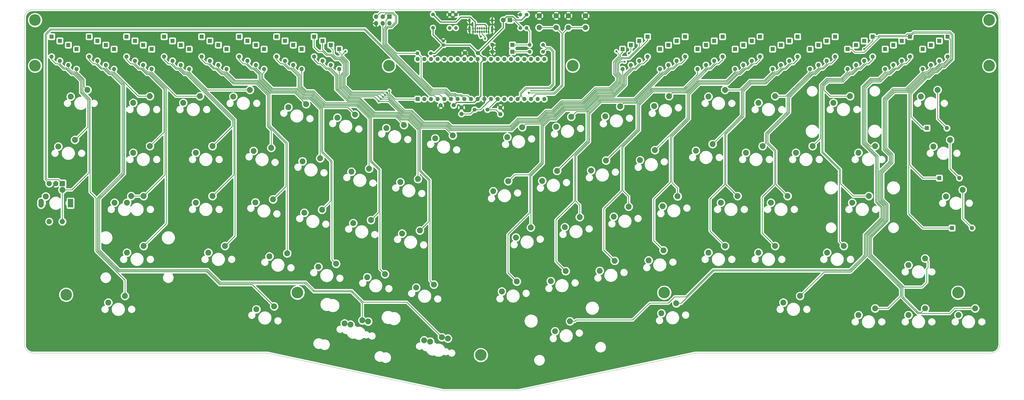
<source format=gbr>
%TF.GenerationSoftware,KiCad,Pcbnew,5.1.7-a382d34a8~88~ubuntu20.04.1*%
%TF.CreationDate,2021-03-29T21:25:24+02:00*%
%TF.ProjectId,basketweave,6261736b-6574-4776-9561-76652e6b6963,rev?*%
%TF.SameCoordinates,Original*%
%TF.FileFunction,Copper,L1,Top*%
%TF.FilePolarity,Positive*%
%FSLAX46Y46*%
G04 Gerber Fmt 4.6, Leading zero omitted, Abs format (unit mm)*
G04 Created by KiCad (PCBNEW 5.1.7-a382d34a8~88~ubuntu20.04.1) date 2021-03-29 21:25:24*
%MOMM*%
%LPD*%
G01*
G04 APERTURE LIST*
%TA.AperFunction,Profile*%
%ADD10C,0.050000*%
%TD*%
%TA.AperFunction,ComponentPad*%
%ADD11O,1.600000X1.600000*%
%TD*%
%TA.AperFunction,ComponentPad*%
%ADD12R,1.600000X1.600000*%
%TD*%
%TA.AperFunction,ComponentPad*%
%ADD13C,2.250000*%
%TD*%
%TA.AperFunction,ComponentPad*%
%ADD14C,4.400000*%
%TD*%
%TA.AperFunction,ComponentPad*%
%ADD15C,1.800000*%
%TD*%
%TA.AperFunction,ComponentPad*%
%ADD16R,1.800000X1.800000*%
%TD*%
%TA.AperFunction,ComponentPad*%
%ADD17O,0.650000X1.000000*%
%TD*%
%TA.AperFunction,ComponentPad*%
%ADD18O,0.900000X2.400000*%
%TD*%
%TA.AperFunction,ComponentPad*%
%ADD19O,0.900000X1.700000*%
%TD*%
%TA.AperFunction,ComponentPad*%
%ADD20C,2.000000*%
%TD*%
%TA.AperFunction,ComponentPad*%
%ADD21R,1.700000X1.700000*%
%TD*%
%TA.AperFunction,ComponentPad*%
%ADD22O,1.700000X1.700000*%
%TD*%
%TA.AperFunction,ComponentPad*%
%ADD23C,1.600000*%
%TD*%
%TA.AperFunction,ComponentPad*%
%ADD24O,1.400000X1.400000*%
%TD*%
%TA.AperFunction,ComponentPad*%
%ADD25C,1.400000*%
%TD*%
%TA.AperFunction,ComponentPad*%
%ADD26C,1.500000*%
%TD*%
%TA.AperFunction,ComponentPad*%
%ADD27R,2.000000X2.000000*%
%TD*%
%TA.AperFunction,ComponentPad*%
%ADD28R,2.000000X3.200000*%
%TD*%
%TA.AperFunction,ComponentPad*%
%ADD29C,1.200000*%
%TD*%
%TA.AperFunction,ComponentPad*%
%ADD30R,1.200000X1.200000*%
%TD*%
%TA.AperFunction,ViaPad*%
%ADD31C,0.800000*%
%TD*%
%TA.AperFunction,Conductor*%
%ADD32C,0.254000*%
%TD*%
%TA.AperFunction,Conductor*%
%ADD33C,0.381000*%
%TD*%
%TA.AperFunction,Conductor*%
%ADD34C,0.150000*%
%TD*%
G04 APERTURE END LIST*
D10*
X25400000Y-83343750D02*
G75*
G02*
X28575000Y-80168750I3175000J0D01*
G01*
X184943750Y-225425000D02*
X213518750Y-225425000D01*
X28575000Y-211137500D02*
G75*
G02*
X25400000Y-207962500I0J3175000D01*
G01*
X396875000Y-207962500D02*
G75*
G02*
X393700000Y-211137500I-3175000J0D01*
G01*
X393700000Y-80168750D02*
G75*
G02*
X396875000Y-83343750I0J-3175000D01*
G01*
X280987500Y-211137500D02*
X213518750Y-225425000D01*
X393700000Y-211137500D02*
X280987500Y-211137500D01*
X117824250Y-211137500D02*
X184943750Y-225425000D01*
X28575000Y-211137500D02*
X117824250Y-211137500D01*
X396875000Y-83343750D02*
X396875000Y-207962500D01*
X28575000Y-80168750D02*
X393700000Y-80168750D01*
X25400000Y-83343750D02*
X25400000Y-207962500D01*
D11*
X376745500Y-125349000D03*
D12*
X369125500Y-125349000D03*
D13*
X39846250Y-148907500D03*
X33496250Y-151447500D03*
X44608750Y-129857500D03*
X38258750Y-132397500D03*
X377983750Y-129857500D03*
X371633750Y-132397500D03*
X373221250Y-110807500D03*
X366871250Y-113347500D03*
X382746250Y-148907500D03*
X376396250Y-151447500D03*
D11*
X386334000Y-163449000D03*
D12*
X378714000Y-163449000D03*
D11*
X381508000Y-144399000D03*
D12*
X373888000Y-144399000D03*
D13*
X233181626Y-199061357D03*
X227498484Y-202866092D03*
X156321686Y-199140106D03*
X149582353Y-200304362D03*
X186674686Y-205617106D03*
X179935353Y-206781362D03*
X268001412Y-196002376D03*
X273684554Y-192197641D03*
D14*
X269081250Y-188118750D03*
D13*
X333533750Y-115728750D03*
X339883750Y-113188750D03*
X66833750Y-134778750D03*
X73183750Y-132238750D03*
X343058750Y-134778750D03*
X349408750Y-132238750D03*
X59690000Y-153828750D03*
X66040000Y-151288750D03*
X64452500Y-153828750D03*
X70802500Y-151288750D03*
X347027500Y-151288750D03*
X340677500Y-153828750D03*
X70802500Y-170338750D03*
X64452500Y-172878750D03*
X331152500Y-172878750D03*
X337502500Y-170338750D03*
X57308750Y-191928750D03*
X63658750Y-189388750D03*
X113736603Y-194496793D03*
X120475936Y-193332537D03*
X154098377Y-198710984D03*
X147359044Y-199875240D03*
X177638826Y-206311406D03*
X184378159Y-205147150D03*
X314483750Y-191928750D03*
X320833750Y-189388750D03*
X209326399Y-128826335D03*
X215009541Y-125021600D03*
X163201915Y-125340393D03*
X169941248Y-124176137D03*
X181835627Y-129301110D03*
X188574960Y-128136854D03*
X304958750Y-172878750D03*
X311308750Y-170338750D03*
X319246250Y-134778750D03*
X325596250Y-132238750D03*
X212589407Y-167083938D03*
X218272549Y-163279203D03*
X227960111Y-124865617D03*
X233643253Y-121060882D03*
X285908750Y-113347500D03*
X292258750Y-110807500D03*
X203970261Y-149440405D03*
X209653403Y-145635670D03*
X265227534Y-116944182D03*
X270910676Y-113139447D03*
X281146250Y-133985000D03*
X287496250Y-131445000D03*
X381158750Y-196691250D03*
X387508750Y-194151250D03*
X132673825Y-116254701D03*
X125934492Y-117418957D03*
X111283750Y-110807500D03*
X104933750Y-113347500D03*
X95408750Y-172878750D03*
X101758750Y-170338750D03*
X73183750Y-113188750D03*
X66833750Y-115728750D03*
X246593823Y-120904899D03*
X252276965Y-117100164D03*
X144568203Y-121379675D03*
X151307536Y-120215419D03*
X362108750Y-196691250D03*
X368458750Y-194151250D03*
X343058750Y-196691250D03*
X349408750Y-194151250D03*
X362108750Y-177641250D03*
X368458750Y-175101250D03*
X285908750Y-172878750D03*
X292258750Y-170338750D03*
X263134404Y-175815855D03*
X268817546Y-172011120D03*
X244500692Y-179776573D03*
X250183834Y-175971838D03*
X225866980Y-183737291D03*
X231550122Y-179932556D03*
X174611902Y-186192425D03*
X181351235Y-185028169D03*
X155978190Y-182231707D03*
X162717523Y-181067451D03*
X137344478Y-178270990D03*
X144083811Y-177106734D03*
X118710766Y-174310272D03*
X125450099Y-173146016D03*
X309721250Y-153828750D03*
X316071250Y-151288750D03*
X290671250Y-153828750D03*
X297021250Y-151288750D03*
X268490542Y-155201785D03*
X274173684Y-151397050D03*
X249856830Y-159162502D03*
X255539972Y-155357767D03*
X231223118Y-163123220D03*
X236906260Y-159318485D03*
X169255764Y-165578354D03*
X175995097Y-164414098D03*
X150622052Y-161617637D03*
X157361385Y-160453381D03*
X131988340Y-157656919D03*
X138727673Y-156492663D03*
X113354628Y-153696201D03*
X120093961Y-152531945D03*
X90646250Y-153828750D03*
X96996250Y-151288750D03*
X300196250Y-134778750D03*
X306546250Y-132238750D03*
X259871396Y-137558252D03*
X265554538Y-133753517D03*
X241237684Y-141518970D03*
X246920826Y-137714235D03*
X222603973Y-145479688D03*
X228287115Y-141674953D03*
X168558053Y-145954463D03*
X175297386Y-144790207D03*
X149924342Y-141993745D03*
X156663675Y-140829489D03*
X131290630Y-138033028D03*
X138029963Y-136868772D03*
X112656918Y-134072310D03*
X119396251Y-132908054D03*
X90646250Y-134778750D03*
X96996250Y-132238750D03*
X304958750Y-115728750D03*
X311308750Y-113188750D03*
X92233750Y-113188750D03*
X85883750Y-115728750D03*
D15*
X207803750Y-84137500D03*
D16*
X210343750Y-84137500D03*
D17*
X200506250Y-88650000D03*
X202206250Y-88650000D03*
X201356250Y-88650000D03*
X199656250Y-88650000D03*
X198806250Y-88650000D03*
X197956250Y-88650000D03*
X197106250Y-88650000D03*
X196256250Y-88650000D03*
X202206250Y-87325000D03*
X201351250Y-87325000D03*
X200501250Y-87325000D03*
X199651250Y-87325000D03*
X198801250Y-87325000D03*
X197951250Y-87325000D03*
X197101250Y-87325000D03*
X196251250Y-87325000D03*
D18*
X203556250Y-87670000D03*
X194906250Y-87670000D03*
D19*
X203556250Y-84290000D03*
X194906250Y-84290000D03*
D20*
X227956250Y-82550000D03*
X227956250Y-87050000D03*
X221456250Y-82550000D03*
X221456250Y-87050000D03*
X239068750Y-82550000D03*
X239068750Y-87050000D03*
X232568750Y-82550000D03*
X232568750Y-87050000D03*
D21*
X164433250Y-82847511D03*
D22*
X164433250Y-85387511D03*
X161893250Y-82847511D03*
X161893250Y-85387511D03*
X159353250Y-82847511D03*
X159353250Y-85387511D03*
D14*
X129381250Y-188118750D03*
D12*
X175133000Y-114300000D03*
D11*
X223393000Y-99060000D03*
X177673000Y-114300000D03*
X220853000Y-99060000D03*
X180213000Y-114300000D03*
X218313000Y-99060000D03*
X182753000Y-114300000D03*
X215773000Y-99060000D03*
X185293000Y-114300000D03*
X213233000Y-99060000D03*
X187833000Y-114300000D03*
X210693000Y-99060000D03*
X190373000Y-114300000D03*
X208153000Y-99060000D03*
X192913000Y-114300000D03*
X205613000Y-99060000D03*
X195453000Y-114300000D03*
X203073000Y-99060000D03*
X197993000Y-114300000D03*
X200533000Y-99060000D03*
X200533000Y-114300000D03*
X197993000Y-99060000D03*
X203073000Y-114300000D03*
X195453000Y-99060000D03*
X205613000Y-114300000D03*
X192913000Y-99060000D03*
X208153000Y-114300000D03*
X190373000Y-99060000D03*
X210693000Y-114300000D03*
X187833000Y-99060000D03*
X213233000Y-114300000D03*
X185293000Y-99060000D03*
X215773000Y-114300000D03*
X182753000Y-99060000D03*
X218313000Y-114300000D03*
X180213000Y-99060000D03*
X220853000Y-114300000D03*
X177673000Y-99060000D03*
X223393000Y-114300000D03*
X175133000Y-99060000D03*
D23*
X193120000Y-96742250D03*
X198120000Y-96742250D03*
D11*
X203644500Y-93630750D03*
D12*
X211264500Y-93630750D03*
D24*
X187325000Y-87149000D03*
D25*
X187325000Y-82069000D03*
D24*
X189706250Y-87149000D03*
D25*
X189706250Y-82069000D03*
D23*
X206692500Y-120070250D03*
X206692500Y-117570250D03*
D25*
X180975000Y-82010250D03*
X180975000Y-87110250D03*
D24*
X214312500Y-82137250D03*
D25*
X214312500Y-87217250D03*
D24*
X217805000Y-96234250D03*
D25*
X222885000Y-96234250D03*
D24*
X217805000Y-93599000D03*
D25*
X222885000Y-93599000D03*
D11*
X203644500Y-96234250D03*
D12*
X211264500Y-96234250D03*
D23*
X183912500Y-116681250D03*
X188912500Y-116681250D03*
X191833500Y-117475000D03*
X191833500Y-119975000D03*
D26*
X201739500Y-118332250D03*
X196859500Y-118332250D03*
D27*
X39827200Y-146507200D03*
D20*
X37327200Y-146507200D03*
X34827200Y-146507200D03*
D28*
X42927200Y-154007200D03*
%TA.AperFunction,ComponentPad*%
G36*
G01*
X31727200Y-152307200D02*
X31727200Y-152307200D01*
G75*
G02*
X32727200Y-153307200I0J-1000000D01*
G01*
X32727200Y-154707200D01*
G75*
G02*
X31727200Y-155707200I-1000000J0D01*
G01*
X31727200Y-155707200D01*
G75*
G02*
X30727200Y-154707200I0J1000000D01*
G01*
X30727200Y-153307200D01*
G75*
G02*
X31727200Y-152307200I1000000J0D01*
G01*
G37*
%TD.AperFunction*%
D20*
X39827200Y-161007200D03*
X34827200Y-161007200D03*
D14*
X29402500Y-84167500D03*
X164226250Y-101563750D03*
X199231250Y-211931250D03*
X381000000Y-188118750D03*
X392872500Y-84167500D03*
X29402500Y-101563750D03*
X392872500Y-101563750D03*
X234236250Y-101563750D03*
X41275000Y-188912500D03*
D11*
X259556250Y-99695000D03*
D12*
X259556250Y-92075000D03*
D11*
X116681250Y-102870000D03*
D12*
X116681250Y-95250000D03*
D13*
X43021250Y-113347500D03*
X49371250Y-110807500D03*
D11*
X127793750Y-101282500D03*
D12*
X127793750Y-93662500D03*
D25*
X216693750Y-82137250D03*
D24*
X216693750Y-87217250D03*
D11*
X370681250Y-101282500D03*
D12*
X370681250Y-93662500D03*
D11*
X373856250Y-99695000D03*
D12*
X373856250Y-92075000D03*
D11*
X367506250Y-102870000D03*
D12*
X367506250Y-95250000D03*
D11*
X359568750Y-99695000D03*
D12*
X359568750Y-92075000D03*
D11*
X356393750Y-101282500D03*
D12*
X356393750Y-93662500D03*
D11*
X353218750Y-102870000D03*
D12*
X353218750Y-95250000D03*
D11*
X56356250Y-101282500D03*
D12*
X56356250Y-93662500D03*
D11*
X53181250Y-99695000D03*
D12*
X53181250Y-92075000D03*
D11*
X50006250Y-98107500D03*
D12*
X50006250Y-90487500D03*
D11*
X42068750Y-101282500D03*
D12*
X42068750Y-93662500D03*
D11*
X377031250Y-98107500D03*
D12*
X377031250Y-90487500D03*
D11*
X342106250Y-101282500D03*
D12*
X342106250Y-93662500D03*
D11*
X330993750Y-99695000D03*
D12*
X330993750Y-92075000D03*
D11*
X316706250Y-99695000D03*
D12*
X316706250Y-92075000D03*
D11*
X302418750Y-99695000D03*
D12*
X302418750Y-92075000D03*
D11*
X288131250Y-99695000D03*
D12*
X288131250Y-92075000D03*
D11*
X273843750Y-99695000D03*
D12*
X273843750Y-92075000D03*
D11*
X142081250Y-101282500D03*
D12*
X142081250Y-93662500D03*
X113506250Y-93662500D03*
D11*
X113506250Y-101282500D03*
X99218750Y-101282500D03*
D12*
X99218750Y-93662500D03*
D11*
X84931250Y-101282500D03*
D12*
X84931250Y-93662500D03*
D11*
X70643750Y-101282500D03*
D12*
X70643750Y-93662500D03*
D11*
X345281250Y-99695000D03*
D12*
X345281250Y-92075000D03*
D11*
X334168750Y-98107500D03*
D12*
X334168750Y-90487500D03*
D11*
X319881250Y-98107500D03*
D12*
X319881250Y-90487500D03*
D11*
X305593750Y-98107500D03*
D12*
X305593750Y-90487500D03*
D11*
X291306250Y-98107500D03*
D12*
X291306250Y-90487500D03*
D11*
X277018750Y-98107500D03*
D12*
X277018750Y-90487500D03*
D11*
X262731250Y-98107500D03*
D12*
X262731250Y-90487500D03*
D11*
X138906250Y-99695000D03*
D12*
X138906250Y-92075000D03*
D11*
X124618750Y-99695000D03*
D12*
X124618750Y-92075000D03*
D11*
X110331250Y-99695000D03*
D12*
X110331250Y-92075000D03*
D11*
X96043750Y-99695000D03*
D12*
X96043750Y-92075000D03*
D11*
X81756250Y-99695000D03*
D12*
X81756250Y-92075000D03*
D11*
X67468750Y-99695000D03*
D12*
X67468750Y-92075000D03*
D11*
X38893750Y-99695000D03*
D12*
X38893750Y-92075000D03*
D11*
X362743750Y-98107500D03*
D12*
X362743750Y-90487500D03*
D11*
X338931250Y-102870000D03*
D12*
X338931250Y-95250000D03*
D11*
X327818750Y-101282500D03*
D12*
X327818750Y-93662500D03*
D11*
X313531250Y-101282500D03*
D12*
X313531250Y-93662500D03*
D11*
X299243750Y-101282500D03*
D12*
X299243750Y-93662500D03*
D11*
X284956250Y-101282500D03*
D12*
X284956250Y-93662500D03*
D11*
X270668750Y-101282500D03*
D12*
X270668750Y-93662500D03*
D11*
X256381250Y-101282500D03*
D12*
X256381250Y-93662500D03*
D11*
X135731250Y-98107500D03*
D12*
X135731250Y-90487500D03*
D11*
X121443750Y-98107500D03*
D12*
X121443750Y-90487500D03*
D11*
X107156250Y-98107500D03*
D12*
X107156250Y-90487500D03*
D11*
X92868750Y-98107500D03*
D12*
X92868750Y-90487500D03*
D11*
X78581250Y-98107500D03*
D12*
X78581250Y-90487500D03*
X64293750Y-90487500D03*
D11*
X64293750Y-98107500D03*
D12*
X35718750Y-90487500D03*
D11*
X35718750Y-98107500D03*
X348456250Y-98107500D03*
D12*
X348456250Y-90487500D03*
D11*
X324643750Y-102870000D03*
D12*
X324643750Y-95250000D03*
D11*
X310356250Y-102870000D03*
D12*
X310356250Y-95250000D03*
D11*
X296068750Y-102870000D03*
D12*
X296068750Y-95250000D03*
D11*
X281781250Y-102870000D03*
D12*
X281781250Y-95250000D03*
D11*
X267493750Y-102870000D03*
D12*
X267493750Y-95250000D03*
D11*
X253206250Y-102870000D03*
D12*
X253206250Y-95250000D03*
D11*
X145256250Y-102870000D03*
D12*
X145256250Y-95250000D03*
D11*
X130968750Y-102870000D03*
D12*
X130968750Y-95250000D03*
D11*
X102393750Y-102870000D03*
D12*
X102393750Y-95250000D03*
D11*
X88106250Y-102870000D03*
D12*
X88106250Y-95250000D03*
D11*
X73818750Y-102870000D03*
D12*
X73818750Y-95250000D03*
D11*
X59531250Y-102870000D03*
D12*
X59531250Y-95250000D03*
D11*
X45243750Y-102870000D03*
D12*
X45243750Y-95250000D03*
D25*
X180181250Y-96837500D03*
D24*
X175101250Y-96837500D03*
D13*
X207233268Y-187698008D03*
X212916410Y-183893273D03*
D29*
X184943750Y-92162500D03*
D30*
X184943750Y-93662500D03*
D31*
X214630000Y-94869000D03*
X171450000Y-99218750D03*
X159543750Y-115887500D03*
X216693750Y-106362500D03*
X181768750Y-106362500D03*
X368046000Y-90932000D03*
X42164000Y-140462000D03*
X37592000Y-115824000D03*
X345281250Y-95250000D03*
X162718750Y-112712500D03*
X255587500Y-96837500D03*
X254000000Y-100012500D03*
X160337500Y-115093750D03*
X161131250Y-114300000D03*
X161925000Y-113506250D03*
X147637500Y-96043750D03*
X250825000Y-96043750D03*
X163512500Y-111918750D03*
X217487500Y-111918750D03*
X164306250Y-111125000D03*
X199231250Y-90487500D03*
X200818750Y-91281250D03*
D32*
X204954500Y-118332250D02*
X206692500Y-120070250D01*
X201739500Y-118332250D02*
X204954500Y-118332250D01*
X205613000Y-114458750D02*
X205613000Y-114300000D01*
X201739500Y-118332250D02*
X205613000Y-114458750D01*
D33*
X196251250Y-88645000D02*
X196256250Y-88650000D01*
X196251250Y-87325000D02*
X196251250Y-88645000D01*
X202206250Y-88650000D02*
X202206250Y-87325000D01*
X195675250Y-96742250D02*
X197993000Y-99060000D01*
X193120000Y-96742250D02*
X195675250Y-96742250D01*
D32*
X195216750Y-119975000D02*
X196859500Y-118332250D01*
X191833500Y-119975000D02*
X195216750Y-119975000D01*
X199040750Y-118332250D02*
X203073000Y-114300000D01*
X196859500Y-118332250D02*
X199040750Y-118332250D01*
D33*
X198215250Y-96742250D02*
X200533000Y-99060000D01*
X198120000Y-96742250D02*
X198215250Y-96742250D01*
X195040250Y-93662500D02*
X198120000Y-96742250D01*
X194468750Y-93662500D02*
X195040250Y-93662500D01*
X196723000Y-115570000D02*
X197993000Y-114300000D01*
X188912500Y-116681250D02*
X190023750Y-115570000D01*
X190023750Y-115570000D02*
X196723000Y-115570000D01*
X197993000Y-114300000D02*
X199231250Y-113061750D01*
X199231250Y-100361750D02*
X200533000Y-99060000D01*
X199231250Y-113061750D02*
X199231250Y-100361750D01*
X181768750Y-96837500D02*
X184943750Y-93662500D01*
X180181250Y-96837500D02*
X181768750Y-96837500D01*
X180975000Y-89693750D02*
X184943750Y-93662500D01*
X180975000Y-87110250D02*
X180975000Y-89693750D01*
X184943750Y-93662500D02*
X194468750Y-93662500D01*
X207803750Y-86677500D02*
X207803750Y-84137500D01*
X214693500Y-84137500D02*
X216693750Y-82137250D01*
X212725000Y-84137500D02*
X214693500Y-84137500D01*
X211413740Y-82826240D02*
X212725000Y-84137500D01*
X209115010Y-82826240D02*
X211413740Y-82826240D01*
X207803750Y-84137500D02*
X209115010Y-82826240D01*
X207803750Y-87058500D02*
X207803750Y-86677500D01*
X198120000Y-96742250D02*
X207803750Y-87058500D01*
D32*
X45243750Y-102870000D02*
X45243750Y-103981250D01*
X48079010Y-106816509D02*
X48079010Y-109515260D01*
X48079010Y-109515260D02*
X49371250Y-110807500D01*
X45243750Y-103981250D02*
X48079010Y-106816509D01*
X348456250Y-92075000D02*
X348456250Y-90487500D01*
X345281250Y-95250000D02*
X348456250Y-92075000D01*
X242959684Y-110439380D02*
X237968644Y-115430420D01*
X251390210Y-107557578D02*
X248508408Y-110439380D01*
X252376126Y-97134124D02*
X252376126Y-98122674D01*
X237968644Y-115430420D02*
X230118865Y-115430420D01*
X250256720Y-104586679D02*
X251390210Y-105720168D01*
X250256720Y-100242079D02*
X250256720Y-104586679D01*
X252376126Y-98122674D02*
X250256720Y-100242079D01*
X221145090Y-122008960D02*
X213408589Y-122008960D01*
X248508408Y-110439380D02*
X242959684Y-110439380D01*
X230118865Y-115430420D02*
X226489855Y-119059430D01*
X251390210Y-105720168D02*
X251390210Y-107557578D01*
X210459060Y-124958490D02*
X187964860Y-124958490D01*
X226489855Y-119059430D02*
X224094618Y-119059430D01*
X213408589Y-122008960D02*
X210459060Y-124958490D01*
X224094618Y-119059430D02*
X221145090Y-122008960D01*
X187964860Y-124958490D02*
X186539332Y-123532960D01*
X177249219Y-123532960D02*
X172764263Y-119058550D01*
X253206250Y-95250000D02*
X253206250Y-96304000D01*
X186539332Y-123532960D02*
X177249219Y-123532960D01*
X253206250Y-96304000D02*
X252376126Y-97134124D01*
X172764263Y-119058550D02*
X172015608Y-119059430D01*
X172015608Y-119059430D02*
X169961070Y-119059430D01*
X148205780Y-100242079D02*
X148205780Y-104586679D01*
X146086374Y-98122674D02*
X148205780Y-100242079D01*
X148205780Y-104586679D02*
X147072290Y-105720168D01*
X146086374Y-97134124D02*
X146086374Y-98122674D01*
X145256250Y-95250000D02*
X145256250Y-96304000D01*
X149858850Y-112026888D02*
X154014617Y-112026889D01*
X145256250Y-96304000D02*
X146086374Y-97134124D01*
X147072290Y-105720168D02*
X147072290Y-109240328D01*
X147072290Y-109240328D02*
X149858850Y-112026888D01*
X169961070Y-119059430D02*
X164325321Y-113423680D01*
X164325321Y-113423680D02*
X163614141Y-112712500D01*
X163614141Y-112712500D02*
X162718750Y-112712500D01*
X154014617Y-112026889D02*
X162033139Y-112026889D01*
X162033139Y-112026889D02*
X162718750Y-112712500D01*
X367411000Y-125349000D02*
X369125500Y-125349000D01*
X369088600Y-106251301D02*
X363112021Y-112227880D01*
X372075545Y-104209790D02*
X370034035Y-106251300D01*
X348456250Y-90487500D02*
X350477645Y-90487500D01*
X350477645Y-90487500D02*
X350931655Y-90033490D01*
X350931655Y-90033490D02*
X361009158Y-90033490D01*
X361009158Y-90033490D02*
X361682149Y-89360499D01*
X370034035Y-106251300D02*
X369088600Y-106251301D01*
X374976747Y-102254020D02*
X373020978Y-104209790D01*
X363200592Y-89360499D02*
X363915091Y-88646000D01*
X363915091Y-88646000D02*
X378020420Y-88646000D01*
X363112021Y-112227880D02*
X363112021Y-121050021D01*
X361682149Y-89360499D02*
X363200592Y-89360499D01*
X378020420Y-88646000D02*
X379066272Y-89691852D01*
X363112021Y-121050021D02*
X367411000Y-125349000D01*
X379066272Y-89691852D02*
X379066272Y-99109929D01*
X379066272Y-99109929D02*
X375922180Y-102254020D01*
X375922180Y-102254020D02*
X374976747Y-102254020D01*
X373020978Y-104209790D02*
X372075545Y-104209790D01*
X59531250Y-102870000D02*
X59531250Y-103981250D01*
X68738750Y-113188750D02*
X73183750Y-113188750D01*
X59531250Y-103981250D02*
X68738750Y-113188750D01*
X73818750Y-102870000D02*
X73818750Y-103981250D01*
X83026250Y-113188750D02*
X92233750Y-113188750D01*
X73818750Y-103981250D02*
X83026250Y-113188750D01*
X88106250Y-103991802D02*
X88106250Y-103981250D01*
X88106250Y-103981250D02*
X88106250Y-102870000D01*
X94932500Y-110807500D02*
X111283750Y-110807500D01*
X88106250Y-103981250D02*
X94932500Y-110807500D01*
X129360165Y-112941040D02*
X132673825Y-116254701D01*
X102393750Y-103981250D02*
X105568750Y-107156250D01*
X102393750Y-102870000D02*
X102393750Y-103981250D01*
X105568750Y-107156250D02*
X114300002Y-107156250D01*
X114300002Y-107156250D02*
X114300002Y-107156252D01*
X114300002Y-107156252D02*
X119164039Y-112020290D01*
X128439415Y-112020290D02*
X129360165Y-112941040D01*
X119164039Y-112020290D02*
X128439415Y-112020290D01*
X116079666Y-104582834D02*
X116079666Y-106367652D01*
X116681250Y-103981250D02*
X116079666Y-104582834D01*
X116681250Y-102870000D02*
X116681250Y-103981250D01*
X148567117Y-117475000D02*
X151307536Y-120215419D01*
X139244950Y-117475000D02*
X148567117Y-117475000D01*
X129191643Y-110204250D02*
X130112390Y-111124997D01*
X119916264Y-110204250D02*
X129191643Y-110204250D01*
X134688380Y-112918430D02*
X139244950Y-117475000D01*
X131905820Y-112918430D02*
X134688380Y-112918430D01*
X130112390Y-111124997D02*
X130112390Y-111125000D01*
X130112390Y-111125000D02*
X131905820Y-112918430D01*
X116079666Y-106367652D02*
X119916264Y-110204250D01*
X166939615Y-121174504D02*
X169941248Y-124176137D01*
X158025704Y-121174504D02*
X166939615Y-121174504D01*
X130968750Y-109413096D02*
X132658046Y-111102392D01*
X130968750Y-102870000D02*
X130968750Y-109413096D01*
X132658046Y-111102392D02*
X135440609Y-111102392D01*
X152510161Y-115658961D02*
X158025704Y-121174504D01*
X135440609Y-111102392D02*
X139997176Y-115658960D01*
X139997176Y-115658960D02*
X152510161Y-115658961D01*
X176498250Y-125349000D02*
X185787106Y-125349000D01*
X172014171Y-120875470D02*
X176498250Y-125349000D01*
X169208845Y-120875470D02*
X172014171Y-120875470D01*
X167957794Y-119624418D02*
X169208845Y-120875470D01*
X167691841Y-119358464D02*
X167957794Y-119624418D01*
X145256250Y-102870000D02*
X145256250Y-109992552D01*
X145256250Y-109992552D02*
X149106622Y-113842924D01*
X158777928Y-119358464D02*
X167691841Y-119358464D01*
X185787106Y-125349000D02*
X188574960Y-128136854D01*
X149106622Y-113842924D02*
X153262389Y-113842925D01*
X153262389Y-113842925D02*
X158777928Y-119358464D01*
X215009541Y-125021600D02*
X216206141Y-123825000D01*
X221911300Y-123825000D02*
X224860829Y-120875470D01*
X253206250Y-103981250D02*
X253206250Y-102870000D01*
X253206250Y-108309802D02*
X253206250Y-103981250D01*
X249260632Y-112255420D02*
X253206250Y-108309802D01*
X227242081Y-120875470D02*
X230871091Y-117246460D01*
X224860829Y-120875470D02*
X227242081Y-120875470D01*
X230871091Y-117246460D02*
X238735847Y-117246460D01*
X238735847Y-117246460D02*
X243726886Y-112255420D01*
X243726886Y-112255420D02*
X249260632Y-112255420D01*
X216206141Y-123825000D02*
X221911300Y-123825000D01*
X267493750Y-104249284D02*
X257671574Y-114071460D01*
X257671574Y-114071460D02*
X244479109Y-114071460D01*
X244479109Y-114071460D02*
X244213156Y-114337415D01*
X233643253Y-121060882D02*
X234847885Y-119856250D01*
X267493750Y-102870000D02*
X267493750Y-104249284D01*
X244213156Y-114337415D02*
X239488071Y-119062500D01*
X235641635Y-119062500D02*
X234847885Y-119856250D01*
X239488071Y-119062500D02*
X235641635Y-119062500D01*
X281781250Y-103981250D02*
X281781250Y-102870000D01*
X281781250Y-104916035D02*
X281781250Y-103981250D01*
X253489629Y-115887500D02*
X258423799Y-115887500D01*
X276594575Y-110102710D02*
X281781250Y-104916035D01*
X252276965Y-117100164D02*
X253489629Y-115887500D01*
X258423799Y-115887500D02*
X264208589Y-110102710D01*
X264208589Y-110102710D02*
X276594575Y-110102710D01*
X272131373Y-111918750D02*
X270910676Y-113139447D01*
X282010829Y-107254721D02*
X277346801Y-111918750D01*
X296068750Y-103981250D02*
X292795279Y-107254721D01*
X277346801Y-111918750D02*
X272131373Y-111918750D01*
X296068750Y-102870000D02*
X296068750Y-103981250D01*
X292795279Y-107254721D02*
X282010829Y-107254721D01*
X310356250Y-103981250D02*
X307181250Y-107156250D01*
X310356250Y-102870000D02*
X310356250Y-103981250D01*
X301625000Y-107156250D02*
X307181250Y-107156250D01*
X297973750Y-110807500D02*
X301625000Y-107156250D01*
X292258750Y-110807500D02*
X297973750Y-110807500D01*
X324643750Y-102870000D02*
X324643750Y-103981250D01*
X324643750Y-103981250D02*
X319881250Y-108743750D01*
X311308750Y-113188750D02*
X315436250Y-113188750D01*
X315436250Y-113188750D02*
X319881250Y-108743750D01*
X329974530Y-110899530D02*
X332263750Y-113188750D01*
X346868750Y-100806250D02*
X345923316Y-100806250D01*
X348456250Y-99218750D02*
X346868750Y-100806250D01*
X331557918Y-107724530D02*
X329974530Y-109307918D01*
X345923316Y-100806250D02*
X343881807Y-102847759D01*
X340894864Y-104889270D02*
X339949428Y-104889270D01*
X343881807Y-102847759D02*
X342936374Y-102847759D01*
X342936374Y-102847759D02*
X340894864Y-104889270D01*
X339949428Y-104889270D02*
X337114169Y-107724530D01*
X337114169Y-107724530D02*
X331557918Y-107724530D01*
X332263750Y-113188750D02*
X339883750Y-113188750D01*
X348456250Y-98107500D02*
X348456250Y-99218750D01*
X329974530Y-109307918D02*
X329974530Y-110899530D01*
X35718750Y-99218750D02*
X37306250Y-100806250D01*
X35718750Y-98107500D02*
X35718750Y-99218750D01*
X37306250Y-100806250D02*
X38251684Y-100806250D01*
X46716980Y-107380678D02*
X46716980Y-111913864D01*
X41238628Y-102847760D02*
X43280136Y-104889270D01*
X43280136Y-104889270D02*
X44225572Y-104889270D01*
X44225572Y-104889270D02*
X46716980Y-107380678D01*
X40293193Y-102847760D02*
X41238628Y-102847760D01*
X46716980Y-111913864D02*
X46982934Y-112179817D01*
X38251684Y-100806250D02*
X40293193Y-102847760D01*
X46982934Y-112179817D02*
X49479230Y-114676113D01*
X49479230Y-124987020D02*
X49479230Y-124891770D01*
X44608750Y-129857500D02*
X49479230Y-124987020D01*
X49479230Y-114676113D02*
X49479230Y-124891770D01*
X340518750Y-95250000D02*
X338931250Y-95250000D01*
X341645751Y-96377001D02*
X340518750Y-95250000D01*
X256381250Y-96043750D02*
X255587500Y-96837500D01*
X256381250Y-93662500D02*
X256381250Y-96043750D01*
X146843750Y-104022510D02*
X145710260Y-105156000D01*
X146843750Y-100806250D02*
X146843750Y-104022510D01*
X145710260Y-105156000D02*
X145710260Y-109804496D01*
X142081250Y-97631250D02*
X143668750Y-99218750D01*
X145256250Y-99218750D02*
X146843750Y-100806250D01*
X143668750Y-99218750D02*
X145256250Y-99218750D01*
X138906250Y-96043750D02*
X140493750Y-97631250D01*
X135731250Y-90487500D02*
X135731250Y-94456250D01*
X135731250Y-94456250D02*
X137318750Y-96043750D01*
X149294679Y-113388915D02*
X153450446Y-113388916D01*
X137318750Y-96043750D02*
X138906250Y-96043750D01*
X140493750Y-97631250D02*
X142081250Y-97631250D01*
X145710260Y-109804496D02*
X149294679Y-113388915D01*
X238532815Y-116792450D02*
X230683034Y-116792450D01*
X187400692Y-126320520D02*
X185975163Y-124894991D01*
X241929239Y-113411000D02*
X241914264Y-113411000D01*
X252752239Y-108121749D02*
X249072579Y-111801409D01*
X249072579Y-111801409D02*
X243538829Y-111801410D01*
X252412500Y-100012500D02*
X251618750Y-100806250D01*
X241914264Y-113411000D02*
X238532815Y-116792450D01*
X254000000Y-100012500D02*
X252412500Y-100012500D01*
X243538829Y-111801410D02*
X241929239Y-113411000D01*
X185975163Y-124894991D02*
X176685992Y-124894990D01*
X251618750Y-100806250D02*
X251618750Y-104022508D01*
X211023230Y-126320520D02*
X187400692Y-126320520D01*
X251618750Y-104022508D02*
X252752240Y-105155997D01*
X252752240Y-105155997D02*
X252752239Y-108121749D01*
X224658789Y-120421460D02*
X221709261Y-123370988D01*
X227054024Y-120421460D02*
X224658789Y-120421460D01*
X221709261Y-123370988D02*
X213972760Y-123370988D01*
X213972760Y-123370988D02*
X211023230Y-126320520D01*
X230683034Y-116792450D02*
X227054024Y-120421460D01*
X176685992Y-124894990D02*
X172201694Y-120421240D01*
X172201694Y-120421240D02*
X172014910Y-120421460D01*
X172014910Y-120421460D02*
X169396901Y-120421460D01*
X169396901Y-120421460D02*
X164069192Y-115093750D01*
X164069192Y-115093750D02*
X160337500Y-115093750D01*
X158632666Y-113388916D02*
X160337500Y-115093750D01*
X153450446Y-113388916D02*
X158632666Y-113388916D01*
X351119712Y-90487500D02*
X362743750Y-90487500D01*
X345230211Y-96377001D02*
X351119712Y-90487500D01*
X341645751Y-96377001D02*
X345230211Y-96377001D01*
X367538000Y-144399000D02*
X373888000Y-144399000D01*
X362658010Y-139519010D02*
X367538000Y-144399000D01*
X362743750Y-90487500D02*
X364077250Y-89154000D01*
X364077250Y-89154000D02*
X377886352Y-89154000D01*
X377886352Y-89154000D02*
X378612261Y-89879909D01*
X378612261Y-98921872D02*
X378346307Y-99187825D01*
X378612261Y-89879909D02*
X378612261Y-98921872D01*
X372832921Y-103755780D02*
X371887487Y-103755780D01*
X378346307Y-99187825D02*
X375734123Y-101800010D01*
X374788690Y-101800010D02*
X372832921Y-103755780D01*
X369845978Y-105797290D02*
X368900543Y-105797290D01*
X368900543Y-105797290D02*
X362658010Y-112039823D01*
X375734123Y-101800010D02*
X374788690Y-101800010D01*
X371887487Y-103755780D02*
X369845978Y-105797290D01*
X362658010Y-112039823D02*
X362658010Y-139519010D01*
X78466980Y-126955520D02*
X73183750Y-132238750D01*
X71855136Y-104889270D02*
X72800571Y-104889270D01*
X69813628Y-102847760D02*
X71855136Y-104889270D01*
X72800571Y-104889270D02*
X78466980Y-110555679D01*
X64293750Y-99238870D02*
X65861130Y-100806250D01*
X64293750Y-98107500D02*
X64293750Y-99238870D01*
X66826685Y-100806250D02*
X68868195Y-102847760D01*
X78466980Y-110555679D02*
X78466980Y-126955520D01*
X65861130Y-100806250D02*
X66826685Y-100806250D01*
X68868195Y-102847760D02*
X69813628Y-102847760D01*
X104660730Y-122472480D02*
X104660730Y-124574270D01*
X86142636Y-104889270D02*
X87077520Y-104889270D01*
X104660730Y-124574270D02*
X96996250Y-132238750D01*
X84101128Y-102847760D02*
X86142636Y-104889270D01*
X80184501Y-100822001D02*
X81129935Y-100822001D01*
X81129935Y-100822001D02*
X83155693Y-102847760D01*
X87077520Y-104889270D02*
X104660730Y-122472480D01*
X78581250Y-99218750D02*
X80184501Y-100822001D01*
X78581250Y-98107500D02*
X78581250Y-99218750D01*
X83155693Y-102847760D02*
X84101128Y-102847760D01*
X119396251Y-126236634D02*
X119396251Y-132908054D01*
X117932231Y-124772614D02*
X119396251Y-126236634D01*
X100430136Y-104889270D02*
X101375572Y-104889270D01*
X113735831Y-108518279D02*
X117932230Y-112714678D01*
X94456250Y-100806250D02*
X95401684Y-100806250D01*
X101375572Y-104889270D02*
X105004579Y-108518279D01*
X92868750Y-98107500D02*
X92868750Y-99218750D01*
X97443193Y-102847760D02*
X98388628Y-102847760D01*
X95401684Y-100806250D02*
X97443193Y-102847760D01*
X105004579Y-108518279D02*
X113735831Y-108518279D01*
X92868750Y-99218750D02*
X94456250Y-100806250D01*
X98388628Y-102847760D02*
X100430136Y-104889270D01*
X117932230Y-112714678D02*
X117932231Y-124772614D01*
X107156250Y-99218750D02*
X108743750Y-100806250D01*
X114717636Y-104889270D02*
X114717636Y-106931820D01*
X111730693Y-102847760D02*
X112676128Y-102847760D01*
X107156250Y-98107500D02*
X107156250Y-99218750D01*
X108743750Y-100806250D02*
X109689184Y-100806250D01*
X109689184Y-100806250D02*
X111730693Y-102847760D01*
X112676128Y-102847760D02*
X114717636Y-104889270D01*
X134143750Y-114300000D02*
X138029963Y-118186213D01*
X138029963Y-118186213D02*
X138029963Y-136868772D01*
X119352096Y-111566280D02*
X128627472Y-111566280D01*
X131361191Y-114300000D02*
X134143750Y-114300000D01*
X128627472Y-111566280D02*
X131361191Y-114300000D01*
X114717636Y-106931820D02*
X119352096Y-111566280D01*
X151945990Y-117020990D02*
X156663675Y-121738675D01*
X126018193Y-102847760D02*
X126931878Y-102847760D01*
X156663675Y-121738675D02*
X156663675Y-140829489D01*
X123976684Y-100806250D02*
X126018193Y-102847760D01*
X129606720Y-109977264D02*
X132093876Y-112464420D01*
X123031250Y-100806250D02*
X123976684Y-100806250D01*
X121443750Y-98107500D02*
X121443750Y-99218750D01*
X126931878Y-102847760D02*
X129606720Y-105522602D01*
X121443750Y-99218750D02*
X123031250Y-100806250D01*
X129606720Y-105522602D02*
X129606720Y-109977264D01*
X132093876Y-112464420D02*
X134876437Y-112464420D01*
X139433006Y-117020990D02*
X151945990Y-117020990D01*
X134876437Y-112464420D02*
X139433006Y-117020990D01*
X168644677Y-122237500D02*
X171450000Y-122237500D01*
X167393625Y-120986448D02*
X168644677Y-122237500D01*
X167127672Y-120720494D02*
X167393625Y-120986448D01*
X158213760Y-120720494D02*
X167127672Y-120720494D01*
X138718194Y-101280380D02*
X140285573Y-102847760D01*
X171450000Y-122237500D02*
X175297386Y-126084886D01*
X141231008Y-102847760D02*
X143894220Y-105510973D01*
X138244063Y-100806250D02*
X138718194Y-101280380D01*
X135731250Y-98107500D02*
X135731250Y-99238870D01*
X143894220Y-105510973D02*
X143894220Y-110556720D01*
X143894220Y-110556720D02*
X148542451Y-115204951D01*
X137298630Y-100806250D02*
X138244063Y-100806250D01*
X175297386Y-126084886D02*
X175297386Y-144790207D01*
X152698218Y-115204952D02*
X158213760Y-120720494D01*
X135731250Y-99238870D02*
X137298630Y-100806250D01*
X148542451Y-115204951D02*
X152698218Y-115204952D01*
X140285573Y-102847760D02*
X141231008Y-102847760D01*
X212160073Y-143129000D02*
X209653403Y-145635670D01*
X225048886Y-121329480D02*
X222135730Y-124242636D01*
X217536867Y-143129000D02*
X212160073Y-143129000D01*
X231059147Y-117700470D02*
X227430137Y-121329480D01*
X238923903Y-117700470D02*
X231059147Y-117700470D01*
X243914943Y-112709430D02*
X238923903Y-117700470D01*
X256381250Y-102393750D02*
X253660260Y-105114740D01*
X253660260Y-108497858D02*
X249448688Y-112709430D01*
X256381250Y-101282500D02*
X256381250Y-102393750D01*
X227430137Y-121329480D02*
X225048886Y-121329480D01*
X253660260Y-105114740D02*
X253660260Y-108497858D01*
X249448688Y-112709430D02*
X243914943Y-112709430D01*
X222135730Y-138530137D02*
X217536867Y-143129000D01*
X222135730Y-124242636D02*
X222135730Y-138530137D01*
X244667166Y-114525470D02*
X239712501Y-119480136D01*
X257859630Y-114525470D02*
X244667166Y-114525470D01*
X270668750Y-101282500D02*
X270668750Y-102393750D01*
X239712501Y-119480136D02*
X239712500Y-130249568D01*
X269081250Y-103981250D02*
X268403849Y-103981250D01*
X270668750Y-102393750D02*
X269081250Y-103981250D01*
X268137896Y-104247204D02*
X257859630Y-114525470D01*
X239712500Y-130249568D02*
X228287115Y-141674953D01*
X268403849Y-103981250D02*
X268137896Y-104247204D01*
X284956250Y-102383101D02*
X276782631Y-110556720D01*
X284956250Y-101282500D02*
X284956250Y-102383101D01*
X258762500Y-125872561D02*
X246920826Y-137714235D01*
X276782631Y-110556720D02*
X264396646Y-110556720D01*
X264396646Y-110556720D02*
X258762500Y-116190866D01*
X258762500Y-116190866D02*
X258762500Y-125872561D01*
X277018750Y-122289305D02*
X265554538Y-133753517D01*
X299243750Y-102393750D02*
X297656250Y-103981250D01*
X299243750Y-101282500D02*
X299243750Y-102393750D01*
X297656250Y-103981250D02*
X296710816Y-103981250D01*
X296710816Y-103981250D02*
X292983336Y-107708730D01*
X292983336Y-107708730D02*
X282198886Y-107708730D01*
X282198886Y-107708730D02*
X277812500Y-112095116D01*
X277812500Y-121495555D02*
X277018750Y-122289305D01*
X277812500Y-112095116D02*
X277812500Y-121495555D01*
X307369307Y-107610260D02*
X301813056Y-107610260D01*
X311943750Y-103981250D02*
X310998316Y-103981250D01*
X310998316Y-103981250D02*
X307369307Y-107610260D01*
X313531250Y-101282500D02*
X313531250Y-102393750D01*
X313531250Y-102393750D02*
X311943750Y-103981250D01*
X298450000Y-120491250D02*
X287496250Y-131445000D01*
X298450000Y-110973316D02*
X298450000Y-120491250D01*
X301813056Y-107610260D02*
X298450000Y-110973316D01*
X327818750Y-101282500D02*
X327818750Y-102393750D01*
X327818750Y-102393750D02*
X326231250Y-103981250D01*
X326231250Y-103981250D02*
X325285816Y-103981250D01*
X325285816Y-103981250D02*
X315912500Y-113354568D01*
X307671249Y-131113751D02*
X307671249Y-127303751D01*
X306546250Y-132238750D02*
X307671249Y-131113751D01*
X307671249Y-127303751D02*
X315912500Y-119062500D01*
X315912500Y-113354568D02*
X315912500Y-119062500D01*
X328612500Y-129222500D02*
X325596250Y-132238750D01*
X328612500Y-108743750D02*
X328612500Y-129222500D01*
X336550000Y-106362500D02*
X330993750Y-106362500D01*
X338931250Y-102870000D02*
X338931250Y-103981250D01*
X338931250Y-103981250D02*
X336550000Y-106362500D01*
X330993750Y-106362500D02*
X328612500Y-108743750D01*
X362743750Y-99218750D02*
X362743750Y-98107500D01*
X361156250Y-100806250D02*
X362743750Y-99218750D01*
X357223872Y-102847760D02*
X358169307Y-102847760D01*
X345849530Y-130722081D02*
X345849530Y-110101668D01*
X349408750Y-132238750D02*
X347366199Y-132238750D01*
X347366199Y-132238750D02*
X345849530Y-130722081D01*
X348226668Y-107724530D02*
X351401671Y-107724530D01*
X358169307Y-102847760D02*
X360210816Y-100806250D01*
X345849530Y-110101668D02*
X348226668Y-107724530D01*
X351401671Y-107724530D02*
X354236929Y-104889270D01*
X354236929Y-104889270D02*
X355182364Y-104889270D01*
X355182364Y-104889270D02*
X357223872Y-102847760D01*
X360210816Y-100806250D02*
X361156250Y-100806250D01*
X138906250Y-95401684D02*
X138906250Y-92075000D01*
X143856806Y-98764740D02*
X142269307Y-97177241D01*
X140681806Y-97177240D02*
X138906250Y-95401684D01*
X145444307Y-98764740D02*
X143856806Y-98764740D01*
X147297760Y-100618193D02*
X145444307Y-98764740D01*
X146164270Y-105344056D02*
X147297760Y-104210567D01*
X149482736Y-112934906D02*
X146164270Y-109616440D01*
X153638503Y-112934907D02*
X149482736Y-112934906D01*
X146164270Y-109616440D02*
X146164270Y-105344056D01*
X142269307Y-97177241D02*
X140681806Y-97177240D01*
X147297760Y-104210567D02*
X147297760Y-100618193D01*
X262731250Y-91923316D02*
X262731250Y-90487500D01*
X210835173Y-125866510D02*
X213784703Y-122916979D01*
X172015085Y-119967450D02*
X172389217Y-119967010D01*
X176873734Y-124440980D02*
X186163218Y-124440980D01*
X226865968Y-119967450D02*
X230494978Y-116338440D01*
X187588748Y-125866510D02*
X210835173Y-125866510D01*
X213784703Y-122916979D02*
X221521204Y-122916979D01*
X172389217Y-119967010D02*
X176873734Y-124440980D01*
X186163218Y-124440980D02*
X187588748Y-125866510D01*
X224470732Y-119967450D02*
X226865968Y-119967450D01*
X221521204Y-122916979D02*
X224470732Y-119967450D01*
X255775557Y-98879010D02*
X262731250Y-91923316D01*
X169584958Y-119967450D02*
X172015085Y-119967450D01*
X251164739Y-100618193D02*
X252903923Y-98879010D01*
X230494978Y-116338440D02*
X238344758Y-116338440D01*
X252298230Y-105344054D02*
X251164739Y-104210564D01*
X243335797Y-111347400D02*
X248884522Y-111347400D01*
X248884522Y-111347400D02*
X252298230Y-107933692D01*
X252298230Y-107933692D02*
X252298230Y-105344054D01*
X251164739Y-104210564D02*
X251164739Y-100618193D01*
X238344758Y-116338440D02*
X243335797Y-111347400D01*
X252903923Y-98879010D02*
X255775557Y-98879010D01*
X163917508Y-114300000D02*
X169584958Y-119967450D01*
X161131250Y-114300000D02*
X163917508Y-114300000D01*
X153638503Y-112934907D02*
X159766157Y-112934907D01*
X159766157Y-112934907D02*
X161131250Y-114300000D01*
X378158251Y-98733815D02*
X378158251Y-91614501D01*
X375546066Y-101346000D02*
X378158251Y-98733815D01*
X372644864Y-103301770D02*
X374600633Y-101346000D01*
X371699430Y-103301770D02*
X372644864Y-103301770D01*
X369657921Y-105343280D02*
X371699430Y-103301770D01*
X378158251Y-91614501D02*
X377031250Y-90487500D01*
X368712487Y-105343280D02*
X369657921Y-105343280D01*
X362204000Y-111851767D02*
X368712487Y-105343280D01*
X374600633Y-101346000D02*
X375546066Y-101346000D01*
X367538000Y-163449000D02*
X362204000Y-158115000D01*
X362204000Y-158115000D02*
X362204000Y-111851767D01*
X378714000Y-163449000D02*
X367538000Y-163449000D01*
X41426684Y-102393750D02*
X43468193Y-104435260D01*
X38893750Y-100806250D02*
X40481250Y-102393750D01*
X43468193Y-104435260D02*
X44413628Y-104435260D01*
X47170990Y-111725807D02*
X49933240Y-114488057D01*
X44413628Y-104435260D02*
X47170990Y-107192622D01*
X38893750Y-99695000D02*
X38893750Y-100806250D01*
X40481250Y-102393750D02*
X41426684Y-102393750D01*
X47170990Y-107192622D02*
X47170990Y-111725807D01*
X49933240Y-128628760D02*
X49933240Y-128812194D01*
X49933240Y-114488057D02*
X49933240Y-128628760D01*
X49933240Y-129188306D02*
X49933240Y-128628760D01*
X39827200Y-148926550D02*
X39846250Y-148907500D01*
X39827200Y-161007200D02*
X39827200Y-148926550D01*
X39846250Y-148907500D02*
X43414980Y-148907500D01*
X49933240Y-142389240D02*
X49933240Y-129188306D01*
X43414980Y-148907500D02*
X49933240Y-142389240D01*
X86330693Y-104435260D02*
X87265577Y-104435261D01*
X81756250Y-100806250D02*
X83343750Y-102393750D01*
X81756250Y-99695000D02*
X81756250Y-100806250D01*
X83343750Y-102393750D02*
X84289183Y-102393750D01*
X84743194Y-102847760D02*
X86330693Y-104435260D01*
X84289183Y-102393750D02*
X84743194Y-102847760D01*
X87265577Y-104435261D02*
X105114740Y-122284424D01*
X105114740Y-143170260D02*
X96996250Y-151288750D01*
X105114740Y-122284424D02*
X105114740Y-143170260D01*
X96043750Y-100806250D02*
X96043750Y-99695000D01*
X97631250Y-102393750D02*
X96043750Y-100806250D01*
X98576684Y-102393750D02*
X97631250Y-102393750D01*
X105192636Y-108064270D02*
X101563628Y-104435260D01*
X101563628Y-104435260D02*
X100618193Y-104435260D01*
X114268250Y-108408636D02*
X114268250Y-108408632D01*
X100618193Y-104435260D02*
X98576684Y-102393750D01*
X114268250Y-108408632D02*
X113923888Y-108064270D01*
X113923888Y-108064270D02*
X105192636Y-108064270D01*
X118386240Y-112526622D02*
X114268250Y-108408632D01*
X118386240Y-124584557D02*
X118386240Y-112526622D01*
X124996089Y-131194405D02*
X118386240Y-124584557D01*
X120093961Y-152531945D02*
X124996089Y-147629817D01*
X124996089Y-147629817D02*
X124996089Y-131194405D01*
X115171646Y-104701213D02*
X115171646Y-106743764D01*
X111918750Y-102393750D02*
X112864184Y-102393750D01*
X112864184Y-102393750D02*
X115171646Y-104701213D01*
X110331250Y-99695000D02*
X110331250Y-100806250D01*
X110331250Y-100806250D02*
X111918750Y-102393750D01*
X142081250Y-153139086D02*
X138727673Y-156492663D01*
X142081250Y-138112500D02*
X142081250Y-153139086D01*
X128815529Y-111112270D02*
X131549248Y-113845990D01*
X138483973Y-134515223D02*
X142081250Y-138112500D01*
X119540152Y-111112270D02*
X128815529Y-111112270D01*
X134331807Y-113845990D02*
X138483973Y-117998156D01*
X138483973Y-117998156D02*
X138483973Y-134515223D01*
X131549248Y-113845990D02*
X134331807Y-113845990D01*
X115171646Y-106743764D02*
X119540152Y-111112270D01*
X160337500Y-157477266D02*
X157361385Y-160453381D01*
X130060730Y-105334546D02*
X130060730Y-109789210D01*
X124618750Y-100806250D02*
X126206250Y-102393750D01*
X157117685Y-121550618D02*
X157117685Y-138067685D01*
X127119934Y-102393750D02*
X130060730Y-105334546D01*
X124618750Y-99695000D02*
X124618750Y-100806250D01*
X157117685Y-138067685D02*
X160337500Y-141287500D01*
X130060730Y-109789210D02*
X132281932Y-112010410D01*
X132281932Y-112010410D02*
X135064494Y-112010410D01*
X126206250Y-102393750D02*
X127119934Y-102393750D01*
X135064494Y-112010410D02*
X139621062Y-116566980D01*
X160337500Y-141287500D02*
X160337500Y-157477266D01*
X152134047Y-116566980D02*
X157117685Y-121550618D01*
X139621062Y-116566980D02*
X152134047Y-116566980D01*
X179387500Y-145256250D02*
X179387500Y-161021695D01*
X179387500Y-161021695D02*
X175995097Y-164414098D01*
X175751396Y-141620146D02*
X179387500Y-145256250D01*
X171638057Y-121783490D02*
X175751396Y-125896829D01*
X141419064Y-102393750D02*
X144348230Y-105322917D01*
X144348230Y-105322917D02*
X144348230Y-110368664D01*
X138906250Y-100826370D02*
X140473630Y-102393750D01*
X140473630Y-102393750D02*
X141419064Y-102393750D01*
X138906250Y-99695000D02*
X138906250Y-100826370D01*
X158401816Y-120266484D02*
X167315727Y-120266484D01*
X144348230Y-110368664D02*
X148730508Y-114750942D01*
X148730508Y-114750942D02*
X152886275Y-114750943D01*
X152886275Y-114750943D02*
X158401816Y-120266484D01*
X168832733Y-121783490D02*
X171638057Y-121783490D01*
X175751396Y-125896829D02*
X175751396Y-141620146D01*
X167315727Y-120266484D02*
X168832733Y-121783490D01*
X218272549Y-143677451D02*
X218272549Y-163279203D01*
X225425000Y-122237500D02*
X223043750Y-124618750D01*
X231435260Y-118608490D02*
X227806250Y-122237500D01*
X260198317Y-100806250D02*
X258156807Y-102847760D01*
X258156807Y-102847760D02*
X257211372Y-102847760D01*
X239300015Y-118608490D02*
X231435260Y-118608490D01*
X261143750Y-100806250D02*
X260198317Y-100806250D01*
X262731250Y-99218750D02*
X261143750Y-100806250D01*
X254568280Y-105490852D02*
X254568280Y-108873970D01*
X262731250Y-98107500D02*
X262731250Y-99218750D01*
X257211372Y-102847760D02*
X254568280Y-105490852D01*
X227806250Y-122237500D02*
X225425000Y-122237500D01*
X254568280Y-108873970D02*
X249824800Y-113617450D01*
X249824800Y-113617450D02*
X244291055Y-113617450D01*
X244291055Y-113617450D02*
X239300015Y-118608490D01*
X218272549Y-143677451D02*
X223043750Y-138906250D01*
X223043750Y-138906250D02*
X223043750Y-124618750D01*
X277018750Y-99218750D02*
X277018750Y-98107500D01*
X275431250Y-100806250D02*
X277018750Y-99218750D01*
X272444307Y-102847760D02*
X274485816Y-100806250D01*
X274485816Y-100806250D02*
X275431250Y-100806250D01*
X271498873Y-102847760D02*
X272444307Y-102847760D01*
X240620520Y-130625682D02*
X240620520Y-119856250D01*
X235404010Y-153193750D02*
X235404010Y-135842191D01*
X236906260Y-159318485D02*
X236906260Y-154696000D01*
X235404010Y-135842191D02*
X240620520Y-130625682D01*
X236906260Y-154696000D02*
X235404010Y-153193750D01*
X271498873Y-102847760D02*
X269457364Y-104889270D01*
X269457364Y-104889270D02*
X268779963Y-104889270D01*
X268779963Y-104889270D02*
X258235743Y-115433490D01*
X245043280Y-115433490D02*
X240620520Y-119856250D01*
X258235743Y-115433490D02*
X245043280Y-115433490D01*
X255539972Y-151402027D02*
X255539972Y-155357767D01*
X253362945Y-132556250D02*
X253362945Y-149225000D01*
X288773316Y-100806250D02*
X286731807Y-102847760D01*
X259670520Y-116566980D02*
X259670520Y-126250730D01*
X289718750Y-100806250D02*
X288773316Y-100806250D01*
X259668465Y-126250730D02*
X253362945Y-132556250D01*
X291306250Y-98107500D02*
X291306250Y-99218750D01*
X286731807Y-102847760D02*
X285775724Y-102847760D01*
X291306250Y-99218750D02*
X289718750Y-100806250D01*
X253362945Y-149225000D02*
X255539972Y-151402027D01*
X285775724Y-102847760D02*
X277158744Y-111464740D01*
X277158744Y-111464740D02*
X264772760Y-111464740D01*
X264772760Y-111464740D02*
X259670520Y-116566980D01*
X259670520Y-126250730D02*
X259668465Y-126250730D01*
X304006250Y-100806250D02*
X305593750Y-99218750D01*
X301019307Y-102847760D02*
X303060816Y-100806250D01*
X278720520Y-121871669D02*
X278720520Y-112471230D01*
X271916510Y-146050000D02*
X271916510Y-128675677D01*
X298032364Y-104889270D02*
X300073873Y-102847760D01*
X271916510Y-128675677D02*
X278720520Y-121871669D01*
X274173684Y-151397050D02*
X274173684Y-148307174D01*
X303060816Y-100806250D02*
X304006250Y-100806250D01*
X274173684Y-148307174D02*
X271916510Y-146050000D01*
X297086931Y-104889270D02*
X298032364Y-104889270D01*
X278720520Y-112471230D02*
X282575000Y-108616750D01*
X282575000Y-108616750D02*
X293359449Y-108616750D01*
X305593750Y-99218750D02*
X305593750Y-98107500D01*
X293359449Y-108616750D02*
X297086931Y-104889270D01*
X300073873Y-102847760D02*
X301019307Y-102847760D01*
X311374431Y-104889269D02*
X307745421Y-108518280D01*
X307745421Y-108518280D02*
X302189168Y-108518280D01*
X317348316Y-100806250D02*
X315306807Y-102847759D01*
X312319863Y-104889269D02*
X311374431Y-104889269D01*
X314361373Y-102847759D02*
X312319863Y-104889269D01*
X319881250Y-99218750D02*
X318293750Y-100806250D01*
X315306807Y-102847759D02*
X314361373Y-102847759D01*
X319881250Y-98107500D02*
X319881250Y-99218750D01*
X318293750Y-100806250D02*
X317348316Y-100806250D01*
X299358020Y-120867362D02*
X292554010Y-127671372D01*
X292554010Y-127671372D02*
X292554010Y-146821510D01*
X292554010Y-146821510D02*
X297021250Y-151288750D01*
X302189168Y-108518280D02*
X299358020Y-111349428D01*
X299358020Y-111349428D02*
X299358020Y-120867362D01*
X332581250Y-100806250D02*
X334168750Y-99218750D01*
X334168750Y-99218750D02*
X334168750Y-98107500D01*
X331635816Y-100806250D02*
X332581250Y-100806250D01*
X329594307Y-102847760D02*
X331635816Y-100806250D01*
X308579269Y-130930953D02*
X308579269Y-127679864D01*
X308579269Y-127679864D02*
X316820518Y-119438615D01*
X316071250Y-151288750D02*
X311604010Y-146821510D01*
X311604010Y-146821510D02*
X311604010Y-133955693D01*
X316820518Y-119438615D02*
X316820520Y-119062500D01*
X316820520Y-119062500D02*
X316820520Y-113730679D01*
X316820520Y-113730679D02*
X325661931Y-104889270D01*
X325661931Y-104889270D02*
X326607364Y-104889270D01*
X326607364Y-104889270D02*
X328648873Y-102847760D01*
X311604010Y-133955693D02*
X308579269Y-130930953D01*
X328648873Y-102847760D02*
X329594307Y-102847760D01*
X340995000Y-151288750D02*
X347027500Y-151288750D01*
X340706807Y-104435260D02*
X339761372Y-104435260D01*
X343693750Y-102393750D02*
X342748317Y-102393750D01*
X342748317Y-102393750D02*
X340706807Y-104435260D01*
X345281250Y-99695000D02*
X345281250Y-100806250D01*
X336210260Y-141099443D02*
X336210260Y-146504010D01*
X336926112Y-107270520D02*
X331369862Y-107270520D01*
X336210260Y-146504010D02*
X340995000Y-151288750D01*
X345281250Y-100806250D02*
X343693750Y-102393750D01*
X339761372Y-104435260D02*
X336926112Y-107270520D01*
X331369862Y-107270520D02*
X329520520Y-109119862D01*
X329520520Y-109119862D02*
X329520520Y-134409704D01*
X329520520Y-134409704D02*
X336210260Y-141099443D01*
X149670793Y-112480897D02*
X153826560Y-112480898D01*
X147751770Y-104398622D02*
X146618280Y-105532112D01*
X147751770Y-100430136D02*
X147751770Y-104398622D01*
X145632364Y-98310730D02*
X147751770Y-100430136D01*
X142081250Y-94716500D02*
X142875000Y-95510250D01*
X142875000Y-95510250D02*
X142875000Y-97140868D01*
X142081250Y-93662500D02*
X142081250Y-94716500D01*
X146618280Y-109428384D02*
X149670793Y-112480897D01*
X144044862Y-98310730D02*
X145632364Y-98310730D01*
X146618280Y-105532112D02*
X146618280Y-109428384D01*
X142875000Y-97140868D02*
X144044862Y-98310730D01*
X187776804Y-125412500D02*
X186351275Y-123986971D01*
X172576740Y-119512780D02*
X172015332Y-119513440D01*
X210647116Y-125412500D02*
X187776804Y-125412500D01*
X252715867Y-98425000D02*
X250710730Y-100430135D01*
X213596645Y-122462971D02*
X210647116Y-125412500D01*
X221333147Y-122462970D02*
X213596645Y-122462971D01*
X238156701Y-115884430D02*
X230306921Y-115884430D01*
X255587500Y-98425000D02*
X252715867Y-98425000D01*
X230306921Y-115884430D02*
X226677911Y-119513440D01*
X259556250Y-94456250D02*
X255587500Y-98425000D01*
X250710731Y-104398623D02*
X251844220Y-105532111D01*
X251844220Y-107745635D02*
X248696465Y-110893390D01*
X250710730Y-100430135D02*
X250710731Y-104398623D01*
X224282675Y-119513440D02*
X221333147Y-122462970D01*
X251844220Y-105532111D02*
X251844220Y-107745635D01*
X186351275Y-123986971D02*
X177061477Y-123986970D01*
X259556250Y-92075000D02*
X259556250Y-94456250D01*
X248696465Y-110893390D02*
X243147740Y-110893390D01*
X172015332Y-119513440D02*
X169773014Y-119513440D01*
X226677911Y-119513440D02*
X224282675Y-119513440D01*
X243147740Y-110893390D02*
X238156701Y-115884430D01*
X177061477Y-123986970D02*
X172576740Y-119512780D01*
X169773014Y-119513440D02*
X163765824Y-113506250D01*
X153826560Y-112480898D02*
X160899648Y-112480898D01*
X160899648Y-112480898D02*
X161925000Y-113506250D01*
X163765824Y-113506250D02*
X161925000Y-113506250D01*
X70643750Y-101282500D02*
X70643750Y-102393750D01*
X70643750Y-102393750D02*
X72231250Y-103981250D01*
X73025000Y-103981250D02*
X73176684Y-103981250D01*
X73025000Y-103981250D02*
X73176683Y-103981250D01*
X73176684Y-103981250D02*
X79375000Y-110179566D01*
X72231250Y-103981250D02*
X73025000Y-103981250D01*
X79375000Y-161766250D02*
X70802500Y-170338750D01*
X79375000Y-110179566D02*
X79375000Y-161766250D01*
X86518750Y-103981250D02*
X87312500Y-103981250D01*
X84931250Y-101282500D02*
X84931250Y-102393750D01*
X87312500Y-103981250D02*
X87312502Y-103981252D01*
X84931250Y-102393750D02*
X86518750Y-103981250D01*
X87312502Y-103981252D02*
X87453634Y-103981252D01*
X87453634Y-103981252D02*
X105568750Y-122096369D01*
X105568750Y-166528750D02*
X101758750Y-170338750D01*
X105568750Y-122096369D02*
X105568750Y-166528750D01*
X125450099Y-131006349D02*
X125450099Y-173146016D01*
X118840250Y-124396500D02*
X125450099Y-131006349D01*
X114111945Y-107610260D02*
X118840250Y-112338566D01*
X99218750Y-102393750D02*
X100806250Y-103981250D01*
X99218750Y-101282500D02*
X99218750Y-102393750D01*
X118840250Y-112338566D02*
X118840250Y-124396500D01*
X100806250Y-103981250D02*
X101751684Y-103981250D01*
X101751684Y-103981250D02*
X105380693Y-107610260D01*
X105380693Y-107610260D02*
X114111945Y-107610260D01*
X113506250Y-102393750D02*
X115625656Y-104513156D01*
X115625656Y-104513156D02*
X115625656Y-106555708D01*
X113506250Y-101282500D02*
X113506250Y-102393750D01*
X142535260Y-175558183D02*
X144083811Y-177106734D01*
X142535260Y-137924443D02*
X142535260Y-175558183D01*
X129003586Y-110658260D02*
X131737304Y-113391980D01*
X131737304Y-113391980D02*
X134519864Y-113391980D01*
X119728208Y-110658260D02*
X129003586Y-110658260D01*
X134519864Y-113391980D02*
X138937983Y-117810099D01*
X138937983Y-134327167D02*
X142535260Y-137924443D01*
X138937983Y-117810099D02*
X138937983Y-134327167D01*
X119728208Y-110658260D02*
X115625656Y-106555708D01*
X160791510Y-179141438D02*
X162717523Y-181067451D01*
X130514740Y-105146490D02*
X130514740Y-109601153D01*
X130514740Y-109601153D02*
X132469988Y-111556400D01*
X127793750Y-102425500D02*
X130514740Y-105146490D01*
X152322104Y-116112970D02*
X157571695Y-121362561D01*
X127793750Y-101282500D02*
X127793750Y-102425500D01*
X160791510Y-141099443D02*
X160791510Y-179141438D01*
X157571695Y-137879629D02*
X160791510Y-141099443D01*
X135252551Y-111556400D02*
X135518504Y-111822354D01*
X132469988Y-111556400D02*
X135252551Y-111556400D01*
X139809120Y-116112970D02*
X152322104Y-116112970D01*
X135518504Y-111822354D02*
X139809120Y-116112970D01*
X157571695Y-121362561D02*
X157571695Y-137879629D01*
X148918565Y-114296933D02*
X153074332Y-114296934D01*
X179841510Y-183518444D02*
X181351235Y-185028169D01*
X142081250Y-102413870D02*
X144802240Y-105134860D01*
X144802240Y-105134860D02*
X144802240Y-110180608D01*
X144802240Y-110180608D02*
X148918565Y-114296933D01*
X158589872Y-119812474D02*
X167503784Y-119812474D01*
X142081250Y-101282500D02*
X142081250Y-102413870D01*
X153074332Y-114296934D02*
X158589872Y-119812474D01*
X179841510Y-145068193D02*
X179841510Y-183518444D01*
X169020789Y-121329480D02*
X171826114Y-121329480D01*
X167503784Y-119812474D02*
X169020789Y-121329480D01*
X176212500Y-141439184D02*
X179841510Y-145068193D01*
X176212500Y-125715866D02*
X176212500Y-141439184D01*
X171826114Y-121329480D02*
X176212500Y-125715866D01*
X217818539Y-157625211D02*
X217818539Y-143489394D01*
X212916410Y-183893273D02*
X209550000Y-180526863D01*
X209550000Y-165893750D02*
X217818539Y-157625211D01*
X209550000Y-180526863D02*
X209550000Y-165893750D01*
X222589741Y-124430693D02*
X225236943Y-121783490D01*
X259556250Y-100806250D02*
X259556250Y-99695000D01*
X257968750Y-102393750D02*
X259556250Y-100806250D01*
X257023316Y-102393750D02*
X257968750Y-102393750D01*
X254114270Y-108685914D02*
X254114270Y-105302796D01*
X249636744Y-113163440D02*
X254114270Y-108685914D01*
X227618194Y-121783490D02*
X231247204Y-118154480D01*
X225236943Y-121783490D02*
X227618194Y-121783490D01*
X239111960Y-118154480D02*
X244102998Y-113163440D01*
X254114270Y-105302796D02*
X257023316Y-102393750D01*
X231247204Y-118154480D02*
X239111960Y-118154480D01*
X244102998Y-113163440D02*
X249636744Y-113163440D01*
X222589740Y-138718194D02*
X222589740Y-124430693D01*
X217818539Y-143489394D02*
X222589740Y-138718194D01*
X227806250Y-176188684D02*
X231550122Y-179932556D01*
X227806250Y-160337500D02*
X227806250Y-176188684D01*
X271310816Y-102393750D02*
X269269307Y-104435260D01*
X240166510Y-119668193D02*
X240166510Y-130437625D01*
X273843750Y-100806250D02*
X272256250Y-102393750D01*
X234950000Y-153193750D02*
X227806250Y-160337500D01*
X244855223Y-114979480D02*
X240166510Y-119668193D01*
X272256250Y-102393750D02*
X271310816Y-102393750D01*
X273843750Y-99695000D02*
X273843750Y-100806250D01*
X269269307Y-104435260D02*
X268591906Y-104435260D01*
X268591906Y-104435260D02*
X258047686Y-114979480D01*
X240166510Y-130437625D02*
X234950000Y-135654135D01*
X258047686Y-114979480D02*
X244855223Y-114979480D01*
X234950000Y-135654135D02*
X234950000Y-153193750D01*
X276970687Y-111010730D02*
X264584703Y-111010730D01*
X246062500Y-171850504D02*
X250183834Y-175971838D01*
X259216510Y-116378923D02*
X259216510Y-126060618D01*
X285587667Y-102393750D02*
X276970687Y-111010730D01*
X286543750Y-102393750D02*
X285587667Y-102393750D01*
X288131250Y-99695000D02*
X288131250Y-100806250D01*
X264584703Y-111010730D02*
X259216510Y-116378923D01*
X252908935Y-132368193D02*
X252908935Y-149225000D01*
X259216510Y-126060618D02*
X252908935Y-132368193D01*
X288131250Y-100806250D02*
X286543750Y-102393750D01*
X252908935Y-149225000D02*
X246062500Y-156071435D01*
X246062500Y-156071435D02*
X246062500Y-171850504D01*
X302418750Y-100806250D02*
X302418750Y-99695000D01*
X299885816Y-102393750D02*
X300831250Y-102393750D01*
X271462500Y-128487621D02*
X278266510Y-121683612D01*
X296898872Y-104435260D02*
X297844307Y-104435260D01*
X265112500Y-152400000D02*
X271462500Y-146050000D01*
X278266510Y-112283172D02*
X282386943Y-108162740D01*
X265112500Y-168306074D02*
X265112500Y-152400000D01*
X271462500Y-146050000D02*
X271462500Y-128487621D01*
X268817546Y-172011120D02*
X265112500Y-168306074D01*
X278266510Y-121683612D02*
X278266510Y-112283172D01*
X282386943Y-108162740D02*
X293171392Y-108162740D01*
X297844307Y-104435260D02*
X299885816Y-102393750D01*
X300831250Y-102393750D02*
X302418750Y-100806250D01*
X293171392Y-108162740D02*
X296898872Y-104435260D01*
X312131806Y-104435260D02*
X314173316Y-102393750D01*
X311186374Y-104435260D02*
X312131806Y-104435260D01*
X307557364Y-108064270D02*
X311186374Y-104435260D01*
X292258750Y-170338750D02*
X286543750Y-164623750D01*
X286543750Y-152400000D02*
X292100000Y-146843750D01*
X302001112Y-108064270D02*
X307557364Y-108064270D01*
X292100000Y-127483316D02*
X298904010Y-120679307D01*
X286543750Y-164623750D02*
X286543750Y-152400000D01*
X292100000Y-146843750D02*
X292100000Y-127483316D01*
X314173316Y-102393750D02*
X315118750Y-102393750D01*
X315118750Y-102393750D02*
X316706250Y-100806250D01*
X316706250Y-100806250D02*
X316706250Y-99695000D01*
X298904010Y-111161372D02*
X302001112Y-108064270D01*
X298904010Y-120679307D02*
X298904010Y-111161372D01*
X326419307Y-104435260D02*
X328460816Y-102393750D01*
X329406250Y-102393750D02*
X330993750Y-100806250D01*
X328460816Y-102393750D02*
X329406250Y-102393750D01*
X330993750Y-100806250D02*
X330993750Y-99695000D01*
X325473873Y-104435260D02*
X326419307Y-104435260D01*
X316366509Y-119250557D02*
X308125259Y-127491807D01*
X316366510Y-113542623D02*
X325473873Y-104435260D01*
X316366510Y-119062500D02*
X316366510Y-113542623D01*
X316366510Y-119062500D02*
X316366509Y-119250557D01*
X308125259Y-127491807D02*
X308125259Y-131119009D01*
X308125259Y-131119009D02*
X311150000Y-134143750D01*
X306387500Y-151606250D02*
X311150000Y-146843750D01*
X311150000Y-146843750D02*
X311150000Y-134143750D01*
X311308750Y-170338750D02*
X306387500Y-165417500D01*
X306387500Y-165417500D02*
X306387500Y-151606250D01*
X329066510Y-134597760D02*
X335756250Y-141287500D01*
X329066510Y-108931806D02*
X329066510Y-134597760D01*
X335756250Y-141287500D02*
X335756250Y-168592500D01*
X342106250Y-102393750D02*
X340518750Y-103981250D01*
X342106250Y-101282500D02*
X342106250Y-102393750D01*
X340518750Y-103981250D02*
X339573316Y-103981250D01*
X331181806Y-106816510D02*
X329066510Y-108931806D01*
X339573316Y-103981250D02*
X336738056Y-106816510D01*
X335756250Y-168592500D02*
X337502500Y-170338750D01*
X336738056Y-106816510D02*
X331181806Y-106816510D01*
X377031250Y-99218750D02*
X377031250Y-98107500D01*
X374498316Y-100806250D02*
X375443750Y-100806250D01*
X354355310Y-154446658D02*
X352323310Y-152414659D01*
X369093750Y-179083749D02*
X369093750Y-184150000D01*
X348005310Y-167022088D02*
X354355310Y-160672089D01*
X360419558Y-185967079D02*
X348005310Y-173552831D01*
X354355310Y-160672089D02*
X354355310Y-154446658D01*
X352323310Y-152414659D02*
X352323310Y-142457363D01*
X375443750Y-100806250D02*
X377031250Y-99218750D01*
X367276671Y-185967079D02*
X360419558Y-185967079D01*
X356168278Y-135355137D02*
X353787030Y-132973889D01*
X369583749Y-176226249D02*
X369583749Y-178593750D01*
X368458750Y-175101250D02*
X369583749Y-176226249D01*
X368524431Y-104889270D02*
X369469864Y-104889270D01*
X348005310Y-173552831D02*
X348005310Y-167022088D01*
X369583749Y-178593750D02*
X369093750Y-179083749D01*
X369093750Y-184150000D02*
X367276671Y-185967079D01*
X352323310Y-142457363D02*
X356168279Y-138612393D01*
X356168279Y-138612393D02*
X356168278Y-135355137D01*
X353787030Y-132973889D02*
X353787030Y-114676112D01*
X353787030Y-114676112D02*
X356769862Y-111693280D01*
X361720421Y-111693280D02*
X368524431Y-104889270D01*
X372456807Y-102847760D02*
X374498316Y-100806250D01*
X356769862Y-111693280D02*
X361720421Y-111693280D01*
X369469864Y-104889270D02*
X371511373Y-102847760D01*
X371511373Y-102847760D02*
X372456807Y-102847760D01*
X147526300Y-105908225D02*
X147526300Y-109052272D01*
X147526300Y-109052272D02*
X150046907Y-111572879D01*
X148659790Y-104774736D02*
X147526300Y-105908225D01*
X147637500Y-96043750D02*
X146540384Y-97140866D01*
X146540384Y-97140866D02*
X146540384Y-97934617D01*
X146540384Y-97934617D02*
X148659790Y-100054022D01*
X148659790Y-100054022D02*
X148659790Y-104774736D01*
X188152916Y-124504480D02*
X210271004Y-124504480D01*
X251922116Y-97140866D02*
X250825000Y-96043750D01*
X220957033Y-121554950D02*
X223906561Y-118605420D01*
X177436962Y-123078950D02*
X186727386Y-123078950D01*
X172951786Y-118604320D02*
X177436962Y-123078950D01*
X186727386Y-123078950D02*
X188152916Y-124504480D01*
X170149127Y-118605420D02*
X172015898Y-118605420D01*
X213220532Y-121554950D02*
X220957033Y-121554950D01*
X210271004Y-124504480D02*
X213220532Y-121554950D01*
X172015898Y-118605420D02*
X172951786Y-118604320D01*
X223906561Y-118605420D02*
X226301799Y-118605420D01*
X237780588Y-114976410D02*
X242771627Y-109985370D01*
X226301799Y-118605420D02*
X229930808Y-114976410D01*
X229930808Y-114976410D02*
X237780588Y-114976410D01*
X242771627Y-109985370D02*
X248320352Y-109985370D01*
X248320352Y-109985370D02*
X250936200Y-107369522D01*
X250936200Y-107369522D02*
X250936200Y-105908225D01*
X250936200Y-105908225D02*
X249802710Y-104774736D01*
X249802710Y-104774736D02*
X249802711Y-100054022D01*
X249802711Y-100054022D02*
X251922116Y-97934617D01*
X251922116Y-97934617D02*
X251922116Y-97140866D01*
X163166629Y-111572879D02*
X163512500Y-111918750D01*
X163512500Y-111968793D02*
X163512500Y-111918750D01*
X150046907Y-111572879D02*
X163166629Y-111572879D01*
X170149127Y-118605420D02*
X163512500Y-111968793D01*
X63658750Y-183356250D02*
X63658750Y-189388750D01*
X52832000Y-172529500D02*
X63658750Y-183356250D01*
X52612970Y-172310471D02*
X52831999Y-172529500D01*
X52612970Y-151990470D02*
X52612970Y-172310471D01*
X50387250Y-149764750D02*
X52612970Y-151990470D01*
X47625000Y-107004566D02*
X47625000Y-111537750D01*
X44601684Y-103981250D02*
X47625000Y-107004566D01*
X43656250Y-103981250D02*
X44601684Y-103981250D01*
X42068750Y-102393750D02*
X43656250Y-103981250D01*
X50387250Y-114300000D02*
X50387250Y-149764750D01*
X47625000Y-111537750D02*
X50387250Y-114300000D01*
X42068750Y-101282500D02*
X42068750Y-102393750D01*
X112201419Y-185058020D02*
X120475936Y-193332537D01*
X99636386Y-185058020D02*
X112201419Y-185058020D01*
X94759617Y-180181250D02*
X99636386Y-185058020D01*
X61125816Y-180181250D02*
X94759617Y-180181250D01*
X53066980Y-172122414D02*
X61125816Y-180181250D01*
X53066980Y-152023886D02*
X53066980Y-172122414D01*
X51593750Y-100806250D02*
X52539184Y-100806250D01*
X50006250Y-98107500D02*
X50006250Y-99218750D01*
X50006250Y-99218750D02*
X51593750Y-100806250D01*
X55526128Y-102847760D02*
X57567636Y-104889270D01*
X54580693Y-102847760D02*
X55526128Y-102847760D01*
X52539184Y-100806250D02*
X54580693Y-102847760D01*
X57567636Y-104889270D02*
X58513072Y-104889270D01*
X62591980Y-142498888D02*
X53066980Y-152023886D01*
X58513072Y-104889270D02*
X62591980Y-108968177D01*
X62591980Y-108968177D02*
X62591980Y-142498888D01*
X53181250Y-100806250D02*
X53181250Y-99695000D01*
X54768750Y-102393750D02*
X53181250Y-100806250D01*
X55714184Y-102393750D02*
X54768750Y-102393750D01*
X135543193Y-187779010D02*
X132368194Y-184604010D01*
X99824443Y-184604010D02*
X94947674Y-179727240D01*
X149830694Y-187779010D02*
X135543193Y-187779010D01*
X132368194Y-184604010D02*
X99824443Y-184604010D01*
X63045990Y-142686944D02*
X63045990Y-108780121D01*
X63045990Y-108780121D02*
X58701128Y-104435260D01*
X154098377Y-192046693D02*
X149830694Y-187779010D01*
X94947674Y-179727240D02*
X61313872Y-179727240D01*
X61313872Y-179727240D02*
X53520990Y-171934358D01*
X57755693Y-104435260D02*
X55714184Y-102393750D01*
X58701128Y-104435260D02*
X57755693Y-104435260D01*
X154098377Y-198710984D02*
X154098377Y-192046693D01*
X53520990Y-152211943D02*
X63045990Y-142686944D01*
X53520990Y-171934358D02*
X53520990Y-152211943D01*
X154098377Y-198710984D02*
X155911984Y-198710984D01*
X155911984Y-198710984D02*
X156337000Y-199136000D01*
X154463750Y-191770000D02*
X171001009Y-191770000D01*
X150018750Y-187325000D02*
X154463750Y-191770000D01*
X135731250Y-187325000D02*
X150018750Y-187325000D01*
X132556250Y-184150000D02*
X135731250Y-187325000D01*
X58889184Y-103981250D02*
X63500000Y-108592065D01*
X95135731Y-179273230D02*
X100012500Y-184150000D01*
X63500000Y-108592065D02*
X63500000Y-142875000D01*
X63500000Y-142875000D02*
X53975000Y-152400000D01*
X57943750Y-103981250D02*
X58889184Y-103981250D01*
X171001009Y-191770000D02*
X184378159Y-205147150D01*
X56356250Y-102393750D02*
X57943750Y-103981250D01*
X61501928Y-179273230D02*
X95135731Y-179273230D01*
X53975000Y-171746302D02*
X61501928Y-179273230D01*
X56356250Y-101282500D02*
X56356250Y-102393750D01*
X53975000Y-152400000D02*
X53975000Y-171746302D01*
X100012500Y-184150000D02*
X132556250Y-184150000D01*
X184378159Y-205147150D02*
X186224150Y-205147150D01*
X186224150Y-205147150D02*
X186690000Y-205613000D01*
X235001111Y-199061357D02*
X235509554Y-198552914D01*
X233181626Y-199061357D02*
X235001111Y-199061357D01*
X353218750Y-103981250D02*
X353218750Y-102870000D01*
X347662500Y-106362500D02*
X350837500Y-106362500D01*
X344487500Y-109537500D02*
X347662500Y-106362500D01*
X344487500Y-131286250D02*
X344487500Y-109537500D01*
X349599250Y-136398000D02*
X344487500Y-131286250D01*
X349599250Y-153543000D02*
X349599250Y-136398000D01*
X351631250Y-155575000D02*
X349599250Y-153543000D01*
X257059586Y-198552914D02*
X263525000Y-192087500D01*
X350837500Y-106362500D02*
X353218750Y-103981250D01*
X235509554Y-198552914D02*
X257059586Y-198552914D01*
X345281250Y-173831250D02*
X345281250Y-165893750D01*
X277364151Y-189706250D02*
X287682901Y-179387500D01*
X287682901Y-179387500D02*
X339725000Y-179387500D01*
X339725000Y-179387500D02*
X345281250Y-173831250D01*
X273050000Y-189706250D02*
X277364151Y-189706250D01*
X263525000Y-192087500D02*
X270668750Y-192087500D01*
X345281250Y-165893750D02*
X351631250Y-159543750D01*
X270668750Y-192087500D02*
X273050000Y-189706250D01*
X351631250Y-159543750D02*
X351631250Y-155575000D01*
X275514827Y-192197641D02*
X276009554Y-191702914D01*
X273684554Y-192197641D02*
X275514827Y-192197641D01*
X287870958Y-179841510D02*
X276009554Y-191702914D01*
X339913057Y-179841510D02*
X287870958Y-179841510D01*
X345735260Y-174019307D02*
X339913057Y-179841510D01*
X345735260Y-166081806D02*
X345735260Y-174019307D01*
X352085260Y-159731806D02*
X345735260Y-166081806D01*
X351025557Y-106816510D02*
X347850556Y-106816510D01*
X344941510Y-131098194D02*
X350053260Y-136209944D01*
X353860817Y-103981250D02*
X351025557Y-106816510D01*
X356393750Y-101282500D02*
X356393750Y-102393750D01*
X354806250Y-103981250D02*
X353860817Y-103981250D01*
X347850556Y-106816510D02*
X344941510Y-109725556D01*
X344941510Y-109725556D02*
X344941510Y-131098194D01*
X350053260Y-136209944D02*
X350053260Y-153354944D01*
X352085260Y-155386943D02*
X352085260Y-159731806D01*
X356393750Y-102393750D02*
X354806250Y-103981250D01*
X350053260Y-153354944D02*
X352085260Y-155386943D01*
X340101114Y-180295520D02*
X329926980Y-180295520D01*
X346189270Y-166269863D02*
X346189270Y-174207364D01*
X352539270Y-159919863D02*
X346189270Y-166269863D01*
X352539270Y-155198886D02*
X352539270Y-159919863D01*
X346189270Y-174207364D02*
X340101114Y-180295520D01*
X350507270Y-153166887D02*
X352539270Y-155198886D01*
X354994307Y-104435260D02*
X354048873Y-104435260D01*
X357035816Y-102393750D02*
X354994307Y-104435260D01*
X329926980Y-180295520D02*
X320833750Y-189388750D01*
X357981250Y-102393750D02*
X357035816Y-102393750D01*
X345395520Y-130910138D02*
X350507270Y-136021887D01*
X359568750Y-100806250D02*
X357981250Y-102393750D01*
X351213614Y-107270520D02*
X348038612Y-107270520D01*
X359568750Y-99695000D02*
X359568750Y-100806250D01*
X348038612Y-107270520D02*
X345395520Y-109913612D01*
X354048873Y-104435260D02*
X351213614Y-107270520D01*
X345395520Y-109913612D02*
X345395520Y-130910138D01*
X350507270Y-136021887D02*
X350507270Y-153166887D01*
X367506250Y-103981250D02*
X367506250Y-102870000D01*
X356205693Y-110331250D02*
X361156250Y-110331250D01*
X352425000Y-114111943D02*
X356205693Y-110331250D01*
X352425000Y-133538057D02*
X352425000Y-114111943D01*
X346643280Y-174117000D02*
X346643280Y-166457919D01*
X361156250Y-110331250D02*
X367506250Y-103981250D01*
X350961280Y-141893193D02*
X354806250Y-138048223D01*
X359057529Y-189423721D02*
X359057529Y-186531250D01*
X359057529Y-186531250D02*
X346643280Y-174117000D01*
X354806250Y-138048223D02*
X354806250Y-135919307D01*
X354806250Y-135919307D02*
X352425000Y-133538057D01*
X354330000Y-194151250D02*
X359057529Y-189423721D01*
X346643280Y-166457919D02*
X352993280Y-160107920D01*
X352993280Y-160107920D02*
X352993280Y-155010829D01*
X352993280Y-155010829D02*
X350961280Y-152978830D01*
X349408750Y-194151250D02*
X354330000Y-194151250D01*
X350961280Y-152978830D02*
X350961280Y-141893193D01*
D33*
X197100000Y-88650000D02*
X196971760Y-88778240D01*
X197106250Y-88650000D02*
X197100000Y-88650000D01*
X197106250Y-87330000D02*
X197101250Y-87325000D01*
X197106250Y-88650000D02*
X197106250Y-87330000D01*
X201351250Y-88645000D02*
X201356250Y-88650000D01*
X201351250Y-87325000D02*
X201351250Y-88645000D01*
X197101250Y-87325000D02*
X197101250Y-86444000D01*
X183896000Y-84931250D02*
X180975000Y-82010250D01*
X189706250Y-84931250D02*
X183896000Y-84931250D01*
X191588010Y-83049490D02*
X189706250Y-84931250D01*
X195254400Y-83049490D02*
X191588010Y-83049490D01*
X197101250Y-86444000D02*
X197101250Y-84896340D01*
X197101250Y-84896340D02*
X195254400Y-83049490D01*
X201351250Y-86444000D02*
X201351250Y-87325000D01*
X200759250Y-85852000D02*
X201351250Y-86444000D01*
X197693250Y-85852000D02*
X200759250Y-85852000D01*
X197101250Y-86444000D02*
X197693250Y-85852000D01*
D32*
X222870463Y-87050000D02*
X227956250Y-87050000D01*
X221456250Y-87050000D02*
X222870463Y-87050000D01*
X165732908Y-81216500D02*
X160984261Y-81216500D01*
X160984261Y-81216500D02*
X159353250Y-82847511D01*
X165242295Y-87018522D02*
X167141510Y-85119307D01*
X167141510Y-85119307D02*
X167141510Y-82625102D01*
X167141510Y-82625102D02*
X165732908Y-81216500D01*
X175101250Y-96837500D02*
X167026198Y-96837500D01*
X163255280Y-93066582D02*
X163255280Y-87688612D01*
X167026198Y-96837500D02*
X163255280Y-93066582D01*
X163255280Y-87688612D02*
X163925370Y-87018522D01*
X176403000Y-98139250D02*
X176403000Y-102584250D01*
X176403000Y-102584250D02*
X176403000Y-102616000D01*
X175101250Y-96837500D02*
X176403000Y-98139250D01*
X165242295Y-87018522D02*
X163925370Y-87018522D01*
X217487500Y-111918750D02*
X227012500Y-111918750D01*
X229997000Y-89090750D02*
X227956250Y-87050000D01*
X227012500Y-111918750D02*
X229997000Y-108934250D01*
X229997000Y-108934250D02*
X229997000Y-89090750D01*
X194183000Y-113030000D02*
X195453000Y-114300000D01*
X191831057Y-112575990D02*
X192285066Y-113030000D01*
X189479114Y-112121980D02*
X189933124Y-112575990D01*
X187581181Y-112121980D02*
X189479114Y-112121980D01*
X180678700Y-110490000D02*
X185949201Y-110490000D01*
X176403000Y-106214300D02*
X180678700Y-110490000D01*
X192285066Y-113030000D02*
X194183000Y-113030000D01*
X189933124Y-112575990D02*
X191831057Y-112575990D01*
X185949201Y-110490000D02*
X187581181Y-112121980D01*
X176403000Y-102584250D02*
X176403000Y-106214300D01*
X185547000Y-112014000D02*
X187833000Y-114300000D01*
X180276500Y-112014000D02*
X185547000Y-112014000D01*
X161893250Y-93630750D02*
X180276500Y-112014000D01*
X161893250Y-85387511D02*
X161893250Y-93630750D01*
X165544851Y-81670510D02*
X163070251Y-81670510D01*
X191643000Y-113030000D02*
X189745066Y-113030000D01*
X189745066Y-113030000D02*
X189291057Y-112575990D01*
X192913000Y-114300000D02*
X191643000Y-113030000D01*
X189291057Y-112575990D02*
X187393124Y-112575990D01*
X163737314Y-86564512D02*
X165054238Y-86564512D01*
X166687500Y-84931250D02*
X166687500Y-82813159D01*
X163070251Y-81670510D02*
X161893250Y-82847511D01*
X185815134Y-110998000D02*
X180544632Y-110998000D01*
X180544632Y-110998000D02*
X162801270Y-93254638D01*
X166687500Y-82813159D02*
X165544851Y-81670510D01*
X162801270Y-93254638D02*
X162801270Y-87500556D01*
X162801270Y-87500556D02*
X163737314Y-86564512D01*
X187393124Y-112575990D02*
X185815134Y-110998000D01*
X165054238Y-86564512D02*
X166687500Y-84931250D01*
X187205066Y-113030000D02*
X189103000Y-113030000D01*
X185681066Y-111506000D02*
X187205066Y-113030000D01*
X162347260Y-93442694D02*
X180410566Y-111506000D01*
X162347260Y-87312500D02*
X162347260Y-93442694D01*
X189103000Y-113030000D02*
X190373000Y-114300000D01*
X163070251Y-86589509D02*
X162347260Y-87312500D01*
X163070251Y-84210510D02*
X163070251Y-86589509D01*
X180410566Y-111506000D02*
X185681066Y-111506000D01*
X164433250Y-82847511D02*
X163070251Y-84210510D01*
X149582353Y-200304362D02*
X147726362Y-200304362D01*
X147726362Y-200304362D02*
X147320000Y-199898000D01*
X166485773Y-114300000D02*
X175133000Y-114300000D01*
X164306250Y-111125000D02*
X164306250Y-112120477D01*
X164306250Y-112120477D02*
X166485773Y-114300000D01*
X177638826Y-206311406D02*
X179514406Y-206311406D01*
X179514406Y-206311406D02*
X179959000Y-206756000D01*
X223954990Y-94668990D02*
X222885000Y-93599000D01*
X227012499Y-96043751D02*
X225637740Y-94668990D01*
X225637740Y-94668990D02*
X223954990Y-94668990D01*
X227012499Y-108743749D02*
X227012499Y-96043751D01*
X215773000Y-114300000D02*
X214703010Y-113230010D01*
X225425000Y-110331250D02*
X227012499Y-108743749D01*
X214703010Y-112170306D02*
X216542066Y-110331250D01*
X214703010Y-113230010D02*
X214703010Y-112170306D01*
X216542066Y-110331250D02*
X225425000Y-110331250D01*
X214249000Y-113284000D02*
X213233000Y-114300000D01*
X216354009Y-109877240D02*
X214249000Y-111982250D01*
X223996250Y-95123000D02*
X225449682Y-95123000D01*
X222885000Y-96234250D02*
X223996250Y-95123000D01*
X225449682Y-95123000D02*
X226558490Y-96231808D01*
X214249000Y-111982250D02*
X214249000Y-113284000D01*
X226558490Y-96231808D02*
X226558490Y-108555693D01*
X225236943Y-109877240D02*
X216354009Y-109877240D01*
X226558490Y-108555693D02*
X225236943Y-109877240D01*
X233982963Y-87050000D02*
X239068750Y-87050000D01*
X232568750Y-87050000D02*
X233982963Y-87050000D01*
X232568750Y-87050000D02*
X230451010Y-89167740D01*
X230451010Y-109122307D02*
X227200557Y-112372760D01*
X230451010Y-89167740D02*
X230451010Y-109122307D01*
X220240240Y-112372760D02*
X218313000Y-114300000D01*
X227200557Y-112372760D02*
X220240240Y-112372760D01*
X365861539Y-195602240D02*
X367007760Y-195602240D01*
X359965549Y-186155136D02*
X359965549Y-189706250D01*
X347551300Y-173740888D02*
X359965549Y-186155136D01*
X353901300Y-160484032D02*
X347551300Y-166834032D01*
X367007760Y-195602240D02*
X368458750Y-194151250D01*
X353901300Y-154634715D02*
X353901300Y-160484032D01*
X351869300Y-142269306D02*
X351869300Y-152602716D01*
X355714270Y-138424337D02*
X351869300Y-142269306D01*
X351869300Y-152602716D02*
X353901300Y-154634715D01*
X373856250Y-99695000D02*
X373856250Y-100806250D01*
X355714269Y-135543193D02*
X355714270Y-138424337D01*
X369281807Y-104435260D02*
X368336373Y-104435260D01*
X359965549Y-189706250D02*
X365861539Y-195602240D01*
X373856250Y-100806250D02*
X372268750Y-102393750D01*
X372268750Y-102393750D02*
X371323316Y-102393750D01*
X368336373Y-104435260D02*
X361532364Y-111239270D01*
X347551300Y-166834032D02*
X347551300Y-173740888D01*
X361532364Y-111239270D02*
X356581806Y-111239270D01*
X356581806Y-111239270D02*
X353333020Y-114488056D01*
X353333020Y-114488056D02*
X353333020Y-133161944D01*
X371323316Y-102393750D02*
X369281807Y-104435260D01*
X353333020Y-133161944D02*
X355714269Y-135543193D01*
X217805000Y-88328500D02*
X216693750Y-87217250D01*
X217805000Y-93599000D02*
X217805000Y-88328500D01*
X217773250Y-93630750D02*
X217805000Y-93599000D01*
X211264500Y-93630750D02*
X217773250Y-93630750D01*
X198806250Y-88650000D02*
X198806250Y-90062500D01*
X198806250Y-90062500D02*
X199231250Y-90487500D01*
X359511539Y-189763461D02*
X359511540Y-189894307D01*
X359511540Y-189894307D02*
X365673483Y-196056250D01*
X359511539Y-189763461D02*
X359511539Y-189894307D01*
X365673483Y-196056250D02*
X377825000Y-196056250D01*
X379730000Y-194151250D02*
X387508750Y-194151250D01*
X377825000Y-196056250D02*
X379730000Y-194151250D01*
X359511539Y-186343193D02*
X359511539Y-189763461D01*
X347097290Y-173928944D02*
X359511539Y-186343193D01*
X347097290Y-166645976D02*
X347097290Y-173928944D01*
X351415290Y-152790773D02*
X353447290Y-154822772D01*
X353181336Y-160561930D02*
X347097290Y-166645976D01*
X351415290Y-142081250D02*
X351415290Y-152790773D01*
X353447290Y-160295977D02*
X353181336Y-160561930D01*
X353447290Y-154822772D02*
X353447290Y-160295977D01*
X351415290Y-142081250D02*
X355095145Y-138401394D01*
X355260260Y-138236280D02*
X355260260Y-136070990D01*
X355095145Y-138401394D02*
X355260260Y-138236280D01*
X370681250Y-102393750D02*
X370681250Y-101282500D01*
X368148316Y-103981250D02*
X369093750Y-103981250D01*
X355260259Y-136070990D02*
X355260259Y-135731250D01*
X361344307Y-110785260D02*
X368148316Y-103981250D01*
X355260259Y-135731250D02*
X352879010Y-133350000D01*
X352879010Y-114300000D02*
X356393749Y-110785260D01*
X356393749Y-110785260D02*
X361344307Y-110785260D01*
X369093750Y-103981250D02*
X370681250Y-102393750D01*
X352879010Y-133350000D02*
X352879010Y-114300000D01*
X211264500Y-96234250D02*
X217805000Y-96234250D01*
X199656250Y-89404000D02*
X199656250Y-88650000D01*
X200818750Y-90566500D02*
X200818750Y-91281250D01*
X199656250Y-89404000D02*
X200818750Y-90566500D01*
X210439000Y-83343750D02*
X210343750Y-83343750D01*
X214312500Y-86456868D02*
X214312500Y-87217250D01*
X210343750Y-84137500D02*
X211993132Y-84137500D01*
X211993132Y-84137500D02*
X214312500Y-86456868D01*
X67468750Y-99695000D02*
X67468750Y-100806250D01*
X67468750Y-100806250D02*
X69056250Y-102393750D01*
X70001684Y-102393750D02*
X72043193Y-104435260D01*
X69056250Y-102393750D02*
X70001684Y-102393750D01*
X72043193Y-104435260D02*
X72988627Y-104435260D01*
X69211510Y-151288750D02*
X66040000Y-151288750D01*
X70802500Y-151288750D02*
X69211510Y-151288750D01*
X66040000Y-151288750D02*
X66040000Y-151447500D01*
X72988627Y-104435260D02*
X78920990Y-110367623D01*
X78920990Y-143170260D02*
X70802500Y-151288750D01*
X78920990Y-110367623D02*
X78920990Y-143170260D01*
X179900387Y-112922019D02*
X154935379Y-87957011D01*
X181375020Y-112922020D02*
X179900387Y-112922019D01*
X182753000Y-114300000D02*
X181375020Y-112922020D01*
X154935379Y-87957011D02*
X35367057Y-87957011D01*
X39827200Y-146507200D02*
X38354000Y-145034000D01*
X34036000Y-145034000D02*
X33728010Y-144726010D01*
X38354000Y-145034000D02*
X34036000Y-145034000D01*
X33728010Y-89596058D02*
X33849034Y-89475034D01*
X33728010Y-144726010D02*
X33728010Y-89596058D01*
X33849034Y-89475034D02*
X33728011Y-89596057D01*
X35367057Y-87957011D02*
X33849034Y-89475034D01*
X35179000Y-87503000D02*
X33274000Y-89408000D01*
X155123436Y-87503000D02*
X35179000Y-87503000D01*
X180088445Y-112468009D02*
X155123436Y-87503000D01*
X183461010Y-112468010D02*
X180088445Y-112468009D01*
X185293000Y-114300000D02*
X183461010Y-112468010D01*
X33274000Y-144954000D02*
X33274000Y-144780000D01*
X34827200Y-146507200D02*
X33274000Y-144954000D01*
X33274000Y-89408000D02*
X33274000Y-144780000D01*
X373221250Y-121824750D02*
X376745500Y-125349000D01*
X373221250Y-110807500D02*
X373221250Y-121824750D01*
X377983750Y-140874750D02*
X381508000Y-144399000D01*
X377983750Y-129857500D02*
X377983750Y-140874750D01*
X382746250Y-159861250D02*
X386334000Y-163449000D01*
X382746250Y-148907500D02*
X382746250Y-159861250D01*
X159717298Y-81405832D02*
X159499510Y-81362511D01*
X159206990Y-81362511D01*
X158920092Y-81419579D01*
X158649839Y-81531521D01*
X158406618Y-81694036D01*
X158199775Y-81900879D01*
X158037260Y-82144100D01*
X157925318Y-82414353D01*
X157868250Y-82701251D01*
X157868250Y-82993771D01*
X157925318Y-83280669D01*
X158037260Y-83550922D01*
X158199775Y-83794143D01*
X158406618Y-84000986D01*
X158582656Y-84118611D01*
X158352981Y-84289923D01*
X158158072Y-84506156D01*
X158009093Y-84756259D01*
X157911769Y-85030620D01*
X158032436Y-85260511D01*
X159226250Y-85260511D01*
X159226250Y-85240511D01*
X159480250Y-85240511D01*
X159480250Y-85260511D01*
X159500250Y-85260511D01*
X159500250Y-85514511D01*
X159480250Y-85514511D01*
X159480250Y-86707666D01*
X159710140Y-86828987D01*
X159857349Y-86784336D01*
X160120170Y-86659152D01*
X160353519Y-86485099D01*
X160548428Y-86268866D01*
X160618055Y-86151977D01*
X160739775Y-86334143D01*
X160946618Y-86540986D01*
X161131250Y-86664353D01*
X161131251Y-92433185D01*
X155688720Y-86990654D01*
X155664858Y-86961578D01*
X155548828Y-86866355D01*
X155416451Y-86795598D01*
X155272814Y-86752026D01*
X155160862Y-86741000D01*
X155160859Y-86741000D01*
X155123436Y-86737314D01*
X155086013Y-86741000D01*
X35216423Y-86741000D01*
X35179000Y-86737314D01*
X35141577Y-86741000D01*
X35141574Y-86741000D01*
X35029622Y-86752026D01*
X34885985Y-86795598D01*
X34877471Y-86800149D01*
X34753607Y-86866355D01*
X34711853Y-86900622D01*
X34637578Y-86961578D01*
X34613721Y-86990648D01*
X32761654Y-88842716D01*
X32732578Y-88866578D01*
X32697144Y-88909755D01*
X32637355Y-88982608D01*
X32618244Y-89018363D01*
X32566598Y-89114986D01*
X32523026Y-89258623D01*
X32512950Y-89360928D01*
X32508314Y-89408000D01*
X32512000Y-89445423D01*
X32512001Y-144742564D01*
X32512000Y-144742574D01*
X32512000Y-144916577D01*
X32508314Y-144954000D01*
X32512000Y-144991423D01*
X32512000Y-144991425D01*
X32523026Y-145103377D01*
X32566598Y-145247014D01*
X32577512Y-145267432D01*
X32637355Y-145379392D01*
X32640085Y-145382718D01*
X32732578Y-145495422D01*
X32761654Y-145519284D01*
X33260195Y-146017825D01*
X33255032Y-146030288D01*
X33192200Y-146346167D01*
X33192200Y-146668233D01*
X33255032Y-146984112D01*
X33378282Y-147281663D01*
X33557213Y-147549452D01*
X33784948Y-147777187D01*
X34052737Y-147956118D01*
X34350288Y-148079368D01*
X34666167Y-148142200D01*
X34988233Y-148142200D01*
X35304112Y-148079368D01*
X35601663Y-147956118D01*
X35869452Y-147777187D01*
X36097187Y-147549452D01*
X36162125Y-147452265D01*
X36191787Y-147463008D01*
X37147595Y-146507200D01*
X37133453Y-146493058D01*
X37313058Y-146313453D01*
X37327200Y-146327595D01*
X37341343Y-146313453D01*
X37520948Y-146493058D01*
X37506805Y-146507200D01*
X37520948Y-146521343D01*
X37341343Y-146700948D01*
X37327200Y-146686805D01*
X36371392Y-147642613D01*
X36467156Y-147907014D01*
X36756771Y-148047904D01*
X37068308Y-148129584D01*
X37389795Y-148148918D01*
X37708875Y-148105161D01*
X38013288Y-147999995D01*
X38187244Y-147907014D01*
X38241224Y-147757977D01*
X38296663Y-147861694D01*
X38369224Y-147950110D01*
X38286558Y-148073827D01*
X38153886Y-148394127D01*
X38086250Y-148734155D01*
X38086250Y-149080845D01*
X38153886Y-149420873D01*
X38286558Y-149741173D01*
X38479169Y-150029435D01*
X38724315Y-150274581D01*
X39012577Y-150467192D01*
X39065201Y-150488989D01*
X39065201Y-152028625D01*
X38982076Y-151945500D01*
X38551501Y-151657799D01*
X38073072Y-151459627D01*
X37565174Y-151358600D01*
X37047326Y-151358600D01*
X36539428Y-151459627D01*
X36060999Y-151657799D01*
X35630424Y-151945500D01*
X35264250Y-152311674D01*
X34976549Y-152742249D01*
X34778377Y-153220678D01*
X34677350Y-153728576D01*
X34677350Y-154246424D01*
X34778377Y-154754322D01*
X34976549Y-155232751D01*
X35264250Y-155663326D01*
X35630424Y-156029500D01*
X36060999Y-156317201D01*
X36539428Y-156515373D01*
X37047326Y-156616400D01*
X37565174Y-156616400D01*
X38073072Y-156515373D01*
X38551501Y-156317201D01*
X38982076Y-156029500D01*
X39065200Y-155946376D01*
X39065200Y-159553120D01*
X39052737Y-159558282D01*
X38784948Y-159737213D01*
X38557213Y-159964948D01*
X38378282Y-160232737D01*
X38255032Y-160530288D01*
X38192200Y-160846167D01*
X38192200Y-161168233D01*
X38255032Y-161484112D01*
X38378282Y-161781663D01*
X38557213Y-162049452D01*
X38784948Y-162277187D01*
X39052737Y-162456118D01*
X39350288Y-162579368D01*
X39666167Y-162642200D01*
X39988233Y-162642200D01*
X40304112Y-162579368D01*
X40601663Y-162456118D01*
X40869452Y-162277187D01*
X41097187Y-162049452D01*
X41276118Y-161781663D01*
X41399368Y-161484112D01*
X41462200Y-161168233D01*
X41462200Y-160846167D01*
X41399368Y-160530288D01*
X41276118Y-160232737D01*
X41097187Y-159964948D01*
X40869452Y-159737213D01*
X40601663Y-159558282D01*
X40589200Y-159553120D01*
X40589200Y-153838778D01*
X40876250Y-153838778D01*
X40876250Y-154136222D01*
X40934279Y-154427951D01*
X41048106Y-154702753D01*
X41213357Y-154950069D01*
X41289128Y-155025840D01*
X41289128Y-155607200D01*
X41301388Y-155731682D01*
X41337698Y-155851380D01*
X41396663Y-155961694D01*
X41476015Y-156058385D01*
X41572706Y-156137737D01*
X41683020Y-156196702D01*
X41802718Y-156233012D01*
X41927200Y-156245272D01*
X43927200Y-156245272D01*
X44051682Y-156233012D01*
X44171380Y-156196702D01*
X44281694Y-156137737D01*
X44378385Y-156058385D01*
X44457737Y-155961694D01*
X44516702Y-155851380D01*
X44553012Y-155731682D01*
X44565272Y-155607200D01*
X44565272Y-152407200D01*
X44553012Y-152282718D01*
X44516702Y-152163020D01*
X44457737Y-152052706D01*
X44378385Y-151956015D01*
X44281694Y-151876663D01*
X44171380Y-151817698D01*
X44051682Y-151781388D01*
X43927200Y-151769128D01*
X41927200Y-151769128D01*
X41802718Y-151781388D01*
X41683020Y-151817698D01*
X41572706Y-151876663D01*
X41476015Y-151956015D01*
X41396663Y-152052706D01*
X41337698Y-152163020D01*
X41301388Y-152282718D01*
X41289128Y-152407200D01*
X41289128Y-152949160D01*
X41213357Y-153024931D01*
X41048106Y-153272247D01*
X40934279Y-153547049D01*
X40876250Y-153838778D01*
X40589200Y-153838778D01*
X40589200Y-150504771D01*
X40679923Y-150467192D01*
X40968185Y-150274581D01*
X41213331Y-150029435D01*
X41405942Y-149741173D01*
X41435630Y-149669500D01*
X43377557Y-149669500D01*
X43414980Y-149673186D01*
X43452403Y-149669500D01*
X43452406Y-149669500D01*
X43564358Y-149658474D01*
X43707995Y-149614902D01*
X43840372Y-149544145D01*
X43956402Y-149448922D01*
X43980264Y-149419846D01*
X49625251Y-143774859D01*
X49625251Y-149727317D01*
X49621564Y-149764750D01*
X49636277Y-149914128D01*
X49679849Y-150057765D01*
X49750605Y-150190142D01*
X49819490Y-150274078D01*
X49845829Y-150306172D01*
X49874899Y-150330029D01*
X51850970Y-152306101D01*
X51850971Y-172273038D01*
X51847284Y-172310471D01*
X51861997Y-172459849D01*
X51905569Y-172603486D01*
X51976325Y-172735863D01*
X52030486Y-172801858D01*
X52071549Y-172851893D01*
X52100619Y-172875750D01*
X52319648Y-173094779D01*
X52319654Y-173094784D01*
X62896750Y-183671880D01*
X62896751Y-187799370D01*
X62825077Y-187829058D01*
X62536815Y-188021669D01*
X62291669Y-188266815D01*
X62099058Y-188555077D01*
X61966386Y-188875377D01*
X61898750Y-189215405D01*
X61898750Y-189562095D01*
X61966386Y-189902123D01*
X62099058Y-190222423D01*
X62291669Y-190510685D01*
X62536815Y-190755831D01*
X62825077Y-190948442D01*
X63145377Y-191081114D01*
X63485405Y-191148750D01*
X63832095Y-191148750D01*
X64172123Y-191081114D01*
X64492423Y-190948442D01*
X64780685Y-190755831D01*
X65025831Y-190510685D01*
X65218442Y-190222423D01*
X65351114Y-189902123D01*
X65418750Y-189562095D01*
X65418750Y-189215405D01*
X65351114Y-188875377D01*
X65218442Y-188555077D01*
X65025831Y-188266815D01*
X64780685Y-188021669D01*
X64492423Y-187829058D01*
X64420750Y-187799370D01*
X64420750Y-183393673D01*
X64424436Y-183356250D01*
X64415761Y-183268169D01*
X64409724Y-183206872D01*
X64366152Y-183063235D01*
X64313947Y-182965566D01*
X64295395Y-182930857D01*
X64255133Y-182881799D01*
X64200172Y-182814828D01*
X64171097Y-182790967D01*
X62323380Y-180943250D01*
X78575964Y-180943250D01*
X78491746Y-181027468D01*
X78255469Y-181381080D01*
X78092720Y-181773993D01*
X78009750Y-182191107D01*
X78009750Y-182616393D01*
X78092720Y-183033507D01*
X78255469Y-183426420D01*
X78491746Y-183780032D01*
X78792468Y-184080754D01*
X79146080Y-184317031D01*
X79538993Y-184479780D01*
X79956107Y-184562750D01*
X80381393Y-184562750D01*
X80798507Y-184479780D01*
X81191420Y-184317031D01*
X81545032Y-184080754D01*
X81845754Y-183780032D01*
X82082031Y-183426420D01*
X82244780Y-183033507D01*
X82327750Y-182616393D01*
X82327750Y-182191107D01*
X82244780Y-181773993D01*
X82082031Y-181381080D01*
X81845754Y-181027468D01*
X81761536Y-180943250D01*
X94443987Y-180943250D01*
X99071102Y-185570366D01*
X99094964Y-185599442D01*
X99139256Y-185635791D01*
X99210993Y-185694665D01*
X99276620Y-185729743D01*
X99343371Y-185765422D01*
X99487008Y-185808994D01*
X99598960Y-185820020D01*
X99598963Y-185820020D01*
X99636386Y-185823706D01*
X99673809Y-185820020D01*
X111885789Y-185820020D01*
X118813260Y-192747491D01*
X118783572Y-192819164D01*
X118715936Y-193159192D01*
X118715936Y-193505882D01*
X118783572Y-193845910D01*
X118916244Y-194166210D01*
X119108855Y-194454472D01*
X119354001Y-194699618D01*
X119642263Y-194892229D01*
X119962563Y-195024901D01*
X120302591Y-195092537D01*
X120649281Y-195092537D01*
X120989309Y-195024901D01*
X121309609Y-194892229D01*
X121597871Y-194699618D01*
X121843017Y-194454472D01*
X122035628Y-194166210D01*
X122168300Y-193845910D01*
X122235936Y-193505882D01*
X122235936Y-193159192D01*
X122168300Y-192819164D01*
X122035628Y-192498864D01*
X121931414Y-192342897D01*
X137999032Y-192342897D01*
X137999032Y-192860745D01*
X138100059Y-193368643D01*
X138298231Y-193847072D01*
X138585932Y-194277647D01*
X138952106Y-194643821D01*
X139382681Y-194931522D01*
X139861110Y-195129694D01*
X140369008Y-195230721D01*
X140886856Y-195230721D01*
X141291182Y-195150296D01*
X141605990Y-195360644D01*
X142084419Y-195558816D01*
X142592317Y-195659843D01*
X143110165Y-195659843D01*
X143618063Y-195558816D01*
X144096492Y-195360644D01*
X144527067Y-195072943D01*
X144893241Y-194706769D01*
X145180942Y-194276194D01*
X145379114Y-193797765D01*
X145480141Y-193289867D01*
X145480141Y-192772019D01*
X145379114Y-192264121D01*
X145180942Y-191785692D01*
X144893241Y-191355117D01*
X144527067Y-190988943D01*
X144096492Y-190701242D01*
X143618063Y-190503070D01*
X143110165Y-190402043D01*
X142592317Y-190402043D01*
X142187991Y-190482468D01*
X141873183Y-190272120D01*
X141394754Y-190073948D01*
X140886856Y-189972921D01*
X140369008Y-189972921D01*
X139861110Y-190073948D01*
X139382681Y-190272120D01*
X138952106Y-190559821D01*
X138585932Y-190925995D01*
X138298231Y-191356570D01*
X138100059Y-191834999D01*
X137999032Y-192342897D01*
X121931414Y-192342897D01*
X121843017Y-192210602D01*
X121597871Y-191965456D01*
X121309609Y-191772845D01*
X120989309Y-191640173D01*
X120649281Y-191572537D01*
X120302591Y-191572537D01*
X119962563Y-191640173D01*
X119890890Y-191669861D01*
X113587039Y-185366010D01*
X128688480Y-185366010D01*
X128554311Y-185392698D01*
X128038374Y-185606406D01*
X127574043Y-185916662D01*
X127179162Y-186311543D01*
X126868906Y-186775874D01*
X126655198Y-187291811D01*
X126546250Y-187839527D01*
X126546250Y-188397973D01*
X126655198Y-188945689D01*
X126868906Y-189461626D01*
X127179162Y-189925957D01*
X127574043Y-190320838D01*
X128038374Y-190631094D01*
X128554311Y-190844802D01*
X129102027Y-190953750D01*
X129660473Y-190953750D01*
X130208189Y-190844802D01*
X130724126Y-190631094D01*
X131188457Y-190320838D01*
X131583338Y-189925957D01*
X131893594Y-189461626D01*
X132107302Y-188945689D01*
X132216250Y-188397973D01*
X132216250Y-187839527D01*
X132107302Y-187291811D01*
X131893594Y-186775874D01*
X131583338Y-186311543D01*
X131188457Y-185916662D01*
X130724126Y-185606406D01*
X130208189Y-185392698D01*
X130074020Y-185366010D01*
X132052564Y-185366010D01*
X134977913Y-188291361D01*
X135001771Y-188320432D01*
X135117801Y-188415655D01*
X135250178Y-188486412D01*
X135393815Y-188529984D01*
X135505767Y-188541010D01*
X135505769Y-188541010D01*
X135543192Y-188544696D01*
X135580615Y-188541010D01*
X149515064Y-188541010D01*
X153336378Y-192362325D01*
X153336377Y-197121604D01*
X153264704Y-197151292D01*
X152976442Y-197343903D01*
X152731296Y-197589049D01*
X152538685Y-197877311D01*
X152406013Y-198197611D01*
X152338377Y-198537639D01*
X152338377Y-198884329D01*
X152406013Y-199224357D01*
X152538685Y-199544657D01*
X152731296Y-199832919D01*
X152976442Y-200078065D01*
X153264704Y-200270676D01*
X153585004Y-200403348D01*
X153925032Y-200470984D01*
X154271722Y-200470984D01*
X154611750Y-200403348D01*
X154932050Y-200270676D01*
X154951632Y-200257592D01*
X154954605Y-200262041D01*
X155199751Y-200507187D01*
X155488013Y-200699798D01*
X155808313Y-200832470D01*
X156148341Y-200900106D01*
X156495031Y-200900106D01*
X156835059Y-200832470D01*
X157155359Y-200699798D01*
X157443621Y-200507187D01*
X157688767Y-200262041D01*
X157881378Y-199973779D01*
X158014050Y-199653479D01*
X158081686Y-199313451D01*
X158081686Y-198966761D01*
X158014050Y-198626733D01*
X157881378Y-198306433D01*
X157688767Y-198018171D01*
X157443621Y-197773025D01*
X157155359Y-197580414D01*
X156835059Y-197447742D01*
X156495031Y-197380106D01*
X156148341Y-197380106D01*
X155808313Y-197447742D01*
X155488013Y-197580414D01*
X155468431Y-197593498D01*
X155465458Y-197589049D01*
X155220312Y-197343903D01*
X155145319Y-197293794D01*
X161291172Y-197293794D01*
X161291172Y-197811642D01*
X161392199Y-198319540D01*
X161590371Y-198797969D01*
X161878072Y-199228544D01*
X162244246Y-199594718D01*
X162674821Y-199882419D01*
X163153250Y-200080591D01*
X163661148Y-200181618D01*
X164178996Y-200181618D01*
X164583322Y-200101193D01*
X164898130Y-200311541D01*
X165376559Y-200509713D01*
X165884457Y-200610740D01*
X166402305Y-200610740D01*
X166910203Y-200509713D01*
X167388632Y-200311541D01*
X167819207Y-200023840D01*
X168185381Y-199657666D01*
X168473082Y-199227091D01*
X168671254Y-198748662D01*
X168772281Y-198240764D01*
X168772281Y-197722916D01*
X168671254Y-197215018D01*
X168473082Y-196736589D01*
X168185381Y-196306014D01*
X167819207Y-195939840D01*
X167388632Y-195652139D01*
X166910203Y-195453967D01*
X166402305Y-195352940D01*
X165884457Y-195352940D01*
X165480131Y-195433365D01*
X165165323Y-195223017D01*
X164686894Y-195024845D01*
X164178996Y-194923818D01*
X163661148Y-194923818D01*
X163153250Y-195024845D01*
X162674821Y-195223017D01*
X162244246Y-195510718D01*
X161878072Y-195876892D01*
X161590371Y-196307467D01*
X161392199Y-196785896D01*
X161291172Y-197293794D01*
X155145319Y-197293794D01*
X154932050Y-197151292D01*
X154860377Y-197121604D01*
X154860377Y-192532000D01*
X170685379Y-192532000D01*
X182715483Y-204562105D01*
X182685795Y-204633777D01*
X182618159Y-204973805D01*
X182618159Y-205320495D01*
X182685795Y-205660523D01*
X182818467Y-205980823D01*
X183011078Y-206269085D01*
X183256224Y-206514231D01*
X183544486Y-206706842D01*
X183864786Y-206839514D01*
X184204814Y-206907150D01*
X184551504Y-206907150D01*
X184891532Y-206839514D01*
X185211832Y-206706842D01*
X185263170Y-206672539D01*
X185307605Y-206739041D01*
X185552751Y-206984187D01*
X185841013Y-207176798D01*
X186161313Y-207309470D01*
X186501341Y-207377106D01*
X186848031Y-207377106D01*
X187188059Y-207309470D01*
X187508359Y-207176798D01*
X187796621Y-206984187D01*
X188041767Y-206739041D01*
X188234378Y-206450779D01*
X188367050Y-206130479D01*
X188434686Y-205790451D01*
X188434686Y-205465912D01*
X225274332Y-205465912D01*
X225274332Y-205763356D01*
X225332361Y-206055085D01*
X225446188Y-206329887D01*
X225611439Y-206577203D01*
X225821763Y-206787527D01*
X226069079Y-206952778D01*
X226343881Y-207066605D01*
X226635610Y-207124634D01*
X226933054Y-207124634D01*
X227224783Y-207066605D01*
X227499585Y-206952778D01*
X227746901Y-206787527D01*
X227957225Y-206577203D01*
X228122476Y-206329887D01*
X228236303Y-206055085D01*
X228294332Y-205763356D01*
X228294332Y-205465912D01*
X228236303Y-205174183D01*
X228122476Y-204899381D01*
X227957225Y-204652065D01*
X227888211Y-204583051D01*
X228011857Y-204558456D01*
X228332157Y-204425784D01*
X228521125Y-204299519D01*
X229124422Y-204299519D01*
X229124422Y-204817367D01*
X229225449Y-205325265D01*
X229423621Y-205803694D01*
X229711322Y-206234269D01*
X230077496Y-206600443D01*
X230508071Y-206888144D01*
X230986500Y-207086316D01*
X231494398Y-207187343D01*
X232012246Y-207187343D01*
X232520144Y-207086316D01*
X232998573Y-206888144D01*
X233429148Y-206600443D01*
X233795322Y-206234269D01*
X234083023Y-205803694D01*
X234281195Y-205325265D01*
X234382222Y-204817367D01*
X234382222Y-204299519D01*
X234281195Y-203791621D01*
X234099732Y-203353530D01*
X235212312Y-203353530D01*
X235212312Y-203650974D01*
X235270341Y-203942703D01*
X235384168Y-204217505D01*
X235549419Y-204464821D01*
X235759743Y-204675145D01*
X236007059Y-204840396D01*
X236281861Y-204954223D01*
X236573590Y-205012252D01*
X236871034Y-205012252D01*
X237162763Y-204954223D01*
X237437565Y-204840396D01*
X237684881Y-204675145D01*
X237895205Y-204464821D01*
X238060456Y-204217505D01*
X238174283Y-203942703D01*
X238232312Y-203650974D01*
X238232312Y-203353530D01*
X238174283Y-203061801D01*
X238060456Y-202786999D01*
X237895205Y-202539683D01*
X237684881Y-202329359D01*
X237437565Y-202164108D01*
X237162763Y-202050281D01*
X236871034Y-201992252D01*
X236573590Y-201992252D01*
X236281861Y-202050281D01*
X236007059Y-202164108D01*
X235759743Y-202329359D01*
X235549419Y-202539683D01*
X235384168Y-202786999D01*
X235270341Y-203061801D01*
X235212312Y-203353530D01*
X234099732Y-203353530D01*
X234083023Y-203313192D01*
X233795322Y-202882617D01*
X233429148Y-202516443D01*
X232998573Y-202228742D01*
X232520144Y-202030570D01*
X232012246Y-201929543D01*
X231494398Y-201929543D01*
X230986500Y-202030570D01*
X230508071Y-202228742D01*
X230077496Y-202516443D01*
X229711322Y-202882617D01*
X229423621Y-203313192D01*
X229225449Y-203791621D01*
X229124422Y-204299519D01*
X228521125Y-204299519D01*
X228620419Y-204233173D01*
X228865565Y-203988027D01*
X229058176Y-203699765D01*
X229190848Y-203379465D01*
X229258484Y-203039437D01*
X229258484Y-202692747D01*
X229190848Y-202352719D01*
X229058176Y-202032419D01*
X228865565Y-201744157D01*
X228620419Y-201499011D01*
X228332157Y-201306400D01*
X228011857Y-201173728D01*
X227671829Y-201106092D01*
X227325139Y-201106092D01*
X226985111Y-201173728D01*
X226664811Y-201306400D01*
X226376549Y-201499011D01*
X226131403Y-201744157D01*
X225938792Y-202032419D01*
X225806120Y-202352719D01*
X225738484Y-202692747D01*
X225738484Y-203039437D01*
X225806120Y-203379465D01*
X225938792Y-203699765D01*
X226131403Y-203988027D01*
X226317123Y-204173747D01*
X226069079Y-204276490D01*
X225821763Y-204441741D01*
X225611439Y-204652065D01*
X225446188Y-204899381D01*
X225332361Y-205174183D01*
X225274332Y-205465912D01*
X188434686Y-205465912D01*
X188434686Y-205443761D01*
X188367050Y-205103733D01*
X188234378Y-204783433D01*
X188041767Y-204495171D01*
X187796621Y-204250025D01*
X187508359Y-204057414D01*
X187188059Y-203924742D01*
X186848031Y-203857106D01*
X186501341Y-203857106D01*
X186161313Y-203924742D01*
X185841013Y-204057414D01*
X185789675Y-204091717D01*
X185745240Y-204025215D01*
X185500094Y-203780069D01*
X185211832Y-203587458D01*
X184891532Y-203454786D01*
X184551504Y-203387150D01*
X184204814Y-203387150D01*
X183864786Y-203454786D01*
X183793114Y-203484474D01*
X179008999Y-198700359D01*
X215762041Y-198700359D01*
X215762041Y-199218207D01*
X215863068Y-199726105D01*
X216061240Y-200204534D01*
X216348941Y-200635109D01*
X216715115Y-201001283D01*
X217145690Y-201288984D01*
X217624119Y-201487156D01*
X218132017Y-201588183D01*
X218649865Y-201588183D01*
X219157763Y-201487156D01*
X219636192Y-201288984D01*
X220066767Y-201001283D01*
X220432941Y-200635109D01*
X220720642Y-200204534D01*
X220918814Y-199726105D01*
X221019841Y-199218207D01*
X221019841Y-198888012D01*
X231421626Y-198888012D01*
X231421626Y-199234702D01*
X231489262Y-199574730D01*
X231621934Y-199895030D01*
X231814545Y-200183292D01*
X232059691Y-200428438D01*
X232347953Y-200621049D01*
X232668253Y-200753721D01*
X233008281Y-200821357D01*
X233354971Y-200821357D01*
X233694999Y-200753721D01*
X234015299Y-200621049D01*
X234303561Y-200428438D01*
X234548707Y-200183292D01*
X234741318Y-199895030D01*
X234771006Y-199823357D01*
X234963688Y-199823357D01*
X235001111Y-199827043D01*
X235038534Y-199823357D01*
X235038537Y-199823357D01*
X235150489Y-199812331D01*
X235294126Y-199768759D01*
X235426503Y-199698002D01*
X235542533Y-199602779D01*
X235566395Y-199573703D01*
X235825184Y-199314914D01*
X257022163Y-199314914D01*
X257059586Y-199318600D01*
X257097009Y-199314914D01*
X257097012Y-199314914D01*
X257208964Y-199303888D01*
X257352601Y-199260316D01*
X257484978Y-199189559D01*
X257601008Y-199094336D01*
X257624870Y-199065260D01*
X258087934Y-198602196D01*
X265777260Y-198602196D01*
X265777260Y-198899640D01*
X265835289Y-199191369D01*
X265949116Y-199466171D01*
X266114367Y-199713487D01*
X266324691Y-199923811D01*
X266572007Y-200089062D01*
X266846809Y-200202889D01*
X267138538Y-200260918D01*
X267435982Y-200260918D01*
X267727711Y-200202889D01*
X268002513Y-200089062D01*
X268249829Y-199923811D01*
X268460153Y-199713487D01*
X268625404Y-199466171D01*
X268739231Y-199191369D01*
X268797260Y-198899640D01*
X268797260Y-198602196D01*
X268739231Y-198310467D01*
X268625404Y-198035665D01*
X268460153Y-197788349D01*
X268391139Y-197719335D01*
X268514785Y-197694740D01*
X268835085Y-197562068D01*
X269024053Y-197435803D01*
X269627350Y-197435803D01*
X269627350Y-197953651D01*
X269728377Y-198461549D01*
X269926549Y-198939978D01*
X270214250Y-199370553D01*
X270580424Y-199736727D01*
X271010999Y-200024428D01*
X271489428Y-200222600D01*
X271997326Y-200323627D01*
X272515174Y-200323627D01*
X273023072Y-200222600D01*
X273501501Y-200024428D01*
X273932076Y-199736727D01*
X274298250Y-199370553D01*
X274490702Y-199082528D01*
X340278750Y-199082528D01*
X340278750Y-199379972D01*
X340336779Y-199671701D01*
X340450606Y-199946503D01*
X340615857Y-200193819D01*
X340826181Y-200404143D01*
X341073497Y-200569394D01*
X341348299Y-200683221D01*
X341640028Y-200741250D01*
X341937472Y-200741250D01*
X342229201Y-200683221D01*
X342504003Y-200569394D01*
X342751319Y-200404143D01*
X342961643Y-200193819D01*
X343126894Y-199946503D01*
X343240721Y-199671701D01*
X343298750Y-199379972D01*
X343298750Y-199082528D01*
X343276830Y-198972326D01*
X344239850Y-198972326D01*
X344239850Y-199490174D01*
X344340877Y-199998072D01*
X344539049Y-200476501D01*
X344826750Y-200907076D01*
X345192924Y-201273250D01*
X345623499Y-201560951D01*
X346101928Y-201759123D01*
X346609826Y-201860150D01*
X347127674Y-201860150D01*
X347635572Y-201759123D01*
X348114001Y-201560951D01*
X348544576Y-201273250D01*
X348910750Y-200907076D01*
X349198451Y-200476501D01*
X349396623Y-199998072D01*
X349497650Y-199490174D01*
X349497650Y-199082528D01*
X350438750Y-199082528D01*
X350438750Y-199379972D01*
X350496779Y-199671701D01*
X350610606Y-199946503D01*
X350775857Y-200193819D01*
X350986181Y-200404143D01*
X351233497Y-200569394D01*
X351508299Y-200683221D01*
X351800028Y-200741250D01*
X352097472Y-200741250D01*
X352389201Y-200683221D01*
X352664003Y-200569394D01*
X352911319Y-200404143D01*
X353121643Y-200193819D01*
X353286894Y-199946503D01*
X353400721Y-199671701D01*
X353458750Y-199379972D01*
X353458750Y-199082528D01*
X359328750Y-199082528D01*
X359328750Y-199379972D01*
X359386779Y-199671701D01*
X359500606Y-199946503D01*
X359665857Y-200193819D01*
X359876181Y-200404143D01*
X360123497Y-200569394D01*
X360398299Y-200683221D01*
X360690028Y-200741250D01*
X360987472Y-200741250D01*
X361279201Y-200683221D01*
X361554003Y-200569394D01*
X361801319Y-200404143D01*
X362011643Y-200193819D01*
X362176894Y-199946503D01*
X362290721Y-199671701D01*
X362348750Y-199379972D01*
X362348750Y-199082528D01*
X362290721Y-198790799D01*
X362176894Y-198515997D01*
X362133632Y-198451250D01*
X362282095Y-198451250D01*
X362622123Y-198383614D01*
X362942423Y-198250942D01*
X363230685Y-198058331D01*
X363475831Y-197813185D01*
X363668442Y-197524923D01*
X363801114Y-197204623D01*
X363868750Y-196864595D01*
X363868750Y-196517905D01*
X363801114Y-196177877D01*
X363668442Y-195857577D01*
X363475831Y-195569315D01*
X363230685Y-195324169D01*
X362942423Y-195131558D01*
X362622123Y-194998886D01*
X362282095Y-194931250D01*
X361935405Y-194931250D01*
X361595377Y-194998886D01*
X361275077Y-195131558D01*
X360986815Y-195324169D01*
X360741669Y-195569315D01*
X360549058Y-195857577D01*
X360416386Y-196177877D01*
X360348750Y-196517905D01*
X360348750Y-196864595D01*
X360416386Y-197204623D01*
X360549058Y-197524923D01*
X360681388Y-197722969D01*
X360398299Y-197779279D01*
X360123497Y-197893106D01*
X359876181Y-198058357D01*
X359665857Y-198268681D01*
X359500606Y-198515997D01*
X359386779Y-198790799D01*
X359328750Y-199082528D01*
X353458750Y-199082528D01*
X353400721Y-198790799D01*
X353286894Y-198515997D01*
X353121643Y-198268681D01*
X352911319Y-198058357D01*
X352664003Y-197893106D01*
X352389201Y-197779279D01*
X352097472Y-197721250D01*
X351800028Y-197721250D01*
X351508299Y-197779279D01*
X351233497Y-197893106D01*
X350986181Y-198058357D01*
X350775857Y-198268681D01*
X350610606Y-198515997D01*
X350496779Y-198790799D01*
X350438750Y-199082528D01*
X349497650Y-199082528D01*
X349497650Y-198972326D01*
X349396623Y-198464428D01*
X349198451Y-197985999D01*
X348910750Y-197555424D01*
X348544576Y-197189250D01*
X348114001Y-196901549D01*
X347635572Y-196703377D01*
X347127674Y-196602350D01*
X346609826Y-196602350D01*
X346101928Y-196703377D01*
X345623499Y-196901549D01*
X345192924Y-197189250D01*
X344826750Y-197555424D01*
X344539049Y-197985999D01*
X344340877Y-198464428D01*
X344239850Y-198972326D01*
X343276830Y-198972326D01*
X343240721Y-198790799D01*
X343126894Y-198515997D01*
X343083632Y-198451250D01*
X343232095Y-198451250D01*
X343572123Y-198383614D01*
X343892423Y-198250942D01*
X344180685Y-198058331D01*
X344425831Y-197813185D01*
X344618442Y-197524923D01*
X344751114Y-197204623D01*
X344818750Y-196864595D01*
X344818750Y-196517905D01*
X344751114Y-196177877D01*
X344618442Y-195857577D01*
X344425831Y-195569315D01*
X344180685Y-195324169D01*
X343892423Y-195131558D01*
X343572123Y-194998886D01*
X343232095Y-194931250D01*
X342885405Y-194931250D01*
X342545377Y-194998886D01*
X342225077Y-195131558D01*
X341936815Y-195324169D01*
X341691669Y-195569315D01*
X341499058Y-195857577D01*
X341366386Y-196177877D01*
X341298750Y-196517905D01*
X341298750Y-196864595D01*
X341366386Y-197204623D01*
X341499058Y-197524923D01*
X341631388Y-197722969D01*
X341348299Y-197779279D01*
X341073497Y-197893106D01*
X340826181Y-198058357D01*
X340615857Y-198268681D01*
X340450606Y-198515997D01*
X340336779Y-198790799D01*
X340278750Y-199082528D01*
X274490702Y-199082528D01*
X274585951Y-198939978D01*
X274784123Y-198461549D01*
X274885150Y-197953651D01*
X274885150Y-197435803D01*
X274784123Y-196927905D01*
X274602660Y-196489814D01*
X275715240Y-196489814D01*
X275715240Y-196787258D01*
X275773269Y-197078987D01*
X275887096Y-197353789D01*
X276052347Y-197601105D01*
X276262671Y-197811429D01*
X276509987Y-197976680D01*
X276784789Y-198090507D01*
X277076518Y-198148536D01*
X277373962Y-198148536D01*
X277665691Y-198090507D01*
X277940493Y-197976680D01*
X278187809Y-197811429D01*
X278398133Y-197601105D01*
X278563384Y-197353789D01*
X278677211Y-197078987D01*
X278735240Y-196787258D01*
X278735240Y-196489814D01*
X278677211Y-196198085D01*
X278563384Y-195923283D01*
X278398133Y-195675967D01*
X278187809Y-195465643D01*
X277940493Y-195300392D01*
X277665691Y-195186565D01*
X277373962Y-195128536D01*
X277076518Y-195128536D01*
X276784789Y-195186565D01*
X276509987Y-195300392D01*
X276262671Y-195465643D01*
X276052347Y-195675967D01*
X275887096Y-195923283D01*
X275773269Y-196198085D01*
X275715240Y-196489814D01*
X274602660Y-196489814D01*
X274585951Y-196449476D01*
X274298250Y-196018901D01*
X273932076Y-195652727D01*
X273501501Y-195365026D01*
X273023072Y-195166854D01*
X272515174Y-195065827D01*
X271997326Y-195065827D01*
X271489428Y-195166854D01*
X271010999Y-195365026D01*
X270580424Y-195652727D01*
X270214250Y-196018901D01*
X269926549Y-196449476D01*
X269728377Y-196927905D01*
X269627350Y-197435803D01*
X269024053Y-197435803D01*
X269123347Y-197369457D01*
X269368493Y-197124311D01*
X269561104Y-196836049D01*
X269693776Y-196515749D01*
X269761412Y-196175721D01*
X269761412Y-195829031D01*
X269693776Y-195489003D01*
X269561104Y-195168703D01*
X269368493Y-194880441D01*
X269123347Y-194635295D01*
X268835085Y-194442684D01*
X268538966Y-194320028D01*
X311703750Y-194320028D01*
X311703750Y-194617472D01*
X311761779Y-194909201D01*
X311875606Y-195184003D01*
X312040857Y-195431319D01*
X312251181Y-195641643D01*
X312498497Y-195806894D01*
X312773299Y-195920721D01*
X313065028Y-195978750D01*
X313362472Y-195978750D01*
X313654201Y-195920721D01*
X313929003Y-195806894D01*
X314176319Y-195641643D01*
X314386643Y-195431319D01*
X314551894Y-195184003D01*
X314665721Y-194909201D01*
X314723750Y-194617472D01*
X314723750Y-194320028D01*
X314701830Y-194209826D01*
X315664850Y-194209826D01*
X315664850Y-194727674D01*
X315765877Y-195235572D01*
X315964049Y-195714001D01*
X316251750Y-196144576D01*
X316617924Y-196510750D01*
X317048499Y-196798451D01*
X317526928Y-196996623D01*
X318034826Y-197097650D01*
X318552674Y-197097650D01*
X319060572Y-196996623D01*
X319539001Y-196798451D01*
X319969576Y-196510750D01*
X320335750Y-196144576D01*
X320623451Y-195714001D01*
X320821623Y-195235572D01*
X320922650Y-194727674D01*
X320922650Y-194320028D01*
X321863750Y-194320028D01*
X321863750Y-194617472D01*
X321921779Y-194909201D01*
X322035606Y-195184003D01*
X322200857Y-195431319D01*
X322411181Y-195641643D01*
X322658497Y-195806894D01*
X322933299Y-195920721D01*
X323225028Y-195978750D01*
X323522472Y-195978750D01*
X323814201Y-195920721D01*
X324089003Y-195806894D01*
X324336319Y-195641643D01*
X324546643Y-195431319D01*
X324711894Y-195184003D01*
X324825721Y-194909201D01*
X324883750Y-194617472D01*
X324883750Y-194320028D01*
X324825721Y-194028299D01*
X324711894Y-193753497D01*
X324546643Y-193506181D01*
X324336319Y-193295857D01*
X324089003Y-193130606D01*
X323814201Y-193016779D01*
X323522472Y-192958750D01*
X323225028Y-192958750D01*
X322933299Y-193016779D01*
X322658497Y-193130606D01*
X322411181Y-193295857D01*
X322200857Y-193506181D01*
X322035606Y-193753497D01*
X321921779Y-194028299D01*
X321863750Y-194320028D01*
X320922650Y-194320028D01*
X320922650Y-194209826D01*
X320821623Y-193701928D01*
X320623451Y-193223499D01*
X320335750Y-192792924D01*
X319969576Y-192426750D01*
X319539001Y-192139049D01*
X319060572Y-191940877D01*
X318552674Y-191839850D01*
X318034826Y-191839850D01*
X317526928Y-191940877D01*
X317048499Y-192139049D01*
X316617924Y-192426750D01*
X316251750Y-192792924D01*
X315964049Y-193223499D01*
X315765877Y-193701928D01*
X315664850Y-194209826D01*
X314701830Y-194209826D01*
X314665721Y-194028299D01*
X314551894Y-193753497D01*
X314508632Y-193688750D01*
X314657095Y-193688750D01*
X314997123Y-193621114D01*
X315317423Y-193488442D01*
X315605685Y-193295831D01*
X315850831Y-193050685D01*
X316043442Y-192762423D01*
X316176114Y-192442123D01*
X316243750Y-192102095D01*
X316243750Y-191755405D01*
X316176114Y-191415377D01*
X316043442Y-191095077D01*
X315850831Y-190806815D01*
X315605685Y-190561669D01*
X315317423Y-190369058D01*
X314997123Y-190236386D01*
X314657095Y-190168750D01*
X314310405Y-190168750D01*
X313970377Y-190236386D01*
X313650077Y-190369058D01*
X313361815Y-190561669D01*
X313116669Y-190806815D01*
X312924058Y-191095077D01*
X312791386Y-191415377D01*
X312723750Y-191755405D01*
X312723750Y-192102095D01*
X312791386Y-192442123D01*
X312924058Y-192762423D01*
X313056388Y-192960469D01*
X312773299Y-193016779D01*
X312498497Y-193130606D01*
X312251181Y-193295857D01*
X312040857Y-193506181D01*
X311875606Y-193753497D01*
X311761779Y-194028299D01*
X311703750Y-194320028D01*
X268538966Y-194320028D01*
X268514785Y-194310012D01*
X268174757Y-194242376D01*
X267828067Y-194242376D01*
X267488039Y-194310012D01*
X267167739Y-194442684D01*
X266879477Y-194635295D01*
X266634331Y-194880441D01*
X266441720Y-195168703D01*
X266309048Y-195489003D01*
X266241412Y-195829031D01*
X266241412Y-196175721D01*
X266309048Y-196515749D01*
X266441720Y-196836049D01*
X266634331Y-197124311D01*
X266820051Y-197310031D01*
X266572007Y-197412774D01*
X266324691Y-197578025D01*
X266114367Y-197788349D01*
X265949116Y-198035665D01*
X265835289Y-198310467D01*
X265777260Y-198602196D01*
X258087934Y-198602196D01*
X263840631Y-192849500D01*
X270631327Y-192849500D01*
X270668750Y-192853186D01*
X270706173Y-192849500D01*
X270706176Y-192849500D01*
X270818128Y-192838474D01*
X270961765Y-192794902D01*
X271094142Y-192724145D01*
X271210172Y-192628922D01*
X271234034Y-192599846D01*
X271953101Y-191880779D01*
X271924554Y-192024296D01*
X271924554Y-192370986D01*
X271992190Y-192711014D01*
X272124862Y-193031314D01*
X272317473Y-193319576D01*
X272562619Y-193564722D01*
X272850881Y-193757333D01*
X273171181Y-193890005D01*
X273511209Y-193957641D01*
X273857899Y-193957641D01*
X274197927Y-193890005D01*
X274518227Y-193757333D01*
X274806489Y-193564722D01*
X275051635Y-193319576D01*
X275244246Y-193031314D01*
X275273934Y-192959641D01*
X275477404Y-192959641D01*
X275514827Y-192963327D01*
X275552250Y-192959641D01*
X275552253Y-192959641D01*
X275664205Y-192948615D01*
X275807842Y-192905043D01*
X275940219Y-192834286D01*
X276056249Y-192739063D01*
X276080111Y-192709987D01*
X276521900Y-192268197D01*
X276521905Y-192268193D01*
X288186589Y-180603510D01*
X328541359Y-180603510D01*
X321418796Y-187726074D01*
X321347123Y-187696386D01*
X321007095Y-187628750D01*
X320660405Y-187628750D01*
X320320377Y-187696386D01*
X320000077Y-187829058D01*
X319711815Y-188021669D01*
X319466669Y-188266815D01*
X319274058Y-188555077D01*
X319141386Y-188875377D01*
X319073750Y-189215405D01*
X319073750Y-189562095D01*
X319141386Y-189902123D01*
X319274058Y-190222423D01*
X319466669Y-190510685D01*
X319711815Y-190755831D01*
X320000077Y-190948442D01*
X320320377Y-191081114D01*
X320660405Y-191148750D01*
X321007095Y-191148750D01*
X321347123Y-191081114D01*
X321667423Y-190948442D01*
X321955685Y-190755831D01*
X322200831Y-190510685D01*
X322393442Y-190222423D01*
X322526114Y-189902123D01*
X322593750Y-189562095D01*
X322593750Y-189215405D01*
X322526114Y-188875377D01*
X322496426Y-188803704D01*
X330242611Y-181057520D01*
X340063691Y-181057520D01*
X340101114Y-181061206D01*
X340138537Y-181057520D01*
X340138540Y-181057520D01*
X340250492Y-181046494D01*
X340394129Y-181002922D01*
X340526506Y-180932165D01*
X340642536Y-180836942D01*
X340666398Y-180807866D01*
X346461457Y-175012808D01*
X358295530Y-186846882D01*
X358295529Y-189108091D01*
X354014370Y-193389250D01*
X350998130Y-193389250D01*
X350968442Y-193317577D01*
X350775831Y-193029315D01*
X350530685Y-192784169D01*
X350242423Y-192591558D01*
X349922123Y-192458886D01*
X349582095Y-192391250D01*
X349235405Y-192391250D01*
X348895377Y-192458886D01*
X348575077Y-192591558D01*
X348286815Y-192784169D01*
X348041669Y-193029315D01*
X347849058Y-193317577D01*
X347716386Y-193637877D01*
X347648750Y-193977905D01*
X347648750Y-194324595D01*
X347716386Y-194664623D01*
X347849058Y-194984923D01*
X348041669Y-195273185D01*
X348286815Y-195518331D01*
X348575077Y-195710942D01*
X348895377Y-195843614D01*
X349235405Y-195911250D01*
X349582095Y-195911250D01*
X349922123Y-195843614D01*
X350242423Y-195710942D01*
X350530685Y-195518331D01*
X350775831Y-195273185D01*
X350968442Y-194984923D01*
X350998130Y-194913250D01*
X354292577Y-194913250D01*
X354330000Y-194916936D01*
X354367423Y-194913250D01*
X354367426Y-194913250D01*
X354479378Y-194902224D01*
X354623015Y-194858652D01*
X354755392Y-194787895D01*
X354871422Y-194692672D01*
X354895284Y-194663596D01*
X359049241Y-190509639D01*
X365108204Y-196568602D01*
X365132061Y-196597672D01*
X365239611Y-196685936D01*
X365151928Y-196703377D01*
X364673499Y-196901549D01*
X364242924Y-197189250D01*
X363876750Y-197555424D01*
X363589049Y-197985999D01*
X363390877Y-198464428D01*
X363289850Y-198972326D01*
X363289850Y-199490174D01*
X363390877Y-199998072D01*
X363589049Y-200476501D01*
X363876750Y-200907076D01*
X364242924Y-201273250D01*
X364673499Y-201560951D01*
X365151928Y-201759123D01*
X365659826Y-201860150D01*
X366177674Y-201860150D01*
X366685572Y-201759123D01*
X367164001Y-201560951D01*
X367594576Y-201273250D01*
X367960750Y-200907076D01*
X368248451Y-200476501D01*
X368446623Y-199998072D01*
X368547650Y-199490174D01*
X368547650Y-199082528D01*
X369488750Y-199082528D01*
X369488750Y-199379972D01*
X369546779Y-199671701D01*
X369660606Y-199946503D01*
X369825857Y-200193819D01*
X370036181Y-200404143D01*
X370283497Y-200569394D01*
X370558299Y-200683221D01*
X370850028Y-200741250D01*
X371147472Y-200741250D01*
X371439201Y-200683221D01*
X371714003Y-200569394D01*
X371961319Y-200404143D01*
X372171643Y-200193819D01*
X372336894Y-199946503D01*
X372450721Y-199671701D01*
X372508750Y-199379972D01*
X372508750Y-199082528D01*
X378378750Y-199082528D01*
X378378750Y-199379972D01*
X378436779Y-199671701D01*
X378550606Y-199946503D01*
X378715857Y-200193819D01*
X378926181Y-200404143D01*
X379173497Y-200569394D01*
X379448299Y-200683221D01*
X379740028Y-200741250D01*
X380037472Y-200741250D01*
X380329201Y-200683221D01*
X380604003Y-200569394D01*
X380851319Y-200404143D01*
X381061643Y-200193819D01*
X381226894Y-199946503D01*
X381340721Y-199671701D01*
X381398750Y-199379972D01*
X381398750Y-199082528D01*
X381376830Y-198972326D01*
X382339850Y-198972326D01*
X382339850Y-199490174D01*
X382440877Y-199998072D01*
X382639049Y-200476501D01*
X382926750Y-200907076D01*
X383292924Y-201273250D01*
X383723499Y-201560951D01*
X384201928Y-201759123D01*
X384709826Y-201860150D01*
X385227674Y-201860150D01*
X385735572Y-201759123D01*
X386214001Y-201560951D01*
X386644576Y-201273250D01*
X387010750Y-200907076D01*
X387298451Y-200476501D01*
X387496623Y-199998072D01*
X387597650Y-199490174D01*
X387597650Y-199082528D01*
X388538750Y-199082528D01*
X388538750Y-199379972D01*
X388596779Y-199671701D01*
X388710606Y-199946503D01*
X388875857Y-200193819D01*
X389086181Y-200404143D01*
X389333497Y-200569394D01*
X389608299Y-200683221D01*
X389900028Y-200741250D01*
X390197472Y-200741250D01*
X390489201Y-200683221D01*
X390764003Y-200569394D01*
X391011319Y-200404143D01*
X391221643Y-200193819D01*
X391386894Y-199946503D01*
X391500721Y-199671701D01*
X391558750Y-199379972D01*
X391558750Y-199082528D01*
X391500721Y-198790799D01*
X391386894Y-198515997D01*
X391221643Y-198268681D01*
X391011319Y-198058357D01*
X390764003Y-197893106D01*
X390489201Y-197779279D01*
X390197472Y-197721250D01*
X389900028Y-197721250D01*
X389608299Y-197779279D01*
X389333497Y-197893106D01*
X389086181Y-198058357D01*
X388875857Y-198268681D01*
X388710606Y-198515997D01*
X388596779Y-198790799D01*
X388538750Y-199082528D01*
X387597650Y-199082528D01*
X387597650Y-198972326D01*
X387496623Y-198464428D01*
X387298451Y-197985999D01*
X387010750Y-197555424D01*
X386644576Y-197189250D01*
X386214001Y-196901549D01*
X385735572Y-196703377D01*
X385227674Y-196602350D01*
X384709826Y-196602350D01*
X384201928Y-196703377D01*
X383723499Y-196901549D01*
X383292924Y-197189250D01*
X382926750Y-197555424D01*
X382639049Y-197985999D01*
X382440877Y-198464428D01*
X382339850Y-198972326D01*
X381376830Y-198972326D01*
X381340721Y-198790799D01*
X381226894Y-198515997D01*
X381183632Y-198451250D01*
X381332095Y-198451250D01*
X381672123Y-198383614D01*
X381992423Y-198250942D01*
X382280685Y-198058331D01*
X382525831Y-197813185D01*
X382718442Y-197524923D01*
X382851114Y-197204623D01*
X382918750Y-196864595D01*
X382918750Y-196517905D01*
X382851114Y-196177877D01*
X382718442Y-195857577D01*
X382525831Y-195569315D01*
X382280685Y-195324169D01*
X381992423Y-195131558D01*
X381672123Y-194998886D01*
X381332095Y-194931250D01*
X380985405Y-194931250D01*
X380645377Y-194998886D01*
X380325077Y-195131558D01*
X380036815Y-195324169D01*
X379791669Y-195569315D01*
X379599058Y-195857577D01*
X379466386Y-196177877D01*
X379398750Y-196517905D01*
X379398750Y-196864595D01*
X379466386Y-197204623D01*
X379599058Y-197524923D01*
X379731388Y-197722969D01*
X379448299Y-197779279D01*
X379173497Y-197893106D01*
X378926181Y-198058357D01*
X378715857Y-198268681D01*
X378550606Y-198515997D01*
X378436779Y-198790799D01*
X378378750Y-199082528D01*
X372508750Y-199082528D01*
X372450721Y-198790799D01*
X372336894Y-198515997D01*
X372171643Y-198268681D01*
X371961319Y-198058357D01*
X371714003Y-197893106D01*
X371439201Y-197779279D01*
X371147472Y-197721250D01*
X370850028Y-197721250D01*
X370558299Y-197779279D01*
X370283497Y-197893106D01*
X370036181Y-198058357D01*
X369825857Y-198268681D01*
X369660606Y-198515997D01*
X369546779Y-198790799D01*
X369488750Y-199082528D01*
X368547650Y-199082528D01*
X368547650Y-198972326D01*
X368446623Y-198464428D01*
X368248451Y-197985999D01*
X367960750Y-197555424D01*
X367594576Y-197189250D01*
X367164001Y-196901549D01*
X366962900Y-196818250D01*
X377787577Y-196818250D01*
X377825000Y-196821936D01*
X377862423Y-196818250D01*
X377862426Y-196818250D01*
X377974378Y-196807224D01*
X378118015Y-196763652D01*
X378250392Y-196692895D01*
X378366422Y-196597672D01*
X378390284Y-196568596D01*
X380045631Y-194913250D01*
X385919370Y-194913250D01*
X385949058Y-194984923D01*
X386141669Y-195273185D01*
X386386815Y-195518331D01*
X386675077Y-195710942D01*
X386995377Y-195843614D01*
X387335405Y-195911250D01*
X387682095Y-195911250D01*
X388022123Y-195843614D01*
X388342423Y-195710942D01*
X388630685Y-195518331D01*
X388875831Y-195273185D01*
X389068442Y-194984923D01*
X389201114Y-194664623D01*
X389268750Y-194324595D01*
X389268750Y-193977905D01*
X389201114Y-193637877D01*
X389068442Y-193317577D01*
X388875831Y-193029315D01*
X388630685Y-192784169D01*
X388342423Y-192591558D01*
X388022123Y-192458886D01*
X387682095Y-192391250D01*
X387335405Y-192391250D01*
X386995377Y-192458886D01*
X386675077Y-192591558D01*
X386386815Y-192784169D01*
X386141669Y-193029315D01*
X385949058Y-193317577D01*
X385919370Y-193389250D01*
X379767423Y-193389250D01*
X379730000Y-193385564D01*
X379692577Y-193389250D01*
X379692574Y-193389250D01*
X379580622Y-193400276D01*
X379436985Y-193443848D01*
X379375364Y-193476785D01*
X379304607Y-193514605D01*
X379243540Y-193564722D01*
X379188578Y-193609828D01*
X379164721Y-193638898D01*
X377509370Y-195294250D01*
X369804766Y-195294250D01*
X369825831Y-195273185D01*
X370018442Y-194984923D01*
X370151114Y-194664623D01*
X370218750Y-194324595D01*
X370218750Y-193977905D01*
X370151114Y-193637877D01*
X370018442Y-193317577D01*
X369825831Y-193029315D01*
X369580685Y-192784169D01*
X369292423Y-192591558D01*
X368972123Y-192458886D01*
X368632095Y-192391250D01*
X368285405Y-192391250D01*
X367945377Y-192458886D01*
X367625077Y-192591558D01*
X367336815Y-192784169D01*
X367091669Y-193029315D01*
X366899058Y-193317577D01*
X366766386Y-193637877D01*
X366698750Y-193977905D01*
X366698750Y-194324595D01*
X366766386Y-194664623D01*
X366796074Y-194736296D01*
X366692130Y-194840240D01*
X366177170Y-194840240D01*
X360727549Y-189390620D01*
X360727549Y-187839527D01*
X378165000Y-187839527D01*
X378165000Y-188397973D01*
X378273948Y-188945689D01*
X378487656Y-189461626D01*
X378797912Y-189925957D01*
X379192793Y-190320838D01*
X379657124Y-190631094D01*
X380173061Y-190844802D01*
X380720777Y-190953750D01*
X381279223Y-190953750D01*
X381826939Y-190844802D01*
X382342876Y-190631094D01*
X382807207Y-190320838D01*
X383202088Y-189925957D01*
X383512344Y-189461626D01*
X383726052Y-188945689D01*
X383835000Y-188397973D01*
X383835000Y-187839527D01*
X383726052Y-187291811D01*
X383512344Y-186775874D01*
X383202088Y-186311543D01*
X382807207Y-185916662D01*
X382342876Y-185606406D01*
X381826939Y-185392698D01*
X381279223Y-185283750D01*
X380720777Y-185283750D01*
X380173061Y-185392698D01*
X379657124Y-185606406D01*
X379192793Y-185916662D01*
X378797912Y-186311543D01*
X378487656Y-186775874D01*
X378273948Y-187291811D01*
X378165000Y-187839527D01*
X360727549Y-187839527D01*
X360727549Y-186729079D01*
X367239248Y-186729079D01*
X367276671Y-186732765D01*
X367314094Y-186729079D01*
X367314097Y-186729079D01*
X367426049Y-186718053D01*
X367569686Y-186674481D01*
X367702063Y-186603724D01*
X367818093Y-186508501D01*
X367841955Y-186479425D01*
X369606102Y-184715279D01*
X369635172Y-184691422D01*
X369709647Y-184600674D01*
X369730395Y-184575393D01*
X369792847Y-184458552D01*
X369801152Y-184443015D01*
X369844724Y-184299378D01*
X369855750Y-184187426D01*
X369855750Y-184187423D01*
X369859436Y-184150000D01*
X369855750Y-184112577D01*
X369855750Y-181173712D01*
X370036181Y-181354143D01*
X370283497Y-181519394D01*
X370558299Y-181633221D01*
X370850028Y-181691250D01*
X371147472Y-181691250D01*
X371439201Y-181633221D01*
X371714003Y-181519394D01*
X371961319Y-181354143D01*
X372171643Y-181143819D01*
X372336894Y-180896503D01*
X372450721Y-180621701D01*
X372508750Y-180329972D01*
X372508750Y-180032528D01*
X372450721Y-179740799D01*
X372336894Y-179465997D01*
X372171643Y-179218681D01*
X371961319Y-179008357D01*
X371714003Y-178843106D01*
X371439201Y-178729279D01*
X371147472Y-178671250D01*
X370850028Y-178671250D01*
X370558299Y-178729279D01*
X370307398Y-178833206D01*
X370334723Y-178743128D01*
X370345749Y-178631176D01*
X370345749Y-178631174D01*
X370349435Y-178593751D01*
X370345749Y-178556328D01*
X370345749Y-176263672D01*
X370349435Y-176226249D01*
X370345429Y-176185572D01*
X370334723Y-176076871D01*
X370291151Y-175933234D01*
X370247302Y-175851198D01*
X370220394Y-175800856D01*
X370149028Y-175713897D01*
X370125171Y-175684827D01*
X370122830Y-175682906D01*
X370151114Y-175614623D01*
X370218750Y-175274595D01*
X370218750Y-174927905D01*
X370151114Y-174587877D01*
X370018442Y-174267577D01*
X369825831Y-173979315D01*
X369580685Y-173734169D01*
X369292423Y-173541558D01*
X368972123Y-173408886D01*
X368632095Y-173341250D01*
X368285405Y-173341250D01*
X367945377Y-173408886D01*
X367625077Y-173541558D01*
X367336815Y-173734169D01*
X367091669Y-173979315D01*
X366899058Y-174267577D01*
X366766386Y-174587877D01*
X366698750Y-174927905D01*
X366698750Y-175274595D01*
X366766386Y-175614623D01*
X366899058Y-175934923D01*
X367091669Y-176223185D01*
X367336815Y-176468331D01*
X367625077Y-176660942D01*
X367945377Y-176793614D01*
X368285405Y-176861250D01*
X368632095Y-176861250D01*
X368821749Y-176823525D01*
X368821750Y-178278119D01*
X368581404Y-178518465D01*
X368552328Y-178542327D01*
X368510126Y-178593751D01*
X368457105Y-178658357D01*
X368445484Y-178680099D01*
X368386348Y-178790735D01*
X368342776Y-178934372D01*
X368331750Y-179046323D01*
X368328064Y-179083749D01*
X368331750Y-179121172D01*
X368331750Y-179137100D01*
X368248451Y-178935999D01*
X367960750Y-178505424D01*
X367594576Y-178139250D01*
X367164001Y-177851549D01*
X366685572Y-177653377D01*
X366177674Y-177552350D01*
X365659826Y-177552350D01*
X365151928Y-177653377D01*
X364673499Y-177851549D01*
X364242924Y-178139250D01*
X363876750Y-178505424D01*
X363589049Y-178935999D01*
X363390877Y-179414428D01*
X363289850Y-179922326D01*
X363289850Y-180440174D01*
X363390877Y-180948072D01*
X363589049Y-181426501D01*
X363876750Y-181857076D01*
X364242924Y-182223250D01*
X364673499Y-182510951D01*
X365151928Y-182709123D01*
X365659826Y-182810150D01*
X366177674Y-182810150D01*
X366685572Y-182709123D01*
X367164001Y-182510951D01*
X367594576Y-182223250D01*
X367960750Y-181857076D01*
X368248451Y-181426501D01*
X368331750Y-181225399D01*
X368331751Y-183834368D01*
X366961041Y-185205079D01*
X360735189Y-185205079D01*
X355562638Y-180032528D01*
X359328750Y-180032528D01*
X359328750Y-180329972D01*
X359386779Y-180621701D01*
X359500606Y-180896503D01*
X359665857Y-181143819D01*
X359876181Y-181354143D01*
X360123497Y-181519394D01*
X360398299Y-181633221D01*
X360690028Y-181691250D01*
X360987472Y-181691250D01*
X361279201Y-181633221D01*
X361554003Y-181519394D01*
X361801319Y-181354143D01*
X362011643Y-181143819D01*
X362176894Y-180896503D01*
X362290721Y-180621701D01*
X362348750Y-180329972D01*
X362348750Y-180032528D01*
X362290721Y-179740799D01*
X362176894Y-179465997D01*
X362133632Y-179401250D01*
X362282095Y-179401250D01*
X362622123Y-179333614D01*
X362942423Y-179200942D01*
X363230685Y-179008331D01*
X363475831Y-178763185D01*
X363668442Y-178474923D01*
X363801114Y-178154623D01*
X363868750Y-177814595D01*
X363868750Y-177467905D01*
X363801114Y-177127877D01*
X363668442Y-176807577D01*
X363475831Y-176519315D01*
X363230685Y-176274169D01*
X362942423Y-176081558D01*
X362622123Y-175948886D01*
X362282095Y-175881250D01*
X361935405Y-175881250D01*
X361595377Y-175948886D01*
X361275077Y-176081558D01*
X360986815Y-176274169D01*
X360741669Y-176519315D01*
X360549058Y-176807577D01*
X360416386Y-177127877D01*
X360348750Y-177467905D01*
X360348750Y-177814595D01*
X360416386Y-178154623D01*
X360549058Y-178474923D01*
X360681388Y-178672969D01*
X360398299Y-178729279D01*
X360123497Y-178843106D01*
X359876181Y-179008357D01*
X359665857Y-179218681D01*
X359500606Y-179465997D01*
X359386779Y-179740799D01*
X359328750Y-180032528D01*
X355562638Y-180032528D01*
X348767310Y-173237201D01*
X348767310Y-167337718D01*
X352963922Y-163141107D01*
X354234750Y-163141107D01*
X354234750Y-163566393D01*
X354317720Y-163983507D01*
X354480469Y-164376420D01*
X354716746Y-164730032D01*
X355017468Y-165030754D01*
X355371080Y-165267031D01*
X355763993Y-165429780D01*
X356181107Y-165512750D01*
X356606393Y-165512750D01*
X357023507Y-165429780D01*
X357416420Y-165267031D01*
X357770032Y-165030754D01*
X358070754Y-164730032D01*
X358307031Y-164376420D01*
X358469780Y-163983507D01*
X358552750Y-163566393D01*
X358552750Y-163141107D01*
X358469780Y-162723993D01*
X358307031Y-162331080D01*
X358070754Y-161977468D01*
X357770032Y-161676746D01*
X357416420Y-161440469D01*
X357023507Y-161277720D01*
X356606393Y-161194750D01*
X356181107Y-161194750D01*
X355763993Y-161277720D01*
X355371080Y-161440469D01*
X355017468Y-161676746D01*
X354716746Y-161977468D01*
X354480469Y-162331080D01*
X354317720Y-162723993D01*
X354234750Y-163141107D01*
X352963922Y-163141107D01*
X354867663Y-161237367D01*
X354896732Y-161213511D01*
X354991955Y-161097481D01*
X355053574Y-160982200D01*
X355062711Y-160965106D01*
X355089081Y-160878177D01*
X355106284Y-160821467D01*
X355117310Y-160709515D01*
X355117310Y-160709513D01*
X355120996Y-160672090D01*
X355117310Y-160634667D01*
X355117310Y-154484080D01*
X355120996Y-154446657D01*
X355117310Y-154409232D01*
X355106284Y-154297280D01*
X355062712Y-154153643D01*
X354991955Y-154021266D01*
X354896732Y-153905236D01*
X354867661Y-153881379D01*
X353085310Y-152099029D01*
X353085310Y-147854826D01*
X353764850Y-147854826D01*
X353764850Y-148372674D01*
X353865877Y-148880572D01*
X354064049Y-149359001D01*
X354351750Y-149789576D01*
X354717924Y-150155750D01*
X355148499Y-150443451D01*
X355626928Y-150641623D01*
X356134826Y-150742650D01*
X356652674Y-150742650D01*
X357160572Y-150641623D01*
X357639001Y-150443451D01*
X358069576Y-150155750D01*
X358435750Y-149789576D01*
X358723451Y-149359001D01*
X358921623Y-148880572D01*
X359022650Y-148372674D01*
X359022650Y-147854826D01*
X358921623Y-147346928D01*
X358723451Y-146868499D01*
X358435750Y-146437924D01*
X358069576Y-146071750D01*
X357639001Y-145784049D01*
X357160572Y-145585877D01*
X356652674Y-145484850D01*
X356134826Y-145484850D01*
X355626928Y-145585877D01*
X355148499Y-145784049D01*
X354717924Y-146071750D01*
X354351750Y-146437924D01*
X354064049Y-146868499D01*
X353865877Y-147346928D01*
X353764850Y-147854826D01*
X353085310Y-147854826D01*
X353085310Y-142772993D01*
X356680636Y-139177667D01*
X356709701Y-139153814D01*
X356733554Y-139124749D01*
X356733558Y-139124745D01*
X356804924Y-139037786D01*
X356875680Y-138905409D01*
X356875681Y-138905407D01*
X356919253Y-138761770D01*
X356930279Y-138649818D01*
X356930279Y-138649816D01*
X356933965Y-138612393D01*
X356930279Y-138574969D01*
X356930277Y-135392569D01*
X356933964Y-135355136D01*
X356919251Y-135205758D01*
X356875679Y-135062120D01*
X356804922Y-134929744D01*
X356733557Y-134842785D01*
X356733552Y-134842780D01*
X356709699Y-134813715D01*
X356680634Y-134789862D01*
X354549030Y-132658259D01*
X354549030Y-114991742D01*
X357085493Y-112455280D01*
X361442001Y-112455280D01*
X361442000Y-158077577D01*
X361438314Y-158115000D01*
X361442000Y-158152423D01*
X361442000Y-158152425D01*
X361453026Y-158264377D01*
X361496598Y-158408014D01*
X361524662Y-158460518D01*
X361567355Y-158540392D01*
X361591623Y-158569962D01*
X361662578Y-158656422D01*
X361691654Y-158680284D01*
X366972721Y-163961352D01*
X366996578Y-163990422D01*
X367112608Y-164085645D01*
X367244985Y-164156402D01*
X367388622Y-164199974D01*
X367500574Y-164211000D01*
X367500576Y-164211000D01*
X367537999Y-164214686D01*
X367575422Y-164211000D01*
X377275928Y-164211000D01*
X377275928Y-164249000D01*
X377288188Y-164373482D01*
X377324498Y-164493180D01*
X377383463Y-164603494D01*
X377462815Y-164700185D01*
X377559506Y-164779537D01*
X377669820Y-164838502D01*
X377789518Y-164874812D01*
X377914000Y-164887072D01*
X379514000Y-164887072D01*
X379638482Y-164874812D01*
X379758180Y-164838502D01*
X379868494Y-164779537D01*
X379965185Y-164700185D01*
X380044537Y-164603494D01*
X380103502Y-164493180D01*
X380139812Y-164373482D01*
X380152072Y-164249000D01*
X380152072Y-162649000D01*
X380139812Y-162524518D01*
X380103502Y-162404820D01*
X380044537Y-162294506D01*
X379965185Y-162197815D01*
X379868494Y-162118463D01*
X379758180Y-162059498D01*
X379638482Y-162023188D01*
X379514000Y-162010928D01*
X377914000Y-162010928D01*
X377789518Y-162023188D01*
X377669820Y-162059498D01*
X377559506Y-162118463D01*
X377462815Y-162197815D01*
X377383463Y-162294506D01*
X377324498Y-162404820D01*
X377288188Y-162524518D01*
X377275928Y-162649000D01*
X377275928Y-162687000D01*
X367853631Y-162687000D01*
X362966000Y-157799370D01*
X362966000Y-153838778D01*
X373616250Y-153838778D01*
X373616250Y-154136222D01*
X373674279Y-154427951D01*
X373788106Y-154702753D01*
X373953357Y-154950069D01*
X374163681Y-155160393D01*
X374410997Y-155325644D01*
X374685799Y-155439471D01*
X374977528Y-155497500D01*
X375274972Y-155497500D01*
X375566701Y-155439471D01*
X375841503Y-155325644D01*
X376088819Y-155160393D01*
X376299143Y-154950069D01*
X376464394Y-154702753D01*
X376578221Y-154427951D01*
X376636250Y-154136222D01*
X376636250Y-153838778D01*
X376614330Y-153728576D01*
X377577350Y-153728576D01*
X377577350Y-154246424D01*
X377678377Y-154754322D01*
X377876549Y-155232751D01*
X378164250Y-155663326D01*
X378530424Y-156029500D01*
X378960999Y-156317201D01*
X379439428Y-156515373D01*
X379947326Y-156616400D01*
X380465174Y-156616400D01*
X380973072Y-156515373D01*
X381451501Y-156317201D01*
X381882076Y-156029500D01*
X381984251Y-155927325D01*
X381984251Y-159823817D01*
X381980564Y-159861250D01*
X381995277Y-160010628D01*
X382038849Y-160154265D01*
X382109605Y-160286642D01*
X382180971Y-160373601D01*
X382204829Y-160402672D01*
X382233899Y-160426529D01*
X384934843Y-163127473D01*
X384899000Y-163307665D01*
X384899000Y-163590335D01*
X384954147Y-163867574D01*
X385062320Y-164128727D01*
X385219363Y-164363759D01*
X385419241Y-164563637D01*
X385654273Y-164720680D01*
X385915426Y-164828853D01*
X386192665Y-164884000D01*
X386475335Y-164884000D01*
X386752574Y-164828853D01*
X387013727Y-164720680D01*
X387248759Y-164563637D01*
X387448637Y-164363759D01*
X387605680Y-164128727D01*
X387713853Y-163867574D01*
X387769000Y-163590335D01*
X387769000Y-163307665D01*
X387713853Y-163030426D01*
X387605680Y-162769273D01*
X387448637Y-162534241D01*
X387248759Y-162334363D01*
X387013727Y-162177320D01*
X386752574Y-162069147D01*
X386475335Y-162014000D01*
X386192665Y-162014000D01*
X386012473Y-162049843D01*
X383508250Y-159545620D01*
X383508250Y-153838778D01*
X383776250Y-153838778D01*
X383776250Y-154136222D01*
X383834279Y-154427951D01*
X383948106Y-154702753D01*
X384113357Y-154950069D01*
X384323681Y-155160393D01*
X384570997Y-155325644D01*
X384845799Y-155439471D01*
X385137528Y-155497500D01*
X385434972Y-155497500D01*
X385726701Y-155439471D01*
X386001503Y-155325644D01*
X386248819Y-155160393D01*
X386459143Y-154950069D01*
X386624394Y-154702753D01*
X386738221Y-154427951D01*
X386796250Y-154136222D01*
X386796250Y-153838778D01*
X386738221Y-153547049D01*
X386624394Y-153272247D01*
X386459143Y-153024931D01*
X386248819Y-152814607D01*
X386001503Y-152649356D01*
X385726701Y-152535529D01*
X385434972Y-152477500D01*
X385137528Y-152477500D01*
X384845799Y-152535529D01*
X384570997Y-152649356D01*
X384323681Y-152814607D01*
X384113357Y-153024931D01*
X383948106Y-153272247D01*
X383834279Y-153547049D01*
X383776250Y-153838778D01*
X383508250Y-153838778D01*
X383508250Y-150496880D01*
X383579923Y-150467192D01*
X383868185Y-150274581D01*
X384113331Y-150029435D01*
X384305942Y-149741173D01*
X384438614Y-149420873D01*
X384506250Y-149080845D01*
X384506250Y-148734155D01*
X384438614Y-148394127D01*
X384305942Y-148073827D01*
X384113331Y-147785565D01*
X383868185Y-147540419D01*
X383579923Y-147347808D01*
X383259623Y-147215136D01*
X382919595Y-147147500D01*
X382572905Y-147147500D01*
X382232877Y-147215136D01*
X381912577Y-147347808D01*
X381624315Y-147540419D01*
X381379169Y-147785565D01*
X381186558Y-148073827D01*
X381053886Y-148394127D01*
X380986250Y-148734155D01*
X380986250Y-149080845D01*
X381053886Y-149420873D01*
X381186558Y-149741173D01*
X381379169Y-150029435D01*
X381624315Y-150274581D01*
X381912577Y-150467192D01*
X381984250Y-150496880D01*
X381984250Y-152047674D01*
X381882076Y-151945500D01*
X381451501Y-151657799D01*
X380973072Y-151459627D01*
X380465174Y-151358600D01*
X379947326Y-151358600D01*
X379439428Y-151459627D01*
X378960999Y-151657799D01*
X378530424Y-151945500D01*
X378164250Y-152311674D01*
X377876549Y-152742249D01*
X377678377Y-153220678D01*
X377577350Y-153728576D01*
X376614330Y-153728576D01*
X376578221Y-153547049D01*
X376464394Y-153272247D01*
X376421132Y-153207500D01*
X376569595Y-153207500D01*
X376909623Y-153139864D01*
X377229923Y-153007192D01*
X377518185Y-152814581D01*
X377763331Y-152569435D01*
X377955942Y-152281173D01*
X378088614Y-151960873D01*
X378156250Y-151620845D01*
X378156250Y-151274155D01*
X378088614Y-150934127D01*
X377955942Y-150613827D01*
X377763331Y-150325565D01*
X377518185Y-150080419D01*
X377229923Y-149887808D01*
X376909623Y-149755136D01*
X376569595Y-149687500D01*
X376222905Y-149687500D01*
X375882877Y-149755136D01*
X375562577Y-149887808D01*
X375274315Y-150080419D01*
X375029169Y-150325565D01*
X374836558Y-150613827D01*
X374703886Y-150934127D01*
X374636250Y-151274155D01*
X374636250Y-151620845D01*
X374703886Y-151960873D01*
X374836558Y-152281173D01*
X374968888Y-152479219D01*
X374685799Y-152535529D01*
X374410997Y-152649356D01*
X374163681Y-152814607D01*
X373953357Y-153024931D01*
X373788106Y-153272247D01*
X373674279Y-153547049D01*
X373616250Y-153838778D01*
X362966000Y-153838778D01*
X362966000Y-140904630D01*
X366972721Y-144911352D01*
X366996578Y-144940422D01*
X367112608Y-145035645D01*
X367244985Y-145106402D01*
X367388622Y-145149974D01*
X367500574Y-145161000D01*
X367500576Y-145161000D01*
X367537999Y-145164686D01*
X367575422Y-145161000D01*
X372449928Y-145161000D01*
X372449928Y-145199000D01*
X372462188Y-145323482D01*
X372498498Y-145443180D01*
X372557463Y-145553494D01*
X372636815Y-145650185D01*
X372733506Y-145729537D01*
X372843820Y-145788502D01*
X372963518Y-145824812D01*
X373088000Y-145837072D01*
X374688000Y-145837072D01*
X374812482Y-145824812D01*
X374932180Y-145788502D01*
X375042494Y-145729537D01*
X375139185Y-145650185D01*
X375218537Y-145553494D01*
X375277502Y-145443180D01*
X375313812Y-145323482D01*
X375326072Y-145199000D01*
X375326072Y-143599000D01*
X375313812Y-143474518D01*
X375277502Y-143354820D01*
X375218537Y-143244506D01*
X375139185Y-143147815D01*
X375042494Y-143068463D01*
X374932180Y-143009498D01*
X374812482Y-142973188D01*
X374688000Y-142960928D01*
X373088000Y-142960928D01*
X372963518Y-142973188D01*
X372843820Y-143009498D01*
X372733506Y-143068463D01*
X372636815Y-143147815D01*
X372557463Y-143244506D01*
X372498498Y-143354820D01*
X372462188Y-143474518D01*
X372449928Y-143599000D01*
X372449928Y-143637000D01*
X367853631Y-143637000D01*
X363420010Y-139203380D01*
X363420010Y-134788778D01*
X368853750Y-134788778D01*
X368853750Y-135086222D01*
X368911779Y-135377951D01*
X369025606Y-135652753D01*
X369190857Y-135900069D01*
X369401181Y-136110393D01*
X369648497Y-136275644D01*
X369923299Y-136389471D01*
X370215028Y-136447500D01*
X370512472Y-136447500D01*
X370804201Y-136389471D01*
X371079003Y-136275644D01*
X371326319Y-136110393D01*
X371536643Y-135900069D01*
X371701894Y-135652753D01*
X371815721Y-135377951D01*
X371873750Y-135086222D01*
X371873750Y-134788778D01*
X371851830Y-134678576D01*
X372814850Y-134678576D01*
X372814850Y-135196424D01*
X372915877Y-135704322D01*
X373114049Y-136182751D01*
X373401750Y-136613326D01*
X373767924Y-136979500D01*
X374198499Y-137267201D01*
X374676928Y-137465373D01*
X375184826Y-137566400D01*
X375702674Y-137566400D01*
X376210572Y-137465373D01*
X376689001Y-137267201D01*
X377119576Y-136979500D01*
X377221751Y-136877325D01*
X377221751Y-140837317D01*
X377218064Y-140874750D01*
X377232777Y-141024128D01*
X377276349Y-141167765D01*
X377347105Y-141300142D01*
X377414234Y-141381938D01*
X377442329Y-141416172D01*
X377471399Y-141440029D01*
X380108843Y-144077474D01*
X380073000Y-144257665D01*
X380073000Y-144540335D01*
X380128147Y-144817574D01*
X380236320Y-145078727D01*
X380393363Y-145313759D01*
X380593241Y-145513637D01*
X380828273Y-145670680D01*
X381089426Y-145778853D01*
X381366665Y-145834000D01*
X381649335Y-145834000D01*
X381926574Y-145778853D01*
X382187727Y-145670680D01*
X382422759Y-145513637D01*
X382622637Y-145313759D01*
X382779680Y-145078727D01*
X382887853Y-144817574D01*
X382943000Y-144540335D01*
X382943000Y-144257665D01*
X382887853Y-143980426D01*
X382779680Y-143719273D01*
X382622637Y-143484241D01*
X382422759Y-143284363D01*
X382187727Y-143127320D01*
X381926574Y-143019147D01*
X381649335Y-142964000D01*
X381366665Y-142964000D01*
X381186474Y-142999843D01*
X378745750Y-140559120D01*
X378745750Y-134788778D01*
X379013750Y-134788778D01*
X379013750Y-135086222D01*
X379071779Y-135377951D01*
X379185606Y-135652753D01*
X379350857Y-135900069D01*
X379561181Y-136110393D01*
X379808497Y-136275644D01*
X380083299Y-136389471D01*
X380375028Y-136447500D01*
X380672472Y-136447500D01*
X380964201Y-136389471D01*
X381239003Y-136275644D01*
X381486319Y-136110393D01*
X381696643Y-135900069D01*
X381861894Y-135652753D01*
X381975721Y-135377951D01*
X382033750Y-135086222D01*
X382033750Y-134788778D01*
X381975721Y-134497049D01*
X381861894Y-134222247D01*
X381696643Y-133974931D01*
X381486319Y-133764607D01*
X381239003Y-133599356D01*
X380964201Y-133485529D01*
X380672472Y-133427500D01*
X380375028Y-133427500D01*
X380083299Y-133485529D01*
X379808497Y-133599356D01*
X379561181Y-133764607D01*
X379350857Y-133974931D01*
X379185606Y-134222247D01*
X379071779Y-134497049D01*
X379013750Y-134788778D01*
X378745750Y-134788778D01*
X378745750Y-131446880D01*
X378817423Y-131417192D01*
X379105685Y-131224581D01*
X379350831Y-130979435D01*
X379543442Y-130691173D01*
X379676114Y-130370873D01*
X379743750Y-130030845D01*
X379743750Y-129684155D01*
X379676114Y-129344127D01*
X379543442Y-129023827D01*
X379350831Y-128735565D01*
X379105685Y-128490419D01*
X378817423Y-128297808D01*
X378497123Y-128165136D01*
X378157095Y-128097500D01*
X377810405Y-128097500D01*
X377470377Y-128165136D01*
X377150077Y-128297808D01*
X376861815Y-128490419D01*
X376616669Y-128735565D01*
X376424058Y-129023827D01*
X376291386Y-129344127D01*
X376223750Y-129684155D01*
X376223750Y-130030845D01*
X376291386Y-130370873D01*
X376424058Y-130691173D01*
X376616669Y-130979435D01*
X376861815Y-131224581D01*
X377150077Y-131417192D01*
X377221750Y-131446880D01*
X377221750Y-132997674D01*
X377119576Y-132895500D01*
X376689001Y-132607799D01*
X376210572Y-132409627D01*
X375702674Y-132308600D01*
X375184826Y-132308600D01*
X374676928Y-132409627D01*
X374198499Y-132607799D01*
X373767924Y-132895500D01*
X373401750Y-133261674D01*
X373114049Y-133692249D01*
X372915877Y-134170678D01*
X372814850Y-134678576D01*
X371851830Y-134678576D01*
X371815721Y-134497049D01*
X371701894Y-134222247D01*
X371658632Y-134157500D01*
X371807095Y-134157500D01*
X372147123Y-134089864D01*
X372467423Y-133957192D01*
X372755685Y-133764581D01*
X373000831Y-133519435D01*
X373193442Y-133231173D01*
X373326114Y-132910873D01*
X373393750Y-132570845D01*
X373393750Y-132224155D01*
X373326114Y-131884127D01*
X373193442Y-131563827D01*
X373000831Y-131275565D01*
X372755685Y-131030419D01*
X372467423Y-130837808D01*
X372147123Y-130705136D01*
X371807095Y-130637500D01*
X371460405Y-130637500D01*
X371120377Y-130705136D01*
X370800077Y-130837808D01*
X370511815Y-131030419D01*
X370266669Y-131275565D01*
X370074058Y-131563827D01*
X369941386Y-131884127D01*
X369873750Y-132224155D01*
X369873750Y-132570845D01*
X369941386Y-132910873D01*
X370074058Y-133231173D01*
X370206388Y-133429219D01*
X369923299Y-133485529D01*
X369648497Y-133599356D01*
X369401181Y-133764607D01*
X369190857Y-133974931D01*
X369025606Y-134222247D01*
X368911779Y-134497049D01*
X368853750Y-134788778D01*
X363420010Y-134788778D01*
X363420010Y-122435640D01*
X366845720Y-125861351D01*
X366869578Y-125890422D01*
X366985608Y-125985645D01*
X367117985Y-126056402D01*
X367261622Y-126099974D01*
X367373574Y-126111000D01*
X367373576Y-126111000D01*
X367410999Y-126114686D01*
X367448422Y-126111000D01*
X367687428Y-126111000D01*
X367687428Y-126149000D01*
X367699688Y-126273482D01*
X367735998Y-126393180D01*
X367794963Y-126503494D01*
X367874315Y-126600185D01*
X367971006Y-126679537D01*
X368081320Y-126738502D01*
X368201018Y-126774812D01*
X368325500Y-126787072D01*
X369925500Y-126787072D01*
X370049982Y-126774812D01*
X370169680Y-126738502D01*
X370279994Y-126679537D01*
X370376685Y-126600185D01*
X370456037Y-126503494D01*
X370515002Y-126393180D01*
X370551312Y-126273482D01*
X370563572Y-126149000D01*
X370563572Y-124549000D01*
X370551312Y-124424518D01*
X370515002Y-124304820D01*
X370456037Y-124194506D01*
X370376685Y-124097815D01*
X370279994Y-124018463D01*
X370169680Y-123959498D01*
X370049982Y-123923188D01*
X369925500Y-123910928D01*
X368325500Y-123910928D01*
X368201018Y-123923188D01*
X368081320Y-123959498D01*
X367971006Y-124018463D01*
X367874315Y-124097815D01*
X367794963Y-124194506D01*
X367735998Y-124304820D01*
X367699688Y-124424518D01*
X367687536Y-124547905D01*
X363874021Y-120734391D01*
X363874021Y-115738778D01*
X364091250Y-115738778D01*
X364091250Y-116036222D01*
X364149279Y-116327951D01*
X364263106Y-116602753D01*
X364428357Y-116850069D01*
X364638681Y-117060393D01*
X364885997Y-117225644D01*
X365160799Y-117339471D01*
X365452528Y-117397500D01*
X365749972Y-117397500D01*
X366041701Y-117339471D01*
X366316503Y-117225644D01*
X366563819Y-117060393D01*
X366774143Y-116850069D01*
X366939394Y-116602753D01*
X367053221Y-116327951D01*
X367111250Y-116036222D01*
X367111250Y-115738778D01*
X367089330Y-115628576D01*
X368052350Y-115628576D01*
X368052350Y-116146424D01*
X368153377Y-116654322D01*
X368351549Y-117132751D01*
X368639250Y-117563326D01*
X369005424Y-117929500D01*
X369435999Y-118217201D01*
X369914428Y-118415373D01*
X370422326Y-118516400D01*
X370940174Y-118516400D01*
X371448072Y-118415373D01*
X371926501Y-118217201D01*
X372357076Y-117929500D01*
X372459251Y-117827325D01*
X372459251Y-121787317D01*
X372455564Y-121824750D01*
X372470277Y-121974128D01*
X372513849Y-122117765D01*
X372584605Y-122250142D01*
X372644482Y-122323102D01*
X372679829Y-122366172D01*
X372708899Y-122390029D01*
X375346343Y-125027474D01*
X375310500Y-125207665D01*
X375310500Y-125490335D01*
X375365647Y-125767574D01*
X375473820Y-126028727D01*
X375630863Y-126263759D01*
X375830741Y-126463637D01*
X376065773Y-126620680D01*
X376326926Y-126728853D01*
X376604165Y-126784000D01*
X376886835Y-126784000D01*
X377164074Y-126728853D01*
X377425227Y-126620680D01*
X377660259Y-126463637D01*
X377860137Y-126263759D01*
X378017180Y-126028727D01*
X378125353Y-125767574D01*
X378180500Y-125490335D01*
X378180500Y-125207665D01*
X378125353Y-124930426D01*
X378017180Y-124669273D01*
X377860137Y-124434241D01*
X377660259Y-124234363D01*
X377425227Y-124077320D01*
X377164074Y-123969147D01*
X376886835Y-123914000D01*
X376604165Y-123914000D01*
X376423974Y-123949843D01*
X373983250Y-121509120D01*
X373983250Y-115738778D01*
X374251250Y-115738778D01*
X374251250Y-116036222D01*
X374309279Y-116327951D01*
X374423106Y-116602753D01*
X374588357Y-116850069D01*
X374798681Y-117060393D01*
X375045997Y-117225644D01*
X375320799Y-117339471D01*
X375612528Y-117397500D01*
X375909972Y-117397500D01*
X376201701Y-117339471D01*
X376476503Y-117225644D01*
X376723819Y-117060393D01*
X376934143Y-116850069D01*
X377099394Y-116602753D01*
X377213221Y-116327951D01*
X377271250Y-116036222D01*
X377271250Y-115738778D01*
X377213221Y-115447049D01*
X377099394Y-115172247D01*
X376934143Y-114924931D01*
X376723819Y-114714607D01*
X376476503Y-114549356D01*
X376201701Y-114435529D01*
X375909972Y-114377500D01*
X375612528Y-114377500D01*
X375320799Y-114435529D01*
X375045997Y-114549356D01*
X374798681Y-114714607D01*
X374588357Y-114924931D01*
X374423106Y-115172247D01*
X374309279Y-115447049D01*
X374251250Y-115738778D01*
X373983250Y-115738778D01*
X373983250Y-112396880D01*
X374054923Y-112367192D01*
X374343185Y-112174581D01*
X374588331Y-111929435D01*
X374780942Y-111641173D01*
X374913614Y-111320873D01*
X374981250Y-110980845D01*
X374981250Y-110634155D01*
X374913614Y-110294127D01*
X374780942Y-109973827D01*
X374588331Y-109685565D01*
X374343185Y-109440419D01*
X374054923Y-109247808D01*
X373734623Y-109115136D01*
X373394595Y-109047500D01*
X373047905Y-109047500D01*
X372707877Y-109115136D01*
X372387577Y-109247808D01*
X372099315Y-109440419D01*
X371854169Y-109685565D01*
X371661558Y-109973827D01*
X371528886Y-110294127D01*
X371461250Y-110634155D01*
X371461250Y-110980845D01*
X371528886Y-111320873D01*
X371661558Y-111641173D01*
X371854169Y-111929435D01*
X372099315Y-112174581D01*
X372387577Y-112367192D01*
X372459250Y-112396880D01*
X372459250Y-113947674D01*
X372357076Y-113845500D01*
X371926501Y-113557799D01*
X371448072Y-113359627D01*
X370940174Y-113258600D01*
X370422326Y-113258600D01*
X369914428Y-113359627D01*
X369435999Y-113557799D01*
X369005424Y-113845500D01*
X368639250Y-114211674D01*
X368351549Y-114642249D01*
X368153377Y-115120678D01*
X368052350Y-115628576D01*
X367089330Y-115628576D01*
X367053221Y-115447049D01*
X366939394Y-115172247D01*
X366896132Y-115107500D01*
X367044595Y-115107500D01*
X367384623Y-115039864D01*
X367704923Y-114907192D01*
X367993185Y-114714581D01*
X368238331Y-114469435D01*
X368430942Y-114181173D01*
X368563614Y-113860873D01*
X368631250Y-113520845D01*
X368631250Y-113174155D01*
X368563614Y-112834127D01*
X368430942Y-112513827D01*
X368238331Y-112225565D01*
X367993185Y-111980419D01*
X367704923Y-111787808D01*
X367384623Y-111655136D01*
X367044595Y-111587500D01*
X366697905Y-111587500D01*
X366357877Y-111655136D01*
X366037577Y-111787808D01*
X365749315Y-111980419D01*
X365504169Y-112225565D01*
X365311558Y-112513827D01*
X365178886Y-112834127D01*
X365111250Y-113174155D01*
X365111250Y-113520845D01*
X365178886Y-113860873D01*
X365311558Y-114181173D01*
X365443888Y-114379219D01*
X365160799Y-114435529D01*
X364885997Y-114549356D01*
X364638681Y-114714607D01*
X364428357Y-114924931D01*
X364263106Y-115172247D01*
X364149279Y-115447049D01*
X364091250Y-115738778D01*
X363874021Y-115738778D01*
X363874021Y-112543510D01*
X369404232Y-107013300D01*
X369996603Y-107013299D01*
X370034035Y-107016986D01*
X370183413Y-107002273D01*
X370327050Y-106958701D01*
X370459427Y-106887945D01*
X370546386Y-106816579D01*
X370546387Y-106816578D01*
X370575457Y-106792721D01*
X370599314Y-106763651D01*
X372391176Y-104971790D01*
X372983555Y-104971790D01*
X373020978Y-104975476D01*
X373058401Y-104971790D01*
X373058404Y-104971790D01*
X373170356Y-104960764D01*
X373313993Y-104917192D01*
X373446370Y-104846435D01*
X373562400Y-104751212D01*
X373586262Y-104722136D01*
X375292377Y-103016020D01*
X375884757Y-103016020D01*
X375922180Y-103019706D01*
X375959603Y-103016020D01*
X375959606Y-103016020D01*
X376071558Y-103004994D01*
X376215195Y-102961422D01*
X376347572Y-102890665D01*
X376463602Y-102795442D01*
X376487464Y-102766366D01*
X377969303Y-101284527D01*
X390037500Y-101284527D01*
X390037500Y-101842973D01*
X390146448Y-102390689D01*
X390360156Y-102906626D01*
X390670412Y-103370957D01*
X391065293Y-103765838D01*
X391529624Y-104076094D01*
X392045561Y-104289802D01*
X392593277Y-104398750D01*
X393151723Y-104398750D01*
X393699439Y-104289802D01*
X394215376Y-104076094D01*
X394679707Y-103765838D01*
X395074588Y-103370957D01*
X395384844Y-102906626D01*
X395598552Y-102390689D01*
X395707500Y-101842973D01*
X395707500Y-101284527D01*
X395598552Y-100736811D01*
X395384844Y-100220874D01*
X395074588Y-99756543D01*
X394679707Y-99361662D01*
X394215376Y-99051406D01*
X393699439Y-98837698D01*
X393151723Y-98728750D01*
X392593277Y-98728750D01*
X392045561Y-98837698D01*
X391529624Y-99051406D01*
X391065293Y-99361662D01*
X390670412Y-99756543D01*
X390360156Y-100220874D01*
X390146448Y-100736811D01*
X390037500Y-101284527D01*
X377969303Y-101284527D01*
X379578624Y-99675208D01*
X379607694Y-99651351D01*
X379638989Y-99613218D01*
X379702917Y-99535322D01*
X379750007Y-99447221D01*
X379773674Y-99402944D01*
X379817246Y-99259307D01*
X379828272Y-99147355D01*
X379828272Y-99147353D01*
X379831958Y-99109930D01*
X379828272Y-99072507D01*
X379828272Y-89729274D01*
X379831958Y-89691851D01*
X379822235Y-89593132D01*
X379817246Y-89542474D01*
X379773674Y-89398837D01*
X379702917Y-89266460D01*
X379607694Y-89150430D01*
X379578625Y-89126574D01*
X378585704Y-88133654D01*
X378561842Y-88104578D01*
X378445812Y-88009355D01*
X378313435Y-87938598D01*
X378169798Y-87895026D01*
X378057846Y-87884000D01*
X378057843Y-87884000D01*
X378020420Y-87880314D01*
X377982997Y-87884000D01*
X363952513Y-87884000D01*
X363915090Y-87880314D01*
X363877667Y-87884000D01*
X363877665Y-87884000D01*
X363765713Y-87895026D01*
X363622076Y-87938598D01*
X363489699Y-88009355D01*
X363373669Y-88104578D01*
X363349811Y-88133649D01*
X362884962Y-88598499D01*
X361719572Y-88598499D01*
X361682149Y-88594813D01*
X361644726Y-88598499D01*
X361644723Y-88598499D01*
X361532771Y-88609525D01*
X361389134Y-88653097D01*
X361329448Y-88685000D01*
X361256756Y-88723854D01*
X361191998Y-88777000D01*
X361140727Y-88819077D01*
X361116869Y-88848148D01*
X360693528Y-89271490D01*
X350969077Y-89271490D01*
X350931654Y-89267804D01*
X350894231Y-89271490D01*
X350894229Y-89271490D01*
X350782277Y-89282516D01*
X350638640Y-89326088D01*
X350506263Y-89396845D01*
X350390233Y-89492068D01*
X350366371Y-89521144D01*
X350162015Y-89725500D01*
X349894322Y-89725500D01*
X349894322Y-89687500D01*
X349882062Y-89563018D01*
X349845752Y-89443320D01*
X349786787Y-89333006D01*
X349707435Y-89236315D01*
X349610744Y-89156963D01*
X349500430Y-89097998D01*
X349380732Y-89061688D01*
X349256250Y-89049428D01*
X347656250Y-89049428D01*
X347531768Y-89061688D01*
X347412070Y-89097998D01*
X347301756Y-89156963D01*
X347205065Y-89236315D01*
X347125713Y-89333006D01*
X347066748Y-89443320D01*
X347030438Y-89563018D01*
X347018178Y-89687500D01*
X347018178Y-91287500D01*
X347030438Y-91411982D01*
X347066748Y-91531680D01*
X347125713Y-91641994D01*
X347205065Y-91738685D01*
X347301756Y-91818037D01*
X347412070Y-91877002D01*
X347531768Y-91913312D01*
X347539542Y-91914078D01*
X346719322Y-92734297D01*
X346719322Y-91275000D01*
X346707062Y-91150518D01*
X346670752Y-91030820D01*
X346611787Y-90920506D01*
X346532435Y-90823815D01*
X346435744Y-90744463D01*
X346325430Y-90685498D01*
X346205732Y-90649188D01*
X346081250Y-90636928D01*
X344481250Y-90636928D01*
X344356768Y-90649188D01*
X344237070Y-90685498D01*
X344126756Y-90744463D01*
X344030065Y-90823815D01*
X343950713Y-90920506D01*
X343891748Y-91030820D01*
X343855438Y-91150518D01*
X343843178Y-91275000D01*
X343843178Y-92875000D01*
X343855438Y-92999482D01*
X343891748Y-93119180D01*
X343950713Y-93229494D01*
X344030065Y-93326185D01*
X344126756Y-93405537D01*
X344237070Y-93464502D01*
X344356768Y-93500812D01*
X344481250Y-93513072D01*
X345940548Y-93513072D01*
X345238620Y-94215000D01*
X345179311Y-94215000D01*
X344979352Y-94254774D01*
X344790994Y-94332795D01*
X344621476Y-94446063D01*
X344477313Y-94590226D01*
X344364045Y-94759744D01*
X344286024Y-94948102D01*
X344246250Y-95148061D01*
X344246250Y-95351939D01*
X344286024Y-95551898D01*
X344312162Y-95615001D01*
X341961382Y-95615001D01*
X341446952Y-95100572D01*
X342906250Y-95100572D01*
X343030732Y-95088312D01*
X343150430Y-95052002D01*
X343260744Y-94993037D01*
X343357435Y-94913685D01*
X343436787Y-94816994D01*
X343495752Y-94706680D01*
X343532062Y-94586982D01*
X343544322Y-94462500D01*
X343544322Y-92862500D01*
X343532062Y-92738018D01*
X343495752Y-92618320D01*
X343436787Y-92508006D01*
X343357435Y-92411315D01*
X343260744Y-92331963D01*
X343150430Y-92272998D01*
X343030732Y-92236688D01*
X342906250Y-92224428D01*
X341306250Y-92224428D01*
X341181768Y-92236688D01*
X341062070Y-92272998D01*
X340951756Y-92331963D01*
X340855065Y-92411315D01*
X340775713Y-92508006D01*
X340716748Y-92618320D01*
X340680438Y-92738018D01*
X340668178Y-92862500D01*
X340668178Y-94462500D01*
X340671888Y-94500166D01*
X340668128Y-94499026D01*
X340556176Y-94488000D01*
X340556173Y-94488000D01*
X340518750Y-94484314D01*
X340481327Y-94488000D01*
X340369322Y-94488000D01*
X340369322Y-94450000D01*
X340357062Y-94325518D01*
X340320752Y-94205820D01*
X340261787Y-94095506D01*
X340182435Y-93998815D01*
X340085744Y-93919463D01*
X339975430Y-93860498D01*
X339855732Y-93824188D01*
X339731250Y-93811928D01*
X338131250Y-93811928D01*
X338006768Y-93824188D01*
X337887070Y-93860498D01*
X337776756Y-93919463D01*
X337680065Y-93998815D01*
X337600713Y-94095506D01*
X337541748Y-94205820D01*
X337505438Y-94325518D01*
X337493178Y-94450000D01*
X337493178Y-96050000D01*
X337505438Y-96174482D01*
X337541748Y-96294180D01*
X337600713Y-96404494D01*
X337680065Y-96501185D01*
X337776756Y-96580537D01*
X337887070Y-96639502D01*
X338006768Y-96675812D01*
X338131250Y-96688072D01*
X339731250Y-96688072D01*
X339855732Y-96675812D01*
X339975430Y-96639502D01*
X340085744Y-96580537D01*
X340182435Y-96501185D01*
X340261787Y-96404494D01*
X340320752Y-96294180D01*
X340357062Y-96174482D01*
X340357828Y-96166708D01*
X341080472Y-96889353D01*
X341104329Y-96918423D01*
X341220359Y-97013646D01*
X341352736Y-97084403D01*
X341496373Y-97127975D01*
X341608325Y-97139001D01*
X341608327Y-97139001D01*
X341645750Y-97142687D01*
X341683173Y-97139001D01*
X345192788Y-97139001D01*
X345230211Y-97142687D01*
X345267634Y-97139001D01*
X345267637Y-97139001D01*
X345379589Y-97127975D01*
X345523226Y-97084403D01*
X345655603Y-97013646D01*
X345771633Y-96918423D01*
X345795495Y-96889347D01*
X348234842Y-94450000D01*
X351780678Y-94450000D01*
X351780678Y-96050000D01*
X351792938Y-96174482D01*
X351829248Y-96294180D01*
X351888213Y-96404494D01*
X351967565Y-96501185D01*
X352064256Y-96580537D01*
X352174570Y-96639502D01*
X352294268Y-96675812D01*
X352418750Y-96688072D01*
X354018750Y-96688072D01*
X354143232Y-96675812D01*
X354262930Y-96639502D01*
X354373244Y-96580537D01*
X354469935Y-96501185D01*
X354549287Y-96404494D01*
X354608252Y-96294180D01*
X354644562Y-96174482D01*
X354656822Y-96050000D01*
X354656822Y-94450000D01*
X354644562Y-94325518D01*
X354608252Y-94205820D01*
X354549287Y-94095506D01*
X354469935Y-93998815D01*
X354373244Y-93919463D01*
X354262930Y-93860498D01*
X354143232Y-93824188D01*
X354018750Y-93811928D01*
X352418750Y-93811928D01*
X352294268Y-93824188D01*
X352174570Y-93860498D01*
X352064256Y-93919463D01*
X351967565Y-93998815D01*
X351888213Y-94095506D01*
X351829248Y-94205820D01*
X351792938Y-94325518D01*
X351780678Y-94450000D01*
X348234842Y-94450000D01*
X349822342Y-92862500D01*
X354955678Y-92862500D01*
X354955678Y-94462500D01*
X354967938Y-94586982D01*
X355004248Y-94706680D01*
X355063213Y-94816994D01*
X355142565Y-94913685D01*
X355239256Y-94993037D01*
X355349570Y-95052002D01*
X355469268Y-95088312D01*
X355593750Y-95100572D01*
X357193750Y-95100572D01*
X357318232Y-95088312D01*
X357437930Y-95052002D01*
X357548244Y-94993037D01*
X357644935Y-94913685D01*
X357724287Y-94816994D01*
X357783252Y-94706680D01*
X357819562Y-94586982D01*
X357831822Y-94462500D01*
X357831822Y-94450000D01*
X366068178Y-94450000D01*
X366068178Y-96050000D01*
X366080438Y-96174482D01*
X366116748Y-96294180D01*
X366175713Y-96404494D01*
X366255065Y-96501185D01*
X366351756Y-96580537D01*
X366462070Y-96639502D01*
X366581768Y-96675812D01*
X366706250Y-96688072D01*
X368306250Y-96688072D01*
X368430732Y-96675812D01*
X368550430Y-96639502D01*
X368660744Y-96580537D01*
X368757435Y-96501185D01*
X368836787Y-96404494D01*
X368895752Y-96294180D01*
X368932062Y-96174482D01*
X368944322Y-96050000D01*
X368944322Y-94450000D01*
X368932062Y-94325518D01*
X368895752Y-94205820D01*
X368836787Y-94095506D01*
X368757435Y-93998815D01*
X368660744Y-93919463D01*
X368550430Y-93860498D01*
X368430732Y-93824188D01*
X368306250Y-93811928D01*
X366706250Y-93811928D01*
X366581768Y-93824188D01*
X366462070Y-93860498D01*
X366351756Y-93919463D01*
X366255065Y-93998815D01*
X366175713Y-94095506D01*
X366116748Y-94205820D01*
X366080438Y-94325518D01*
X366068178Y-94450000D01*
X357831822Y-94450000D01*
X357831822Y-92862500D01*
X357819562Y-92738018D01*
X357783252Y-92618320D01*
X357724287Y-92508006D01*
X357644935Y-92411315D01*
X357548244Y-92331963D01*
X357437930Y-92272998D01*
X357318232Y-92236688D01*
X357193750Y-92224428D01*
X355593750Y-92224428D01*
X355469268Y-92236688D01*
X355349570Y-92272998D01*
X355239256Y-92331963D01*
X355142565Y-92411315D01*
X355063213Y-92508006D01*
X355004248Y-92618320D01*
X354967938Y-92738018D01*
X354955678Y-92862500D01*
X349822342Y-92862500D01*
X351435343Y-91249500D01*
X358133189Y-91249500D01*
X358130678Y-91275000D01*
X358130678Y-92875000D01*
X358142938Y-92999482D01*
X358179248Y-93119180D01*
X358238213Y-93229494D01*
X358317565Y-93326185D01*
X358414256Y-93405537D01*
X358524570Y-93464502D01*
X358644268Y-93500812D01*
X358768750Y-93513072D01*
X360368750Y-93513072D01*
X360493232Y-93500812D01*
X360612930Y-93464502D01*
X360723244Y-93405537D01*
X360819935Y-93326185D01*
X360899287Y-93229494D01*
X360958252Y-93119180D01*
X360994562Y-92999482D01*
X361006822Y-92875000D01*
X361006822Y-92862500D01*
X369243178Y-92862500D01*
X369243178Y-94462500D01*
X369255438Y-94586982D01*
X369291748Y-94706680D01*
X369350713Y-94816994D01*
X369430065Y-94913685D01*
X369526756Y-94993037D01*
X369637070Y-95052002D01*
X369756768Y-95088312D01*
X369881250Y-95100572D01*
X371481250Y-95100572D01*
X371605732Y-95088312D01*
X371725430Y-95052002D01*
X371835744Y-94993037D01*
X371932435Y-94913685D01*
X372011787Y-94816994D01*
X372070752Y-94706680D01*
X372107062Y-94586982D01*
X372119322Y-94462500D01*
X372119322Y-92862500D01*
X372107062Y-92738018D01*
X372070752Y-92618320D01*
X372011787Y-92508006D01*
X371932435Y-92411315D01*
X371835744Y-92331963D01*
X371725430Y-92272998D01*
X371605732Y-92236688D01*
X371481250Y-92224428D01*
X369881250Y-92224428D01*
X369756768Y-92236688D01*
X369637070Y-92272998D01*
X369526756Y-92331963D01*
X369430065Y-92411315D01*
X369350713Y-92508006D01*
X369291748Y-92618320D01*
X369255438Y-92738018D01*
X369243178Y-92862500D01*
X361006822Y-92862500D01*
X361006822Y-91275000D01*
X361004311Y-91249500D01*
X361305678Y-91249500D01*
X361305678Y-91287500D01*
X361317938Y-91411982D01*
X361354248Y-91531680D01*
X361413213Y-91641994D01*
X361492565Y-91738685D01*
X361589256Y-91818037D01*
X361699570Y-91877002D01*
X361819268Y-91913312D01*
X361943750Y-91925572D01*
X363543750Y-91925572D01*
X363668232Y-91913312D01*
X363787930Y-91877002D01*
X363898244Y-91818037D01*
X363994935Y-91738685D01*
X364074287Y-91641994D01*
X364133252Y-91531680D01*
X364169562Y-91411982D01*
X364181822Y-91287500D01*
X364181822Y-91275000D01*
X372418178Y-91275000D01*
X372418178Y-92875000D01*
X372430438Y-92999482D01*
X372466748Y-93119180D01*
X372525713Y-93229494D01*
X372605065Y-93326185D01*
X372701756Y-93405537D01*
X372812070Y-93464502D01*
X372931768Y-93500812D01*
X373056250Y-93513072D01*
X374656250Y-93513072D01*
X374780732Y-93500812D01*
X374900430Y-93464502D01*
X375010744Y-93405537D01*
X375107435Y-93326185D01*
X375186787Y-93229494D01*
X375245752Y-93119180D01*
X375282062Y-92999482D01*
X375294322Y-92875000D01*
X375294322Y-91275000D01*
X375282062Y-91150518D01*
X375245752Y-91030820D01*
X375186787Y-90920506D01*
X375107435Y-90823815D01*
X375010744Y-90744463D01*
X374900430Y-90685498D01*
X374780732Y-90649188D01*
X374656250Y-90636928D01*
X373056250Y-90636928D01*
X372931768Y-90649188D01*
X372812070Y-90685498D01*
X372701756Y-90744463D01*
X372605065Y-90823815D01*
X372525713Y-90920506D01*
X372466748Y-91030820D01*
X372430438Y-91150518D01*
X372418178Y-91275000D01*
X364181822Y-91275000D01*
X364181822Y-90127059D01*
X364392881Y-89916000D01*
X375593178Y-89916000D01*
X375593178Y-91287500D01*
X375605438Y-91411982D01*
X375641748Y-91531680D01*
X375700713Y-91641994D01*
X375780065Y-91738685D01*
X375876756Y-91818037D01*
X375987070Y-91877002D01*
X376106768Y-91913312D01*
X376231250Y-91925572D01*
X377391691Y-91925572D01*
X377396252Y-91930133D01*
X377396251Y-96716991D01*
X377172585Y-96672500D01*
X376889915Y-96672500D01*
X376612676Y-96727647D01*
X376351523Y-96835820D01*
X376116491Y-96992863D01*
X375916613Y-97192741D01*
X375759570Y-97427773D01*
X375651397Y-97688926D01*
X375596250Y-97966165D01*
X375596250Y-98248835D01*
X375651397Y-98526074D01*
X375759570Y-98787227D01*
X375916613Y-99022259D01*
X376033362Y-99139008D01*
X375280130Y-99892240D01*
X375291250Y-99836335D01*
X375291250Y-99553665D01*
X375236103Y-99276426D01*
X375127930Y-99015273D01*
X374970887Y-98780241D01*
X374771009Y-98580363D01*
X374535977Y-98423320D01*
X374274824Y-98315147D01*
X373997585Y-98260000D01*
X373714915Y-98260000D01*
X373437676Y-98315147D01*
X373176523Y-98423320D01*
X372941491Y-98580363D01*
X372741613Y-98780241D01*
X372584570Y-99015273D01*
X372476397Y-99276426D01*
X372421250Y-99553665D01*
X372421250Y-99836335D01*
X372476397Y-100113574D01*
X372584570Y-100374727D01*
X372741613Y-100609759D01*
X372858362Y-100726508D01*
X372105130Y-101479740D01*
X372116250Y-101423835D01*
X372116250Y-101141165D01*
X372061103Y-100863926D01*
X371952930Y-100602773D01*
X371795887Y-100367741D01*
X371596009Y-100167863D01*
X371360977Y-100010820D01*
X371099824Y-99902647D01*
X370822585Y-99847500D01*
X370539915Y-99847500D01*
X370262676Y-99902647D01*
X370001523Y-100010820D01*
X369766491Y-100167863D01*
X369566613Y-100367741D01*
X369409570Y-100602773D01*
X369301397Y-100863926D01*
X369246250Y-101141165D01*
X369246250Y-101423835D01*
X369301397Y-101701074D01*
X369409570Y-101962227D01*
X369566613Y-102197259D01*
X369683362Y-102314008D01*
X368930130Y-103067240D01*
X368941250Y-103011335D01*
X368941250Y-102728665D01*
X368886103Y-102451426D01*
X368777930Y-102190273D01*
X368620887Y-101955241D01*
X368421009Y-101755363D01*
X368185977Y-101598320D01*
X367924824Y-101490147D01*
X367647585Y-101435000D01*
X367364915Y-101435000D01*
X367087676Y-101490147D01*
X366826523Y-101598320D01*
X366591491Y-101755363D01*
X366391613Y-101955241D01*
X366234570Y-102190273D01*
X366126397Y-102451426D01*
X366071250Y-102728665D01*
X366071250Y-103011335D01*
X366126397Y-103288574D01*
X366234570Y-103549727D01*
X366391613Y-103784759D01*
X366508362Y-103901508D01*
X360840620Y-109569250D01*
X356243115Y-109569250D01*
X356205692Y-109565564D01*
X356168269Y-109569250D01*
X356168267Y-109569250D01*
X356056315Y-109580276D01*
X355912678Y-109623848D01*
X355912676Y-109623849D01*
X355895582Y-109632986D01*
X355780301Y-109694605D01*
X355664271Y-109789828D01*
X355640414Y-109818898D01*
X351912649Y-113546664D01*
X351883579Y-113570521D01*
X351859722Y-113599591D01*
X351859721Y-113599592D01*
X351788355Y-113686551D01*
X351717599Y-113818928D01*
X351674027Y-113962565D01*
X351659314Y-114111943D01*
X351663001Y-114149376D01*
X351663000Y-125479601D01*
X351579701Y-125278499D01*
X351292000Y-124847924D01*
X350925826Y-124481750D01*
X350495251Y-124194049D01*
X350016822Y-123995877D01*
X349508924Y-123894850D01*
X348991076Y-123894850D01*
X348483178Y-123995877D01*
X348004749Y-124194049D01*
X347574174Y-124481750D01*
X347208000Y-124847924D01*
X346920299Y-125278499D01*
X346722127Y-125756928D01*
X346621100Y-126264826D01*
X346621100Y-126782674D01*
X346722127Y-127290572D01*
X346920299Y-127769001D01*
X347208000Y-128199576D01*
X347574174Y-128565750D01*
X348004749Y-128853451D01*
X348483178Y-129051623D01*
X348991076Y-129152650D01*
X349508924Y-129152650D01*
X350016822Y-129051623D01*
X350495251Y-128853451D01*
X350925826Y-128565750D01*
X351292000Y-128199576D01*
X351579701Y-127769001D01*
X351663000Y-127567899D01*
X351663000Y-133500634D01*
X351659314Y-133538057D01*
X351663000Y-133575480D01*
X351663000Y-133575482D01*
X351674026Y-133687434D01*
X351717598Y-133831071D01*
X351742991Y-133878578D01*
X351788355Y-133963449D01*
X351813733Y-133994372D01*
X351883578Y-134079479D01*
X351912654Y-134103341D01*
X354044251Y-136234939D01*
X354044250Y-137732593D01*
X351269270Y-140507573D01*
X351269270Y-138671712D01*
X351508299Y-138770721D01*
X351800028Y-138828750D01*
X352097472Y-138828750D01*
X352389201Y-138770721D01*
X352664003Y-138656894D01*
X352911319Y-138491643D01*
X353121643Y-138281319D01*
X353286894Y-138034003D01*
X353400721Y-137759201D01*
X353458750Y-137467472D01*
X353458750Y-137170028D01*
X353400721Y-136878299D01*
X353286894Y-136603497D01*
X353121643Y-136356181D01*
X352911319Y-136145857D01*
X352664003Y-135980606D01*
X352389201Y-135866779D01*
X352097472Y-135808750D01*
X351800028Y-135808750D01*
X351508299Y-135866779D01*
X351267503Y-135966520D01*
X351258244Y-135872509D01*
X351214672Y-135728872D01*
X351201550Y-135704322D01*
X351143914Y-135596493D01*
X351072549Y-135509535D01*
X351048692Y-135480465D01*
X351019623Y-135456609D01*
X349561763Y-133998750D01*
X349582095Y-133998750D01*
X349922123Y-133931114D01*
X350242423Y-133798442D01*
X350530685Y-133605831D01*
X350775831Y-133360685D01*
X350968442Y-133072423D01*
X351101114Y-132752123D01*
X351168750Y-132412095D01*
X351168750Y-132065405D01*
X351101114Y-131725377D01*
X350968442Y-131405077D01*
X350775831Y-131116815D01*
X350530685Y-130871669D01*
X350242423Y-130679058D01*
X349922123Y-130546386D01*
X349582095Y-130478750D01*
X349235405Y-130478750D01*
X348895377Y-130546386D01*
X348575077Y-130679058D01*
X348286815Y-130871669D01*
X348041669Y-131116815D01*
X347849058Y-131405077D01*
X347819370Y-131476750D01*
X347681830Y-131476750D01*
X346611530Y-130406451D01*
X346611530Y-111071107D01*
X347091000Y-111071107D01*
X347091000Y-111496393D01*
X347173970Y-111913507D01*
X347336719Y-112306420D01*
X347572996Y-112660032D01*
X347873718Y-112960754D01*
X348227330Y-113197031D01*
X348620243Y-113359780D01*
X349037357Y-113442750D01*
X349462643Y-113442750D01*
X349879757Y-113359780D01*
X350272670Y-113197031D01*
X350626282Y-112960754D01*
X350927004Y-112660032D01*
X351163281Y-112306420D01*
X351326030Y-111913507D01*
X351409000Y-111496393D01*
X351409000Y-111071107D01*
X351326030Y-110653993D01*
X351163281Y-110261080D01*
X350927004Y-109907468D01*
X350626282Y-109606746D01*
X350272670Y-109370469D01*
X349879757Y-109207720D01*
X349462643Y-109124750D01*
X349037357Y-109124750D01*
X348620243Y-109207720D01*
X348227330Y-109370469D01*
X347873718Y-109606746D01*
X347572996Y-109907468D01*
X347336719Y-110261080D01*
X347173970Y-110653993D01*
X347091000Y-111071107D01*
X346611530Y-111071107D01*
X346611530Y-110417298D01*
X348542299Y-108486530D01*
X351364248Y-108486530D01*
X351401671Y-108490216D01*
X351439094Y-108486530D01*
X351439097Y-108486530D01*
X351551049Y-108475504D01*
X351694686Y-108431932D01*
X351827063Y-108361175D01*
X351943093Y-108265952D01*
X351966955Y-108236876D01*
X354552559Y-105651270D01*
X355144941Y-105651270D01*
X355182364Y-105654956D01*
X355219787Y-105651270D01*
X355219790Y-105651270D01*
X355331742Y-105640244D01*
X355475379Y-105596672D01*
X355607756Y-105525915D01*
X355723786Y-105430692D01*
X355747648Y-105401616D01*
X357539502Y-103609760D01*
X358131884Y-103609760D01*
X358169307Y-103613446D01*
X358206730Y-103609760D01*
X358206733Y-103609760D01*
X358318685Y-103598734D01*
X358462322Y-103555162D01*
X358594699Y-103484405D01*
X358710729Y-103389182D01*
X358734591Y-103360106D01*
X360526447Y-101568250D01*
X361118827Y-101568250D01*
X361156250Y-101571936D01*
X361193673Y-101568250D01*
X361193676Y-101568250D01*
X361305628Y-101557224D01*
X361449265Y-101513652D01*
X361581642Y-101442895D01*
X361697672Y-101347672D01*
X361721534Y-101318596D01*
X363256103Y-99784028D01*
X363285172Y-99760172D01*
X363380395Y-99644142D01*
X363451152Y-99511765D01*
X363494724Y-99368128D01*
X363498578Y-99328999D01*
X363658509Y-99222137D01*
X363858387Y-99022259D01*
X364015430Y-98787227D01*
X364123603Y-98526074D01*
X364178750Y-98248835D01*
X364178750Y-97966165D01*
X364123603Y-97688926D01*
X364015430Y-97427773D01*
X363858387Y-97192741D01*
X363658509Y-96992863D01*
X363423477Y-96835820D01*
X363162324Y-96727647D01*
X362885085Y-96672500D01*
X362602415Y-96672500D01*
X362325176Y-96727647D01*
X362064023Y-96835820D01*
X361828991Y-96992863D01*
X361629113Y-97192741D01*
X361472070Y-97427773D01*
X361363897Y-97688926D01*
X361308750Y-97966165D01*
X361308750Y-98248835D01*
X361363897Y-98526074D01*
X361472070Y-98787227D01*
X361629113Y-99022259D01*
X361745862Y-99139008D01*
X360992630Y-99892240D01*
X361003750Y-99836335D01*
X361003750Y-99553665D01*
X360948603Y-99276426D01*
X360840430Y-99015273D01*
X360683387Y-98780241D01*
X360483509Y-98580363D01*
X360248477Y-98423320D01*
X359987324Y-98315147D01*
X359710085Y-98260000D01*
X359427415Y-98260000D01*
X359150176Y-98315147D01*
X358889023Y-98423320D01*
X358653991Y-98580363D01*
X358454113Y-98780241D01*
X358297070Y-99015273D01*
X358188897Y-99276426D01*
X358133750Y-99553665D01*
X358133750Y-99836335D01*
X358188897Y-100113574D01*
X358297070Y-100374727D01*
X358454113Y-100609759D01*
X358570862Y-100726508D01*
X357817630Y-101479740D01*
X357828750Y-101423835D01*
X357828750Y-101141165D01*
X357773603Y-100863926D01*
X357665430Y-100602773D01*
X357508387Y-100367741D01*
X357308509Y-100167863D01*
X357073477Y-100010820D01*
X356812324Y-99902647D01*
X356535085Y-99847500D01*
X356252415Y-99847500D01*
X355975176Y-99902647D01*
X355714023Y-100010820D01*
X355478991Y-100167863D01*
X355279113Y-100367741D01*
X355122070Y-100602773D01*
X355013897Y-100863926D01*
X354958750Y-101141165D01*
X354958750Y-101423835D01*
X355013897Y-101701074D01*
X355122070Y-101962227D01*
X355279113Y-102197259D01*
X355395862Y-102314008D01*
X354642630Y-103067240D01*
X354653750Y-103011335D01*
X354653750Y-102728665D01*
X354598603Y-102451426D01*
X354490430Y-102190273D01*
X354333387Y-101955241D01*
X354133509Y-101755363D01*
X353898477Y-101598320D01*
X353637324Y-101490147D01*
X353360085Y-101435000D01*
X353077415Y-101435000D01*
X352800176Y-101490147D01*
X352539023Y-101598320D01*
X352303991Y-101755363D01*
X352104113Y-101955241D01*
X351947070Y-102190273D01*
X351838897Y-102451426D01*
X351783750Y-102728665D01*
X351783750Y-103011335D01*
X351838897Y-103288574D01*
X351947070Y-103549727D01*
X352104113Y-103784759D01*
X352220862Y-103901508D01*
X350521870Y-105600500D01*
X347699922Y-105600500D01*
X347662499Y-105596814D01*
X347625076Y-105600500D01*
X347625074Y-105600500D01*
X347513122Y-105611526D01*
X347369485Y-105655098D01*
X347237108Y-105725855D01*
X347121078Y-105821078D01*
X347097221Y-105850148D01*
X343975149Y-108972221D01*
X343946079Y-108996078D01*
X343922222Y-109025148D01*
X343922221Y-109025149D01*
X343850855Y-109112108D01*
X343780099Y-109244485D01*
X343736527Y-109388122D01*
X343721814Y-109537500D01*
X343725501Y-109574933D01*
X343725501Y-117499030D01*
X343596643Y-117306181D01*
X343386319Y-117095857D01*
X343139003Y-116930606D01*
X342864201Y-116816779D01*
X342572472Y-116758750D01*
X342275028Y-116758750D01*
X341983299Y-116816779D01*
X341708497Y-116930606D01*
X341461181Y-117095857D01*
X341250857Y-117306181D01*
X341085606Y-117553497D01*
X340971779Y-117828299D01*
X340913750Y-118120028D01*
X340913750Y-118417472D01*
X340971779Y-118709201D01*
X341085606Y-118984003D01*
X341250857Y-119231319D01*
X341461181Y-119441643D01*
X341708497Y-119606894D01*
X341983299Y-119720721D01*
X342275028Y-119778750D01*
X342572472Y-119778750D01*
X342864201Y-119720721D01*
X343139003Y-119606894D01*
X343386319Y-119441643D01*
X343596643Y-119231319D01*
X343725501Y-119038470D01*
X343725500Y-131248827D01*
X343721814Y-131286250D01*
X343725500Y-131323673D01*
X343725500Y-131323675D01*
X343736526Y-131435627D01*
X343780098Y-131579264D01*
X343805134Y-131626103D01*
X343850855Y-131711642D01*
X343872499Y-131738015D01*
X343946078Y-131827672D01*
X343975154Y-131851534D01*
X346813469Y-134689850D01*
X346609826Y-134689850D01*
X346101928Y-134790877D01*
X345623499Y-134989049D01*
X345192924Y-135276750D01*
X344826750Y-135642924D01*
X344539049Y-136073499D01*
X344340877Y-136551928D01*
X344239850Y-137059826D01*
X344239850Y-137577674D01*
X344340877Y-138085572D01*
X344539049Y-138564001D01*
X344826750Y-138994576D01*
X345192924Y-139360750D01*
X345623499Y-139648451D01*
X346101928Y-139846623D01*
X346609826Y-139947650D01*
X347127674Y-139947650D01*
X347635572Y-139846623D01*
X348114001Y-139648451D01*
X348544576Y-139360750D01*
X348837251Y-139068075D01*
X348837250Y-153505577D01*
X348833564Y-153543000D01*
X348837250Y-153580423D01*
X348837250Y-153580425D01*
X348848276Y-153692377D01*
X348891848Y-153836014D01*
X348917359Y-153883741D01*
X348962605Y-153968392D01*
X348990265Y-154002095D01*
X349057828Y-154084422D01*
X349086904Y-154108284D01*
X349867451Y-154888832D01*
X349716222Y-154858750D01*
X349418778Y-154858750D01*
X349127049Y-154916779D01*
X348852247Y-155030606D01*
X348604931Y-155195857D01*
X348394607Y-155406181D01*
X348229356Y-155653497D01*
X348115529Y-155928299D01*
X348057500Y-156220028D01*
X348057500Y-156517472D01*
X348115529Y-156809201D01*
X348229356Y-157084003D01*
X348394607Y-157331319D01*
X348604931Y-157541643D01*
X348852247Y-157706894D01*
X349127049Y-157820721D01*
X349418778Y-157878750D01*
X349716222Y-157878750D01*
X350007951Y-157820721D01*
X350282753Y-157706894D01*
X350530069Y-157541643D01*
X350740393Y-157331319D01*
X350869251Y-157138470D01*
X350869250Y-159228119D01*
X344768899Y-165328471D01*
X344739829Y-165352328D01*
X344715972Y-165381398D01*
X344715971Y-165381399D01*
X344644605Y-165468358D01*
X344573849Y-165600735D01*
X344530277Y-165744372D01*
X344515564Y-165893750D01*
X344519251Y-165931183D01*
X344519250Y-173515619D01*
X339409370Y-178625500D01*
X287720323Y-178625500D01*
X287682900Y-178621814D01*
X287645477Y-178625500D01*
X287645475Y-178625500D01*
X287533523Y-178636526D01*
X287389886Y-178680098D01*
X287257509Y-178750855D01*
X287141479Y-178846078D01*
X287117622Y-178875148D01*
X277048521Y-188944250D01*
X273087422Y-188944250D01*
X273049999Y-188940564D01*
X273012576Y-188944250D01*
X273012574Y-188944250D01*
X272900622Y-188955276D01*
X272756985Y-188998848D01*
X272624608Y-189069605D01*
X272508578Y-189164828D01*
X272484721Y-189193898D01*
X270353120Y-191325500D01*
X263562422Y-191325500D01*
X263524999Y-191321814D01*
X263487576Y-191325500D01*
X263487574Y-191325500D01*
X263375622Y-191336526D01*
X263231985Y-191380098D01*
X263099608Y-191450855D01*
X262983578Y-191546078D01*
X262959721Y-191575148D01*
X256743956Y-197790914D01*
X235546977Y-197790914D01*
X235509554Y-197787228D01*
X235472131Y-197790914D01*
X235472128Y-197790914D01*
X235360176Y-197801940D01*
X235216539Y-197845512D01*
X235176239Y-197867053D01*
X235084161Y-197916269D01*
X235041773Y-197951057D01*
X234968132Y-198011492D01*
X234944270Y-198040568D01*
X234745956Y-198238882D01*
X234741318Y-198227684D01*
X234548707Y-197939422D01*
X234303561Y-197694276D01*
X234015299Y-197501665D01*
X233694999Y-197368993D01*
X233354971Y-197301357D01*
X233008281Y-197301357D01*
X232668253Y-197368993D01*
X232347953Y-197501665D01*
X232059691Y-197694276D01*
X231814545Y-197939422D01*
X231621934Y-198227684D01*
X231489262Y-198547984D01*
X231421626Y-198888012D01*
X221019841Y-198888012D01*
X221019841Y-198700359D01*
X220918814Y-198192461D01*
X220720642Y-197714032D01*
X220432941Y-197283457D01*
X220066767Y-196917283D01*
X219636192Y-196629582D01*
X219157763Y-196431410D01*
X218649865Y-196330383D01*
X218132017Y-196330383D01*
X217624119Y-196431410D01*
X217145690Y-196629582D01*
X216715115Y-196917283D01*
X216348941Y-197283457D01*
X216061240Y-197714032D01*
X215863068Y-198192461D01*
X215762041Y-198700359D01*
X179008999Y-198700359D01*
X174058102Y-193749462D01*
X239054181Y-193749462D01*
X239054181Y-194267310D01*
X239155208Y-194775208D01*
X239353380Y-195253637D01*
X239641081Y-195684212D01*
X240007255Y-196050386D01*
X240437830Y-196338087D01*
X240916259Y-196536259D01*
X241424157Y-196637286D01*
X241942005Y-196637286D01*
X242449903Y-196536259D01*
X242928332Y-196338087D01*
X243358907Y-196050386D01*
X243725081Y-195684212D01*
X244012782Y-195253637D01*
X244210954Y-194775208D01*
X244311981Y-194267310D01*
X244311981Y-193749462D01*
X244210954Y-193241564D01*
X244012782Y-192763135D01*
X243725081Y-192332560D01*
X243358907Y-191966386D01*
X242928332Y-191678685D01*
X242449903Y-191480513D01*
X241942005Y-191379486D01*
X241424157Y-191379486D01*
X240916259Y-191480513D01*
X240437830Y-191678685D01*
X240007255Y-191966386D01*
X239641081Y-192332560D01*
X239353380Y-192763135D01*
X239155208Y-193241564D01*
X239054181Y-193749462D01*
X174058102Y-193749462D01*
X171566293Y-191257654D01*
X171542431Y-191228578D01*
X171426401Y-191133355D01*
X171294024Y-191062598D01*
X171150387Y-191019026D01*
X171038435Y-191008000D01*
X171038432Y-191008000D01*
X171001009Y-191004314D01*
X170963586Y-191008000D01*
X154779381Y-191008000D01*
X152035531Y-188264150D01*
X171331559Y-188264150D01*
X171331559Y-188561594D01*
X171389588Y-188853323D01*
X171503415Y-189128125D01*
X171668666Y-189375441D01*
X171878990Y-189585765D01*
X172126306Y-189751016D01*
X172401108Y-189864843D01*
X172692837Y-189922872D01*
X172990281Y-189922872D01*
X173282010Y-189864843D01*
X173556812Y-189751016D01*
X173804128Y-189585765D01*
X174014452Y-189375441D01*
X174124903Y-189210139D01*
X175181649Y-189210139D01*
X175181649Y-189727987D01*
X175282676Y-190235885D01*
X175480848Y-190714314D01*
X175768549Y-191144889D01*
X176134723Y-191511063D01*
X176565298Y-191798764D01*
X177043727Y-191996936D01*
X177551625Y-192097963D01*
X178069473Y-192097963D01*
X178577371Y-191996936D01*
X179055800Y-191798764D01*
X179486375Y-191511063D01*
X179852549Y-191144889D01*
X180140250Y-190714314D01*
X180280164Y-190376532D01*
X181269539Y-190376532D01*
X181269539Y-190673976D01*
X181327568Y-190965705D01*
X181441395Y-191240507D01*
X181606646Y-191487823D01*
X181816970Y-191698147D01*
X182064286Y-191863398D01*
X182339088Y-191977225D01*
X182630817Y-192035254D01*
X182928261Y-192035254D01*
X183219990Y-191977225D01*
X183494792Y-191863398D01*
X183742108Y-191698147D01*
X183952432Y-191487823D01*
X184117683Y-191240507D01*
X184231510Y-190965705D01*
X184289539Y-190673976D01*
X184289539Y-190376532D01*
X184273884Y-190297828D01*
X205009116Y-190297828D01*
X205009116Y-190595272D01*
X205067145Y-190887001D01*
X205180972Y-191161803D01*
X205346223Y-191409119D01*
X205556547Y-191619443D01*
X205803863Y-191784694D01*
X206078665Y-191898521D01*
X206370394Y-191956550D01*
X206667838Y-191956550D01*
X206959567Y-191898521D01*
X207234369Y-191784694D01*
X207481685Y-191619443D01*
X207692009Y-191409119D01*
X207857260Y-191161803D01*
X207971087Y-190887001D01*
X208029116Y-190595272D01*
X208029116Y-190297828D01*
X207971087Y-190006099D01*
X207857260Y-189731297D01*
X207692009Y-189483981D01*
X207622995Y-189414967D01*
X207746641Y-189390372D01*
X208066941Y-189257700D01*
X208255909Y-189131435D01*
X208859206Y-189131435D01*
X208859206Y-189649283D01*
X208960233Y-190157181D01*
X209158405Y-190635610D01*
X209446106Y-191066185D01*
X209812280Y-191432359D01*
X210242855Y-191720060D01*
X210721284Y-191918232D01*
X211229182Y-192019259D01*
X211747030Y-192019259D01*
X212254928Y-191918232D01*
X212733357Y-191720060D01*
X213163932Y-191432359D01*
X213530106Y-191066185D01*
X213817807Y-190635610D01*
X214015979Y-190157181D01*
X214117006Y-189649283D01*
X214117006Y-189131435D01*
X214015979Y-188623537D01*
X213834516Y-188185446D01*
X214947096Y-188185446D01*
X214947096Y-188482890D01*
X215005125Y-188774619D01*
X215118952Y-189049421D01*
X215284203Y-189296737D01*
X215494527Y-189507061D01*
X215741843Y-189672312D01*
X216016645Y-189786139D01*
X216308374Y-189844168D01*
X216605818Y-189844168D01*
X216897547Y-189786139D01*
X217172349Y-189672312D01*
X217419665Y-189507061D01*
X217629989Y-189296737D01*
X217795240Y-189049421D01*
X217909067Y-188774619D01*
X217967096Y-188482890D01*
X217967096Y-188185446D01*
X217909067Y-187893717D01*
X217795240Y-187618915D01*
X217629989Y-187371599D01*
X217419665Y-187161275D01*
X217172349Y-186996024D01*
X216897547Y-186882197D01*
X216605818Y-186824168D01*
X216308374Y-186824168D01*
X216016645Y-186882197D01*
X215741843Y-186996024D01*
X215494527Y-187161275D01*
X215284203Y-187371599D01*
X215118952Y-187618915D01*
X215005125Y-187893717D01*
X214947096Y-188185446D01*
X213834516Y-188185446D01*
X213817807Y-188145108D01*
X213530106Y-187714533D01*
X213163932Y-187348359D01*
X212733357Y-187060658D01*
X212254928Y-186862486D01*
X211747030Y-186761459D01*
X211229182Y-186761459D01*
X210721284Y-186862486D01*
X210242855Y-187060658D01*
X209812280Y-187348359D01*
X209446106Y-187714533D01*
X209158405Y-188145108D01*
X208960233Y-188623537D01*
X208859206Y-189131435D01*
X208255909Y-189131435D01*
X208355203Y-189065089D01*
X208600349Y-188819943D01*
X208792960Y-188531681D01*
X208925632Y-188211381D01*
X208993268Y-187871353D01*
X208993268Y-187524663D01*
X208925632Y-187184635D01*
X208792960Y-186864335D01*
X208600349Y-186576073D01*
X208361387Y-186337111D01*
X223642828Y-186337111D01*
X223642828Y-186634555D01*
X223700857Y-186926284D01*
X223814684Y-187201086D01*
X223979935Y-187448402D01*
X224190259Y-187658726D01*
X224437575Y-187823977D01*
X224712377Y-187937804D01*
X225004106Y-187995833D01*
X225301550Y-187995833D01*
X225593279Y-187937804D01*
X225868081Y-187823977D01*
X226115397Y-187658726D01*
X226325721Y-187448402D01*
X226490972Y-187201086D01*
X226604799Y-186926284D01*
X226662828Y-186634555D01*
X226662828Y-186337111D01*
X226604799Y-186045382D01*
X226490972Y-185770580D01*
X226325721Y-185523264D01*
X226256707Y-185454250D01*
X226380353Y-185429655D01*
X226700653Y-185296983D01*
X226889621Y-185170718D01*
X227492918Y-185170718D01*
X227492918Y-185688566D01*
X227593945Y-186196464D01*
X227792117Y-186674893D01*
X228079818Y-187105468D01*
X228445992Y-187471642D01*
X228876567Y-187759343D01*
X229354996Y-187957515D01*
X229862894Y-188058542D01*
X230380742Y-188058542D01*
X230888640Y-187957515D01*
X231173487Y-187839527D01*
X266246250Y-187839527D01*
X266246250Y-188397973D01*
X266355198Y-188945689D01*
X266568906Y-189461626D01*
X266879162Y-189925957D01*
X267274043Y-190320838D01*
X267738374Y-190631094D01*
X268254311Y-190844802D01*
X268802027Y-190953750D01*
X269360473Y-190953750D01*
X269908189Y-190844802D01*
X270424126Y-190631094D01*
X270888457Y-190320838D01*
X271283338Y-189925957D01*
X271593594Y-189461626D01*
X271807302Y-188945689D01*
X271916250Y-188397973D01*
X271916250Y-187839527D01*
X271807302Y-187291811D01*
X271593594Y-186775874D01*
X271283338Y-186311543D01*
X270888457Y-185916662D01*
X270424126Y-185606406D01*
X269908189Y-185392698D01*
X269360473Y-185283750D01*
X268802027Y-185283750D01*
X268254311Y-185392698D01*
X267738374Y-185606406D01*
X267274043Y-185916662D01*
X266879162Y-186311543D01*
X266568906Y-186775874D01*
X266355198Y-187291811D01*
X266246250Y-187839527D01*
X231173487Y-187839527D01*
X231367069Y-187759343D01*
X231797644Y-187471642D01*
X232163818Y-187105468D01*
X232451519Y-186674893D01*
X232649691Y-186196464D01*
X232750718Y-185688566D01*
X232750718Y-185170718D01*
X232649691Y-184662820D01*
X232468228Y-184224729D01*
X233580808Y-184224729D01*
X233580808Y-184522173D01*
X233638837Y-184813902D01*
X233752664Y-185088704D01*
X233917915Y-185336020D01*
X234128239Y-185546344D01*
X234375555Y-185711595D01*
X234650357Y-185825422D01*
X234942086Y-185883451D01*
X235239530Y-185883451D01*
X235531259Y-185825422D01*
X235806061Y-185711595D01*
X236053377Y-185546344D01*
X236263701Y-185336020D01*
X236428952Y-185088704D01*
X236542779Y-184813902D01*
X236600808Y-184522173D01*
X236600808Y-184224729D01*
X236542779Y-183933000D01*
X236428952Y-183658198D01*
X236263701Y-183410882D01*
X236053377Y-183200558D01*
X235806061Y-183035307D01*
X235531259Y-182921480D01*
X235239530Y-182863451D01*
X234942086Y-182863451D01*
X234650357Y-182921480D01*
X234375555Y-183035307D01*
X234128239Y-183200558D01*
X233917915Y-183410882D01*
X233752664Y-183658198D01*
X233638837Y-183933000D01*
X233580808Y-184224729D01*
X232468228Y-184224729D01*
X232451519Y-184184391D01*
X232163818Y-183753816D01*
X231797644Y-183387642D01*
X231367069Y-183099941D01*
X230888640Y-182901769D01*
X230380742Y-182800742D01*
X229862894Y-182800742D01*
X229354996Y-182901769D01*
X228876567Y-183099941D01*
X228445992Y-183387642D01*
X228079818Y-183753816D01*
X227792117Y-184184391D01*
X227593945Y-184662820D01*
X227492918Y-185170718D01*
X226889621Y-185170718D01*
X226988915Y-185104372D01*
X227234061Y-184859226D01*
X227426672Y-184570964D01*
X227559344Y-184250664D01*
X227626980Y-183910636D01*
X227626980Y-183563946D01*
X227559344Y-183223918D01*
X227426672Y-182903618D01*
X227234061Y-182615356D01*
X226995098Y-182376393D01*
X242276540Y-182376393D01*
X242276540Y-182673837D01*
X242334569Y-182965566D01*
X242448396Y-183240368D01*
X242613647Y-183487684D01*
X242823971Y-183698008D01*
X243071287Y-183863259D01*
X243346089Y-183977086D01*
X243637818Y-184035115D01*
X243935262Y-184035115D01*
X244226991Y-183977086D01*
X244501793Y-183863259D01*
X244749109Y-183698008D01*
X244959433Y-183487684D01*
X245124684Y-183240368D01*
X245238511Y-182965566D01*
X245296540Y-182673837D01*
X245296540Y-182376393D01*
X245238511Y-182084664D01*
X245124684Y-181809862D01*
X244959433Y-181562546D01*
X244890419Y-181493532D01*
X245014065Y-181468937D01*
X245334365Y-181336265D01*
X245523333Y-181210000D01*
X246126630Y-181210000D01*
X246126630Y-181727848D01*
X246227657Y-182235746D01*
X246425829Y-182714175D01*
X246713530Y-183144750D01*
X247079704Y-183510924D01*
X247510279Y-183798625D01*
X247988708Y-183996797D01*
X248496606Y-184097824D01*
X249014454Y-184097824D01*
X249522352Y-183996797D01*
X250000781Y-183798625D01*
X250431356Y-183510924D01*
X250797530Y-183144750D01*
X251085231Y-182714175D01*
X251283403Y-182235746D01*
X251384430Y-181727848D01*
X251384430Y-181210000D01*
X251283403Y-180702102D01*
X251101940Y-180264011D01*
X252214520Y-180264011D01*
X252214520Y-180561455D01*
X252272549Y-180853184D01*
X252386376Y-181127986D01*
X252551627Y-181375302D01*
X252761951Y-181585626D01*
X253009267Y-181750877D01*
X253284069Y-181864704D01*
X253575798Y-181922733D01*
X253873242Y-181922733D01*
X254164971Y-181864704D01*
X254439773Y-181750877D01*
X254687089Y-181585626D01*
X254897413Y-181375302D01*
X255062664Y-181127986D01*
X255176491Y-180853184D01*
X255234520Y-180561455D01*
X255234520Y-180264011D01*
X255176491Y-179972282D01*
X255062664Y-179697480D01*
X254897413Y-179450164D01*
X254687089Y-179239840D01*
X254439773Y-179074589D01*
X254164971Y-178960762D01*
X253873242Y-178902733D01*
X253575798Y-178902733D01*
X253284069Y-178960762D01*
X253009267Y-179074589D01*
X252761951Y-179239840D01*
X252551627Y-179450164D01*
X252386376Y-179697480D01*
X252272549Y-179972282D01*
X252214520Y-180264011D01*
X251101940Y-180264011D01*
X251085231Y-180223673D01*
X250797530Y-179793098D01*
X250431356Y-179426924D01*
X250000781Y-179139223D01*
X249522352Y-178941051D01*
X249014454Y-178840024D01*
X248496606Y-178840024D01*
X247988708Y-178941051D01*
X247510279Y-179139223D01*
X247079704Y-179426924D01*
X246713530Y-179793098D01*
X246425829Y-180223673D01*
X246227657Y-180702102D01*
X246126630Y-181210000D01*
X245523333Y-181210000D01*
X245622627Y-181143654D01*
X245867773Y-180898508D01*
X246060384Y-180610246D01*
X246193056Y-180289946D01*
X246260692Y-179949918D01*
X246260692Y-179603228D01*
X246193056Y-179263200D01*
X246060384Y-178942900D01*
X245867773Y-178654638D01*
X245628810Y-178415675D01*
X260910252Y-178415675D01*
X260910252Y-178713119D01*
X260968281Y-179004848D01*
X261082108Y-179279650D01*
X261247359Y-179526966D01*
X261457683Y-179737290D01*
X261704999Y-179902541D01*
X261979801Y-180016368D01*
X262271530Y-180074397D01*
X262568974Y-180074397D01*
X262860703Y-180016368D01*
X263135505Y-179902541D01*
X263382821Y-179737290D01*
X263593145Y-179526966D01*
X263758396Y-179279650D01*
X263872223Y-179004848D01*
X263930252Y-178713119D01*
X263930252Y-178415675D01*
X263872223Y-178123946D01*
X263758396Y-177849144D01*
X263593145Y-177601828D01*
X263524131Y-177532814D01*
X263647777Y-177508219D01*
X263968077Y-177375547D01*
X264157045Y-177249282D01*
X264760342Y-177249282D01*
X264760342Y-177767130D01*
X264861369Y-178275028D01*
X265059541Y-178753457D01*
X265347242Y-179184032D01*
X265713416Y-179550206D01*
X266143991Y-179837907D01*
X266622420Y-180036079D01*
X267130318Y-180137106D01*
X267648166Y-180137106D01*
X268156064Y-180036079D01*
X268634493Y-179837907D01*
X269065068Y-179550206D01*
X269431242Y-179184032D01*
X269718943Y-178753457D01*
X269917115Y-178275028D01*
X270018142Y-177767130D01*
X270018142Y-177249282D01*
X269917115Y-176741384D01*
X269735652Y-176303293D01*
X270848232Y-176303293D01*
X270848232Y-176600737D01*
X270906261Y-176892466D01*
X271020088Y-177167268D01*
X271185339Y-177414584D01*
X271395663Y-177624908D01*
X271642979Y-177790159D01*
X271917781Y-177903986D01*
X272209510Y-177962015D01*
X272506954Y-177962015D01*
X272798683Y-177903986D01*
X273073485Y-177790159D01*
X273320801Y-177624908D01*
X273531125Y-177414584D01*
X273696376Y-177167268D01*
X273810203Y-176892466D01*
X273868232Y-176600737D01*
X273868232Y-176303293D01*
X273810203Y-176011564D01*
X273696376Y-175736762D01*
X273531125Y-175489446D01*
X273320801Y-175279122D01*
X273307191Y-175270028D01*
X283128750Y-175270028D01*
X283128750Y-175567472D01*
X283186779Y-175859201D01*
X283300606Y-176134003D01*
X283465857Y-176381319D01*
X283676181Y-176591643D01*
X283923497Y-176756894D01*
X284198299Y-176870721D01*
X284490028Y-176928750D01*
X284787472Y-176928750D01*
X285079201Y-176870721D01*
X285354003Y-176756894D01*
X285601319Y-176591643D01*
X285811643Y-176381319D01*
X285976894Y-176134003D01*
X286090721Y-175859201D01*
X286148750Y-175567472D01*
X286148750Y-175270028D01*
X286126830Y-175159826D01*
X287089850Y-175159826D01*
X287089850Y-175677674D01*
X287190877Y-176185572D01*
X287389049Y-176664001D01*
X287676750Y-177094576D01*
X288042924Y-177460750D01*
X288473499Y-177748451D01*
X288951928Y-177946623D01*
X289459826Y-178047650D01*
X289977674Y-178047650D01*
X290485572Y-177946623D01*
X290964001Y-177748451D01*
X291394576Y-177460750D01*
X291760750Y-177094576D01*
X292048451Y-176664001D01*
X292246623Y-176185572D01*
X292347650Y-175677674D01*
X292347650Y-175270028D01*
X293288750Y-175270028D01*
X293288750Y-175567472D01*
X293346779Y-175859201D01*
X293460606Y-176134003D01*
X293625857Y-176381319D01*
X293836181Y-176591643D01*
X294083497Y-176756894D01*
X294358299Y-176870721D01*
X294650028Y-176928750D01*
X294947472Y-176928750D01*
X295239201Y-176870721D01*
X295514003Y-176756894D01*
X295761319Y-176591643D01*
X295971643Y-176381319D01*
X296136894Y-176134003D01*
X296250721Y-175859201D01*
X296308750Y-175567472D01*
X296308750Y-175270028D01*
X302178750Y-175270028D01*
X302178750Y-175567472D01*
X302236779Y-175859201D01*
X302350606Y-176134003D01*
X302515857Y-176381319D01*
X302726181Y-176591643D01*
X302973497Y-176756894D01*
X303248299Y-176870721D01*
X303540028Y-176928750D01*
X303837472Y-176928750D01*
X304129201Y-176870721D01*
X304404003Y-176756894D01*
X304651319Y-176591643D01*
X304861643Y-176381319D01*
X305026894Y-176134003D01*
X305140721Y-175859201D01*
X305198750Y-175567472D01*
X305198750Y-175270028D01*
X305176830Y-175159826D01*
X306139850Y-175159826D01*
X306139850Y-175677674D01*
X306240877Y-176185572D01*
X306439049Y-176664001D01*
X306726750Y-177094576D01*
X307092924Y-177460750D01*
X307523499Y-177748451D01*
X308001928Y-177946623D01*
X308509826Y-178047650D01*
X309027674Y-178047650D01*
X309535572Y-177946623D01*
X310014001Y-177748451D01*
X310444576Y-177460750D01*
X310810750Y-177094576D01*
X311098451Y-176664001D01*
X311296623Y-176185572D01*
X311397650Y-175677674D01*
X311397650Y-175270028D01*
X312338750Y-175270028D01*
X312338750Y-175567472D01*
X312396779Y-175859201D01*
X312510606Y-176134003D01*
X312675857Y-176381319D01*
X312886181Y-176591643D01*
X313133497Y-176756894D01*
X313408299Y-176870721D01*
X313700028Y-176928750D01*
X313997472Y-176928750D01*
X314289201Y-176870721D01*
X314564003Y-176756894D01*
X314811319Y-176591643D01*
X315021643Y-176381319D01*
X315186894Y-176134003D01*
X315300721Y-175859201D01*
X315358750Y-175567472D01*
X315358750Y-175270028D01*
X328372500Y-175270028D01*
X328372500Y-175567472D01*
X328430529Y-175859201D01*
X328544356Y-176134003D01*
X328709607Y-176381319D01*
X328919931Y-176591643D01*
X329167247Y-176756894D01*
X329442049Y-176870721D01*
X329733778Y-176928750D01*
X330031222Y-176928750D01*
X330322951Y-176870721D01*
X330597753Y-176756894D01*
X330845069Y-176591643D01*
X331055393Y-176381319D01*
X331220644Y-176134003D01*
X331334471Y-175859201D01*
X331392500Y-175567472D01*
X331392500Y-175270028D01*
X331370580Y-175159826D01*
X332333600Y-175159826D01*
X332333600Y-175677674D01*
X332434627Y-176185572D01*
X332632799Y-176664001D01*
X332920500Y-177094576D01*
X333286674Y-177460750D01*
X333717249Y-177748451D01*
X334195678Y-177946623D01*
X334703576Y-178047650D01*
X335221424Y-178047650D01*
X335729322Y-177946623D01*
X336207751Y-177748451D01*
X336638326Y-177460750D01*
X337004500Y-177094576D01*
X337292201Y-176664001D01*
X337490373Y-176185572D01*
X337591400Y-175677674D01*
X337591400Y-175270028D01*
X338532500Y-175270028D01*
X338532500Y-175567472D01*
X338590529Y-175859201D01*
X338704356Y-176134003D01*
X338869607Y-176381319D01*
X339079931Y-176591643D01*
X339327247Y-176756894D01*
X339602049Y-176870721D01*
X339893778Y-176928750D01*
X340191222Y-176928750D01*
X340482951Y-176870721D01*
X340757753Y-176756894D01*
X341005069Y-176591643D01*
X341215393Y-176381319D01*
X341380644Y-176134003D01*
X341494471Y-175859201D01*
X341552500Y-175567472D01*
X341552500Y-175270028D01*
X341494471Y-174978299D01*
X341380644Y-174703497D01*
X341215393Y-174456181D01*
X341005069Y-174245857D01*
X340757753Y-174080606D01*
X340482951Y-173966779D01*
X340191222Y-173908750D01*
X339893778Y-173908750D01*
X339602049Y-173966779D01*
X339327247Y-174080606D01*
X339079931Y-174245857D01*
X338869607Y-174456181D01*
X338704356Y-174703497D01*
X338590529Y-174978299D01*
X338532500Y-175270028D01*
X337591400Y-175270028D01*
X337591400Y-175159826D01*
X337490373Y-174651928D01*
X337292201Y-174173499D01*
X337004500Y-173742924D01*
X336638326Y-173376750D01*
X336207751Y-173089049D01*
X335729322Y-172890877D01*
X335221424Y-172789850D01*
X334703576Y-172789850D01*
X334195678Y-172890877D01*
X333717249Y-173089049D01*
X333286674Y-173376750D01*
X332920500Y-173742924D01*
X332632799Y-174173499D01*
X332434627Y-174651928D01*
X332333600Y-175159826D01*
X331370580Y-175159826D01*
X331334471Y-174978299D01*
X331220644Y-174703497D01*
X331177382Y-174638750D01*
X331325845Y-174638750D01*
X331665873Y-174571114D01*
X331986173Y-174438442D01*
X332274435Y-174245831D01*
X332519581Y-174000685D01*
X332712192Y-173712423D01*
X332844864Y-173392123D01*
X332912500Y-173052095D01*
X332912500Y-172705405D01*
X332844864Y-172365377D01*
X332712192Y-172045077D01*
X332519581Y-171756815D01*
X332274435Y-171511669D01*
X331986173Y-171319058D01*
X331665873Y-171186386D01*
X331325845Y-171118750D01*
X330979155Y-171118750D01*
X330639127Y-171186386D01*
X330318827Y-171319058D01*
X330030565Y-171511669D01*
X329785419Y-171756815D01*
X329592808Y-172045077D01*
X329460136Y-172365377D01*
X329392500Y-172705405D01*
X329392500Y-173052095D01*
X329460136Y-173392123D01*
X329592808Y-173712423D01*
X329725138Y-173910469D01*
X329442049Y-173966779D01*
X329167247Y-174080606D01*
X328919931Y-174245857D01*
X328709607Y-174456181D01*
X328544356Y-174703497D01*
X328430529Y-174978299D01*
X328372500Y-175270028D01*
X315358750Y-175270028D01*
X315300721Y-174978299D01*
X315186894Y-174703497D01*
X315021643Y-174456181D01*
X314811319Y-174245857D01*
X314564003Y-174080606D01*
X314289201Y-173966779D01*
X313997472Y-173908750D01*
X313700028Y-173908750D01*
X313408299Y-173966779D01*
X313133497Y-174080606D01*
X312886181Y-174245857D01*
X312675857Y-174456181D01*
X312510606Y-174703497D01*
X312396779Y-174978299D01*
X312338750Y-175270028D01*
X311397650Y-175270028D01*
X311397650Y-175159826D01*
X311296623Y-174651928D01*
X311098451Y-174173499D01*
X310810750Y-173742924D01*
X310444576Y-173376750D01*
X310014001Y-173089049D01*
X309535572Y-172890877D01*
X309027674Y-172789850D01*
X308509826Y-172789850D01*
X308001928Y-172890877D01*
X307523499Y-173089049D01*
X307092924Y-173376750D01*
X306726750Y-173742924D01*
X306439049Y-174173499D01*
X306240877Y-174651928D01*
X306139850Y-175159826D01*
X305176830Y-175159826D01*
X305140721Y-174978299D01*
X305026894Y-174703497D01*
X304983632Y-174638750D01*
X305132095Y-174638750D01*
X305472123Y-174571114D01*
X305792423Y-174438442D01*
X306080685Y-174245831D01*
X306325831Y-174000685D01*
X306518442Y-173712423D01*
X306651114Y-173392123D01*
X306718750Y-173052095D01*
X306718750Y-172705405D01*
X306651114Y-172365377D01*
X306518442Y-172045077D01*
X306325831Y-171756815D01*
X306080685Y-171511669D01*
X305792423Y-171319058D01*
X305472123Y-171186386D01*
X305132095Y-171118750D01*
X304785405Y-171118750D01*
X304445377Y-171186386D01*
X304125077Y-171319058D01*
X303836815Y-171511669D01*
X303591669Y-171756815D01*
X303399058Y-172045077D01*
X303266386Y-172365377D01*
X303198750Y-172705405D01*
X303198750Y-173052095D01*
X303266386Y-173392123D01*
X303399058Y-173712423D01*
X303531388Y-173910469D01*
X303248299Y-173966779D01*
X302973497Y-174080606D01*
X302726181Y-174245857D01*
X302515857Y-174456181D01*
X302350606Y-174703497D01*
X302236779Y-174978299D01*
X302178750Y-175270028D01*
X296308750Y-175270028D01*
X296250721Y-174978299D01*
X296136894Y-174703497D01*
X295971643Y-174456181D01*
X295761319Y-174245857D01*
X295514003Y-174080606D01*
X295239201Y-173966779D01*
X294947472Y-173908750D01*
X294650028Y-173908750D01*
X294358299Y-173966779D01*
X294083497Y-174080606D01*
X293836181Y-174245857D01*
X293625857Y-174456181D01*
X293460606Y-174703497D01*
X293346779Y-1
... [983582 chars truncated]
</source>
